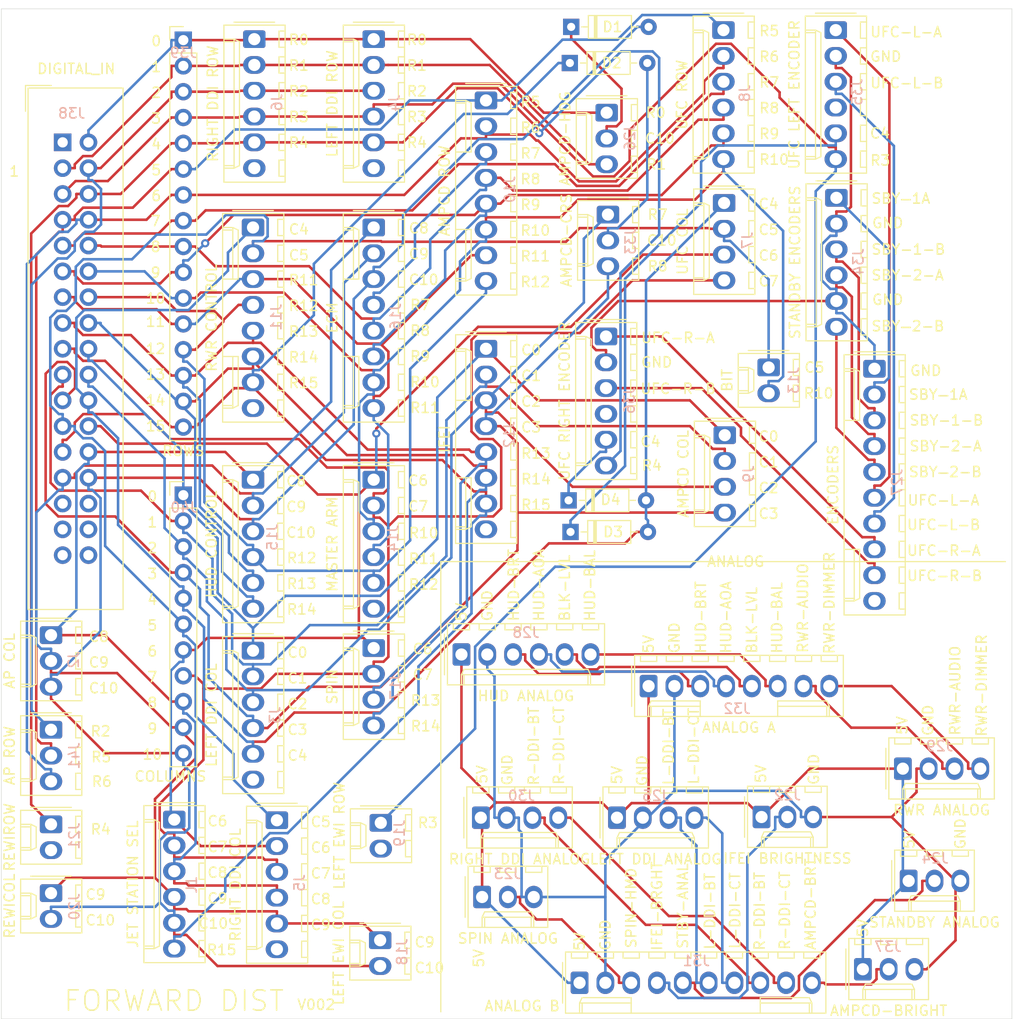
<source format=kicad_pcb>
(kicad_pcb (version 20171130) (host pcbnew "(5.1.5-0-10_14)")
  (layers (0 F.Cu signal) (31 B.Cu signal) (34 B.Paste user) (35 F.Paste user) (36 B.SilkS user) (37 F.SilkS user) (38 B.Mask user) (39 F.Mask user) (44 Edge.Cuts user))
  (net 0 "")
  (net 1 /ANALOG_GND)
  (net 2 /ANALOG_5V)
  (net 3 /COL10)
  (net 4 /COL9)
  (net 5 /ROW1)
  (net 6 /ROW0)
  (net 7 /COL8)
  (net 8 /COL7)
  (net 9 /COL6)
  (net 10 /COL5)
  (net 11 /COL4)
  (net 12 /COL3)
  (net 13 /ROW3)
  (net 14 /ROW2)
  (net 15 /ROW5)
  (net 16 /ROW4)
  (net 17 /COL2)
  (net 18 /COL1)
  (net 19 /COL0)
  (net 20 /ROW9)
  (net 21 /ROW8)
  (net 22 /ROW7)
  (net 23 /ROW6)
  (net 24 /ROW13)
  (net 25 /ROW12)
  (net 26 /ROW11)
  (net 27 /ROW10)
  (net 28 /ROW15)
  (net 29 /ROW14)
  (net 30 /IFEI-BRIGHTNESS)
  (net 31 /SPIN-ANALOG)
  (net 32 /STANDBY-ANALOG)
  (net 33 /HUD-BAL)
  (net 34 /BLK-LVL)
  (net 35 /HUD-AOA)
  (net 36 /HUD-BRT)
  (net 37 /RWR-DIMMER)
  (net 38 /RWR-AUDIO)
  (net 39 "Net-(D1-Pad1)")
  (net 40 /UFC-RIGHT-ENCODER-B)
  (net 41 /UFC-RIGHT-ENCODER-A)
  (net 42 /UFC-LEFT-ENCODER-B)
  (net 43 /UFC-LEFT-ENCODER-A)
  (net 44 /STDBY-ENC-2-B)
  (net 45 /STDBY-ENC-2-A)
  (net 46 /STDBY-ENC-1-B)
  (net 47 /STDBY-ENC-1-A)
  (net 48 /ENCODER-GND)
  (net 49 "Net-(D3-Pad1)")
  (net 50 "Net-(D4-Pad1)")
  (net 51 /LEFT-DDI-CONT)
  (net 52 /LEFT-DDI-BRIGHT)
  (net 53 /RIGHT-DDI-CONT)
  (net 54 /RIGHT-DDI-BRIGHT)
  (net 55 /AMPCD-BRIGHTNESS)
  (net 56 "Net-(D2-Pad2)")
  (module PT_Library_v001:Molex_1x03_P2.54mm_Vertical (layer F.Cu) (at 134.81 107.929 270)
    (fp_text reference J41 (at 2.561334 -2.2865 90) (layer B.SilkS) (effects (justify mirror)))
    (fp_text value "AP ROW" (at 2.54 4.08 90) (layer F.SilkS))
    (pad 3 thru_hole oval (at 5.08 0 270) (size 1.74 2.2) (drill 1.2) (layers *.Cu *.Mask) (net 23 /ROW6))
    (pad 2 thru_hole oval (at 2.54 0 270) (size 1.74 2.2) (drill 1.2) (layers *.Cu *.Mask) (net 15 /ROW5))
    (pad 1 thru_hole roundrect (at 0 0 270) (size 1.74 2.2) (drill 1.2) (layers *.Cu *.Mask) (roundrect_rratio 0.143678) (net 14 /ROW2))
  )
  (module PT_Library_v001:Molex_1x03_P2.54mm_Vertical (layer F.Cu) (at 134.81 98.6155 270)
    (fp_text reference J2 (at 2.413 -2.223 90) (layer B.SilkS) (effects (justify mirror)))
    (fp_text value "AP COL" (at 2.54 4.08 90) (layer F.SilkS))
    (pad 3 thru_hole oval (at 5.08 0 270) (size 1.74 2.2) (drill 1.2) (layers *.Cu *.Mask) (net 3 /COL10))
    (pad 2 thru_hole oval (at 2.54 0 270) (size 1.74 2.2) (drill 1.2) (layers *.Cu *.Mask) (net 4 /COL9))
    (pad 1 thru_hole roundrect (at 0 0 270) (size 1.74 2.2) (drill 1.2) (layers *.Cu *.Mask) (roundrect_rratio 0.143678) (net 7 /COL8))
  )
  (module PT_Library_v001:Molex_1x06_P2.54mm_Vertical (layer F.Cu) (at 146.939 116.776 270)
    (fp_text reference J1 (at 6.4135 -1.7145 90) (layer B.SilkS))
    (fp_text value "JET STATION SEL" (at 6.35 4.08 90) (layer F.SilkS))
    (pad 6 thru_hole oval (at 12.7 0 270) (size 1.74 2.2) (drill 1.2) (layers *.Cu *.Mask) (net 28 /ROW15))
    (pad 5 thru_hole oval (at 10.16 0 270) (size 1.74 2.2) (drill 1.2) (layers *.Cu *.Mask) (net 3 /COL10))
    (pad 4 thru_hole oval (at 7.62 0 270) (size 1.74 2.2) (drill 1.2) (layers *.Cu *.Mask) (net 4 /COL9))
    (pad 3 thru_hole oval (at 5.08 0 270) (size 1.74 2.2) (drill 1.2) (layers *.Cu *.Mask) (net 7 /COL8))
    (pad 2 thru_hole oval (at 2.54 0 270) (size 1.74 2.2) (drill 1.2) (layers *.Cu *.Mask) (net 8 /COL7))
    (pad 1 thru_hole roundrect (at 0 0 270) (size 1.74 2.2) (drill 1.2) (layers *.Cu *.Mask) (roundrect_rratio 0.143678) (net 9 /COL6))
  )
  (module PT_Library_v001:Molex_1x03_P2.54mm_Vertical (layer F.Cu) (at 214.694 131.508)
    (fp_text reference J37 (at 2.4765 -2.2225) (layer B.SilkS) (effects (justify mirror)))
    (fp_text value AMPCD-BRIGHT (at 2.54 4.08) (layer F.SilkS))
    (pad 3 thru_hole oval (at 5.08 0) (size 1.74 2.2) (drill 1.2) (layers *.Cu *.Mask) (net 1 /ANALOG_GND))
    (pad 2 thru_hole oval (at 2.54 0) (size 1.74 2.2) (drill 1.2) (layers *.Cu *.Mask) (net 55 /AMPCD-BRIGHTNESS))
    (pad 1 thru_hole roundrect (at 0 0) (size 1.74 2.2) (drill 1.2) (layers *.Cu *.Mask) (roundrect_rratio 0.143678) (net 2 /ANALOG_5V))
  )
  (module PT_Library_v001:Molex_1x03_P2.54mm_Vertical (layer F.Cu) (at 189.611 57.2135 270)
    (fp_text reference J33 (at 2.6035 -2.2225 90) (layer B.SilkS) (effects (justify mirror)))
    (fp_text value AMPCD-CRS (at 2.54 4.08 90) (layer F.SilkS))
    (pad 3 thru_hole oval (at 5.08 0 270) (size 1.74 2.2) (drill 1.2) (layers *.Cu *.Mask) (net 12 /COL3))
    (pad 2 thru_hole oval (at 2.54 0 270) (size 1.74 2.2) (drill 1.2) (layers *.Cu *.Mask) (net 56 "Net-(D2-Pad2)"))
    (pad 1 thru_hole roundrect (at 0 0 270) (size 1.74 2.2) (drill 1.2) (layers *.Cu *.Mask) (roundrect_rratio 0.143678) (net 17 /COL2))
  )
  (module PT_Library_v001:Molex_1x10_P2.54mm_Vertical (layer F.Cu) (at 186.817 132.842)
    (fp_text reference J31 (at 11.4935 -2.159) (layer B.SilkS) (effects (justify mirror)))
    (fp_text value "ANALOG B" (at -5.651 2.2855) (layer F.SilkS))
    (pad 10 thru_hole oval (at 22.86 0) (size 1.74 2.2) (drill 1.2) (layers *.Cu *.Mask) (net 55 /AMPCD-BRIGHTNESS))
    (pad 9 thru_hole oval (at 20.32 0) (size 1.74 2.2) (drill 1.2) (layers *.Cu *.Mask) (net 53 /RIGHT-DDI-CONT))
    (pad 8 thru_hole oval (at 17.78 0) (size 1.74 2.2) (drill 1.2) (layers *.Cu *.Mask) (net 54 /RIGHT-DDI-BRIGHT))
    (pad 7 thru_hole oval (at 15.24 0) (size 1.74 2.2) (drill 1.2) (layers *.Cu *.Mask) (net 51 /LEFT-DDI-CONT))
    (pad 6 thru_hole oval (at 12.7 0) (size 1.74 2.2) (drill 1.2) (layers *.Cu *.Mask) (net 52 /LEFT-DDI-BRIGHT))
    (pad 5 thru_hole oval (at 10.16 0) (size 1.74 2.2) (drill 1.2) (layers *.Cu *.Mask) (net 32 /STANDBY-ANALOG))
    (pad 4 thru_hole oval (at 7.62 0) (size 1.74 2.2) (drill 1.2) (layers *.Cu *.Mask) (net 30 /IFEI-BRIGHTNESS))
    (pad 3 thru_hole oval (at 5.08 0) (size 1.74 2.2) (drill 1.2) (layers *.Cu *.Mask) (net 31 /SPIN-ANALOG))
    (pad 2 thru_hole oval (at 2.54 0) (size 1.74 2.2) (drill 1.2) (layers *.Cu *.Mask) (net 1 /ANALOG_GND))
    (pad 1 thru_hole roundrect (at 0 0) (size 1.74 2.2) (drill 1.2) (layers *.Cu *.Mask) (roundrect_rratio 0.143678) (net 2 /ANALOG_5V))
  )
  (module PT_Library_v001:Molex_1x04_P2.54mm_Vertical (layer F.Cu) (at 177.102 116.586)
    (fp_text reference J30 (at 4.0005 -2.159) (layer B.SilkS) (effects (justify mirror)))
    (fp_text value "RIGHT DDI ANALOG" (at 3.81 4.08) (layer F.SilkS))
    (pad 4 thru_hole oval (at 7.62 0) (size 1.74 2.2) (drill 1.2) (layers *.Cu *.Mask) (net 53 /RIGHT-DDI-CONT))
    (pad 3 thru_hole oval (at 5.08 0) (size 1.74 2.2) (drill 1.2) (layers *.Cu *.Mask) (net 54 /RIGHT-DDI-BRIGHT))
    (pad 2 thru_hole oval (at 2.54 0) (size 1.74 2.2) (drill 1.2) (layers *.Cu *.Mask) (net 1 /ANALOG_GND))
    (pad 1 thru_hole roundrect (at 0 0) (size 1.74 2.2) (drill 1.2) (layers *.Cu *.Mask) (roundrect_rratio 0.143678) (net 2 /ANALOG_5V))
  )
  (module PT_Library_v001:Molex_1x03_P2.54mm_Vertical (layer F.Cu) (at 189.484 47.1805 270)
    (fp_text reference J26 (at 2.413 -2.286 90) (layer B.SilkS) (effects (justify mirror)))
    (fp_text value AMPCD-HDG (at 2.54 4.08 90) (layer F.SilkS))
    (pad 3 thru_hole oval (at 5.08 0 270) (size 1.74 2.2) (drill 1.2) (layers *.Cu *.Mask) (net 5 /ROW1))
    (pad 2 thru_hole oval (at 2.54 0 270) (size 1.74 2.2) (drill 1.2) (layers *.Cu *.Mask) (net 39 "Net-(D1-Pad1)"))
    (pad 1 thru_hole roundrect (at 0 0 270) (size 1.74 2.2) (drill 1.2) (layers *.Cu *.Mask) (roundrect_rratio 0.143678) (net 6 /ROW0))
  )
  (module PT_Library_v001:Molex_1x04_P2.54mm_Vertical (layer F.Cu) (at 190.5 116.586)
    (fp_text reference J25 (at 3.81 -2.159) (layer B.SilkS) (effects (justify mirror)))
    (fp_text value "LEFT DDI ANALOG" (at 3.81 4.08) (layer F.SilkS))
    (pad 4 thru_hole oval (at 7.62 0) (size 1.74 2.2) (drill 1.2) (layers *.Cu *.Mask) (net 51 /LEFT-DDI-CONT))
    (pad 3 thru_hole oval (at 5.08 0) (size 1.74 2.2) (drill 1.2) (layers *.Cu *.Mask) (net 52 /LEFT-DDI-BRIGHT))
    (pad 2 thru_hole oval (at 2.54 0) (size 1.74 2.2) (drill 1.2) (layers *.Cu *.Mask) (net 1 /ANALOG_GND))
    (pad 1 thru_hole roundrect (at 0 0) (size 1.74 2.2) (drill 1.2) (layers *.Cu *.Mask) (roundrect_rratio 0.143678) (net 2 /ANALOG_5V))
  )
  (module PT_Library_v001:D_Signal_P7.62mm_Horizontal (layer F.Cu) (at 185.864 42.291)
    (fp_text reference D2 (at 4.1275 0) (layer F.SilkS))
    (fp_text value D)
    (pad 2 thru_hole oval (at 7.62 0) (size 1.6 1.6) (drill 0.8) (layers *.Cu *.Mask) (net 56 "Net-(D2-Pad2)"))
    (pad 1 thru_hole rect (at 0 0) (size 1.6 1.6) (drill 0.8) (layers *.Cu *.Mask) (net 28 /ROW15))
  )
  (module PT_Library_v001:D_Signal_P7.62mm_Horizontal (layer F.Cu) (at 185.992 38.735)
    (fp_text reference D1 (at 4.064 0) (layer F.SilkS))
    (fp_text value D)
    (pad 2 thru_hole oval (at 7.62 0) (size 1.6 1.6) (drill 0.8) (layers *.Cu *.Mask) (net 3 /COL10))
    (pad 1 thru_hole rect (at 0 0) (size 1.6 1.6) (drill 0.8) (layers *.Cu *.Mask) (net 39 "Net-(D1-Pad1)"))
  )
  (module PT_Library_v001:Molex_1x06_P2.54mm_Vertical (layer F.Cu) (at 189.42 69.215 270)
    (fp_text reference J36 (at 6.283 -2.3125 90) (layer B.SilkS) (effects (justify mirror)))
    (fp_text value "UFC RIGHT ENCODER" (at 6.35 4.08 90) (layer F.SilkS))
    (pad 6 thru_hole oval (at 12.7 0 270) (size 1.74 2.2) (drill 1.2) (layers *.Cu *.Mask) (net 16 /ROW4))
    (pad 5 thru_hole oval (at 10.16 0 270) (size 1.74 2.2) (drill 1.2) (layers *.Cu *.Mask) (net 50 "Net-(D4-Pad1)"))
    (pad 4 thru_hole oval (at 7.62 0 270) (size 1.74 2.2) (drill 1.2) (layers *.Cu *.Mask))
    (pad 3 thru_hole oval (at 5.08 0 270) (size 1.74 2.2) (drill 1.2) (layers *.Cu *.Mask) (net 40 /UFC-RIGHT-ENCODER-B))
    (pad 2 thru_hole oval (at 2.54 0 270) (size 1.74 2.2) (drill 1.2) (layers *.Cu *.Mask) (net 48 /ENCODER-GND))
    (pad 1 thru_hole roundrect (at 0 0 270) (size 1.74 2.2) (drill 1.2) (layers *.Cu *.Mask) (roundrect_rratio 0.143678) (net 41 /UFC-RIGHT-ENCODER-A))
  )
  (module PT_Library_v001:Molex_1x06_P2.54mm_Vertical (layer F.Cu) (at 212.026 39.0525 270)
    (fp_text reference J35 (at 6.096 -2.0955 90) (layer B.SilkS) (effects (justify mirror)))
    (fp_text value "UFC LEFT ENCODER" (at 6.35 4.08 90) (layer F.SilkS))
    (pad 6 thru_hole oval (at 12.7 0 270) (size 1.74 2.2) (drill 1.2) (layers *.Cu *.Mask) (net 13 /ROW3))
    (pad 5 thru_hole oval (at 10.16 0 270) (size 1.74 2.2) (drill 1.2) (layers *.Cu *.Mask) (net 49 "Net-(D3-Pad1)"))
    (pad 4 thru_hole oval (at 7.62 0 270) (size 1.74 2.2) (drill 1.2) (layers *.Cu *.Mask))
    (pad 3 thru_hole oval (at 5.08 0 270) (size 1.74 2.2) (drill 1.2) (layers *.Cu *.Mask) (net 42 /UFC-LEFT-ENCODER-B))
    (pad 2 thru_hole oval (at 2.54 0 270) (size 1.74 2.2) (drill 1.2) (layers *.Cu *.Mask) (net 48 /ENCODER-GND))
    (pad 1 thru_hole roundrect (at 0 0 270) (size 1.74 2.2) (drill 1.2) (layers *.Cu *.Mask) (roundrect_rratio 0.143678) (net 43 /UFC-LEFT-ENCODER-A))
  )
  (module PT_Library_v001:Molex_1x06_P2.54mm_Vertical (layer F.Cu) (at 212.09 55.5625 270)
    (fp_text reference J34 (at 6.2865 -2.159 90) (layer B.SilkS) (effects (justify mirror)))
    (fp_text value "STANDBY ENCODERS" (at 6.35 4.08 90) (layer F.SilkS))
    (pad 6 thru_hole oval (at 12.7 0 270) (size 1.74 2.2) (drill 1.2) (layers *.Cu *.Mask) (net 44 /STDBY-ENC-2-B))
    (pad 5 thru_hole oval (at 10.16 0 270) (size 1.74 2.2) (drill 1.2) (layers *.Cu *.Mask) (net 48 /ENCODER-GND))
    (pad 4 thru_hole oval (at 7.62 0 270) (size 1.74 2.2) (drill 1.2) (layers *.Cu *.Mask) (net 45 /STDBY-ENC-2-A))
    (pad 3 thru_hole oval (at 5.08 0 270) (size 1.74 2.2) (drill 1.2) (layers *.Cu *.Mask) (net 46 /STDBY-ENC-1-B))
    (pad 2 thru_hole oval (at 2.54 0 270) (size 1.74 2.2) (drill 1.2) (layers *.Cu *.Mask) (net 48 /ENCODER-GND))
    (pad 1 thru_hole roundrect (at 0 0 270) (size 1.74 2.2) (drill 1.2) (layers *.Cu *.Mask) (roundrect_rratio 0.143678) (net 47 /STDBY-ENC-1-A))
  )
  (module PT_Library_v001:Molex_1x10_P2.54mm_Vertical (layer F.Cu) (at 215.836 72.39 270)
    (fp_text reference J27 (at 11.176 -2.2225 90) (layer B.SilkS) (effects (justify mirror)))
    (fp_text value ENCODERS (at 11.43 4.08 90) (layer F.SilkS))
    (pad 10 thru_hole oval (at 22.86 0 270) (size 1.74 2.2) (drill 1.2) (layers *.Cu *.Mask))
    (pad 9 thru_hole oval (at 20.32 0 270) (size 1.74 2.2) (drill 1.2) (layers *.Cu *.Mask) (net 40 /UFC-RIGHT-ENCODER-B))
    (pad 8 thru_hole oval (at 17.78 0 270) (size 1.74 2.2) (drill 1.2) (layers *.Cu *.Mask) (net 41 /UFC-RIGHT-ENCODER-A))
    (pad 7 thru_hole oval (at 15.24 0 270) (size 1.74 2.2) (drill 1.2) (layers *.Cu *.Mask) (net 42 /UFC-LEFT-ENCODER-B))
    (pad 6 thru_hole oval (at 12.7 0 270) (size 1.74 2.2) (drill 1.2) (layers *.Cu *.Mask) (net 43 /UFC-LEFT-ENCODER-A))
    (pad 5 thru_hole oval (at 10.16 0 270) (size 1.74 2.2) (drill 1.2) (layers *.Cu *.Mask) (net 44 /STDBY-ENC-2-B))
    (pad 4 thru_hole oval (at 7.62 0 270) (size 1.74 2.2) (drill 1.2) (layers *.Cu *.Mask) (net 45 /STDBY-ENC-2-A))
    (pad 3 thru_hole oval (at 5.08 0 270) (size 1.74 2.2) (drill 1.2) (layers *.Cu *.Mask) (net 46 /STDBY-ENC-1-B))
    (pad 2 thru_hole oval (at 2.54 0 270) (size 1.74 2.2) (drill 1.2) (layers *.Cu *.Mask) (net 47 /STDBY-ENC-1-A))
    (pad 1 thru_hole roundrect (at 0 0 270) (size 1.74 2.2) (drill 1.2) (layers *.Cu *.Mask) (roundrect_rratio 0.143678) (net 48 /ENCODER-GND))
  )
  (module PT_Library_v001:D_Signal_P7.62mm_Horizontal (layer F.Cu) (at 185.738 85.344)
    (fp_text reference D4 (at 4.1275 -0.0635) (layer F.SilkS))
    (fp_text value D)
    (pad 2 thru_hole oval (at 7.62 0) (size 1.6 1.6) (drill 0.8) (layers *.Cu *.Mask) (net 11 /COL4))
    (pad 1 thru_hole rect (at 0 0) (size 1.6 1.6) (drill 0.8) (layers *.Cu *.Mask) (net 50 "Net-(D4-Pad1)"))
  )
  (module PT_Library_v001:D_Signal_P7.62mm_Horizontal (layer F.Cu) (at 185.928 88.4555)
    (fp_text reference D3 (at 4.191 0) (layer F.SilkS))
    (fp_text value D)
    (pad 2 thru_hole oval (at 7.62 0) (size 1.6 1.6) (drill 0.8) (layers *.Cu *.Mask) (net 11 /COL4))
    (pad 1 thru_hole rect (at 0 0) (size 1.6 1.6) (drill 0.8) (layers *.Cu *.Mask) (net 49 "Net-(D3-Pad1)"))
  )
  (module PT_Library_v001:Molex_1x04_P2.54mm_Vertical (layer F.Cu) (at 218.63 111.76)
    (fp_text reference J29 (at 3.6195 -2.2225) (layer B.SilkS) (effects (justify mirror)))
    (fp_text value "RWR ANALOG" (at 3.81 4.08) (layer F.SilkS))
    (pad 4 thru_hole oval (at 7.62 0) (size 1.74 2.2) (drill 1.2) (layers *.Cu *.Mask) (net 37 /RWR-DIMMER))
    (pad 3 thru_hole oval (at 5.08 0) (size 1.74 2.2) (drill 1.2) (layers *.Cu *.Mask) (net 38 /RWR-AUDIO))
    (pad 2 thru_hole oval (at 2.54 0) (size 1.74 2.2) (drill 1.2) (layers *.Cu *.Mask) (net 1 /ANALOG_GND))
    (pad 1 thru_hole roundrect (at 0 0) (size 1.74 2.2) (drill 1.2) (layers *.Cu *.Mask) (roundrect_rratio 0.143678) (net 2 /ANALOG_5V))
  )
  (module PT_Library_v001:Molex_1x06_P2.54mm_Vertical (layer F.Cu) (at 175.196 100.52)
    (fp_text reference J28 (at 6.35 -2.159) (layer B.SilkS) (effects (justify mirror)))
    (fp_text value "HUD ANALOG" (at 6.35 4.08) (layer F.SilkS))
    (pad 6 thru_hole oval (at 12.7 0) (size 1.74 2.2) (drill 1.2) (layers *.Cu *.Mask) (net 33 /HUD-BAL))
    (pad 5 thru_hole oval (at 10.16 0) (size 1.74 2.2) (drill 1.2) (layers *.Cu *.Mask) (net 34 /BLK-LVL))
    (pad 4 thru_hole oval (at 7.62 0) (size 1.74 2.2) (drill 1.2) (layers *.Cu *.Mask) (net 35 /HUD-AOA))
    (pad 3 thru_hole oval (at 5.08 0) (size 1.74 2.2) (drill 1.2) (layers *.Cu *.Mask) (net 36 /HUD-BRT))
    (pad 2 thru_hole oval (at 2.54 0) (size 1.74 2.2) (drill 1.2) (layers *.Cu *.Mask) (net 1 /ANALOG_GND))
    (pad 1 thru_hole roundrect (at 0 0) (size 1.74 2.2) (drill 1.2) (layers *.Cu *.Mask) (roundrect_rratio 0.143678) (net 2 /ANALOG_5V))
  )
  (module PT_Library_v001:Molex_1x03_P2.54mm_Vertical (layer F.Cu) (at 219.202 122.809)
    (fp_text reference J24 (at 2.6035 -2.2225) (layer B.SilkS) (effects (justify mirror)))
    (fp_text value "STANDBY ANALOG" (at 2.54 4.08) (layer F.SilkS))
    (pad 3 thru_hole oval (at 5.08 0) (size 1.74 2.2) (drill 1.2) (layers *.Cu *.Mask) (net 1 /ANALOG_GND))
    (pad 2 thru_hole oval (at 2.54 0) (size 1.74 2.2) (drill 1.2) (layers *.Cu *.Mask) (net 32 /STANDBY-ANALOG))
    (pad 1 thru_hole roundrect (at 0 0) (size 1.74 2.2) (drill 1.2) (layers *.Cu *.Mask) (roundrect_rratio 0.143678) (net 2 /ANALOG_5V))
  )
  (module PT_Library_v001:Molex_1x03_P2.54mm_Vertical (layer F.Cu) (at 177.228 124.396)
    (fp_text reference J23 (at 2.4765 -2.286) (layer B.SilkS) (effects (justify mirror)))
    (fp_text value "SPIN ANALOG" (at 2.54 4.08) (layer F.SilkS))
    (pad 3 thru_hole oval (at 5.08 0) (size 1.74 2.2) (drill 1.2) (layers *.Cu *.Mask) (net 1 /ANALOG_GND))
    (pad 2 thru_hole oval (at 2.54 0) (size 1.74 2.2) (drill 1.2) (layers *.Cu *.Mask) (net 31 /SPIN-ANALOG))
    (pad 1 thru_hole roundrect (at 0 0) (size 1.74 2.2) (drill 1.2) (layers *.Cu *.Mask) (roundrect_rratio 0.143678) (net 2 /ANALOG_5V))
  )
  (module PT_Library_v001:Molex_1x03_P2.54mm_Vertical (layer F.Cu) (at 204.724 116.522)
    (fp_text reference J22 (at 2.54 -2.159) (layer B.SilkS) (effects (justify mirror)))
    (fp_text value "IFEI BRIGHTNESS" (at 2.54 4.08) (layer F.SilkS))
    (pad 3 thru_hole oval (at 5.08 0) (size 1.74 2.2) (drill 1.2) (layers *.Cu *.Mask) (net 1 /ANALOG_GND))
    (pad 2 thru_hole oval (at 2.54 0) (size 1.74 2.2) (drill 1.2) (layers *.Cu *.Mask) (net 30 /IFEI-BRIGHTNESS))
    (pad 1 thru_hole roundrect (at 0 0) (size 1.74 2.2) (drill 1.2) (layers *.Cu *.Mask) (roundrect_rratio 0.143678) (net 2 /ANALOG_5V))
  )
  (module PT_Library_v001:Molex_1x02_P2.54mm_Vertical (layer F.Cu) (at 134.81 117.242 270)
    (fp_text reference J21 (at 1.143 -2.286 90) (layer B.SilkS) (effects (justify mirror)))
    (fp_text value REWIROW (at 1.27 4.08 90) (layer F.SilkS))
    (pad 2 thru_hole oval (at 2.54 0 270) (size 1.74 2.2) (drill 1.2) (layers *.Cu *.Mask))
    (pad 1 thru_hole roundrect (at 0 0 270) (size 1.74 2.2) (drill 1.2) (layers *.Cu *.Mask) (roundrect_rratio 0.143678) (net 16 /ROW4))
  )
  (module PT_Library_v001:Molex_1x02_P2.54mm_Vertical (layer F.Cu) (at 134.81 124.015 270)
    (fp_text reference J20 (at 1.3335 -2.286 90) (layer B.SilkS) (effects (justify mirror)))
    (fp_text value REWICOL (at 1.27 4.08 90) (layer F.SilkS))
    (pad 2 thru_hole oval (at 2.54 0 270) (size 1.74 2.2) (drill 1.2) (layers *.Cu *.Mask) (net 3 /COL10))
    (pad 1 thru_hole roundrect (at 0 0 270) (size 1.74 2.2) (drill 1.2) (layers *.Cu *.Mask) (roundrect_rratio 0.143678) (net 4 /COL9))
  )
  (module PT_Library_v001:Molex_1x02_P2.54mm_Vertical (layer F.Cu) (at 167.259 117.094 270)
    (fp_text reference J19 (at 1.016 -1.8415 90) (layer B.SilkS) (effects (justify mirror)))
    (fp_text value "LEFT EWI ROW" (at 1.27 4.08 90) (layer F.SilkS))
    (pad 2 thru_hole oval (at 2.54 0 270) (size 1.74 2.2) (drill 1.2) (layers *.Cu *.Mask))
    (pad 1 thru_hole roundrect (at 0 0 270) (size 1.74 2.2) (drill 1.2) (layers *.Cu *.Mask) (roundrect_rratio 0.143678) (net 13 /ROW3))
  )
  (module PT_Library_v001:Molex_1x02_P2.54mm_Vertical (layer F.Cu) (at 167.196 128.651 270)
    (fp_text reference J18 (at 1.143 -2.159 90) (layer B.SilkS) (effects (justify mirror)))
    (fp_text value "LEFT EWI COL" (at 1.27 4.08 90) (layer F.SilkS))
    (pad 2 thru_hole oval (at 2.54 0 270) (size 1.74 2.2) (drill 1.2) (layers *.Cu *.Mask) (net 3 /COL10))
    (pad 1 thru_hole roundrect (at 0 0 270) (size 1.74 2.2) (drill 1.2) (layers *.Cu *.Mask) (roundrect_rratio 0.143678) (net 4 /COL9))
  )
  (module PT_Library_v001:Molex_1x04_P2.54mm_Vertical (layer F.Cu) (at 166.56 99.8855 270)
    (fp_text reference J17 (at 3.7465 -2.159 90) (layer B.SilkS) (effects (justify mirror)))
    (fp_text value SPIN (at 3.81 4.08 90) (layer F.SilkS))
    (pad 4 thru_hole oval (at 7.62 0 270) (size 1.74 2.2) (drill 1.2) (layers *.Cu *.Mask) (net 29 /ROW14))
    (pad 3 thru_hole oval (at 5.08 0 270) (size 1.74 2.2) (drill 1.2) (layers *.Cu *.Mask) (net 24 /ROW13))
    (pad 2 thru_hole oval (at 2.54 0 270) (size 1.74 2.2) (drill 1.2) (layers *.Cu *.Mask) (net 8 /COL7))
    (pad 1 thru_hole roundrect (at 0 0 270) (size 1.74 2.2) (drill 1.2) (layers *.Cu *.Mask) (roundrect_rratio 0.143678) (net 9 /COL6))
  )
  (module PT_Library_v001:Molex_1x08_P2.54mm_Vertical (layer F.Cu) (at 166.56 58.4835 270)
    (fp_text reference J16 (at 8.763 -2.159 90) (layer B.SilkS) (effects (justify mirror)))
    (fp_text value ECM (at 8.89 4.08 90) (layer F.SilkS))
    (pad 8 thru_hole oval (at 17.78 0 270) (size 1.74 2.2) (drill 1.2) (layers *.Cu *.Mask) (net 26 /ROW11))
    (pad 7 thru_hole oval (at 15.24 0 270) (size 1.74 2.2) (drill 1.2) (layers *.Cu *.Mask) (net 27 /ROW10))
    (pad 6 thru_hole oval (at 12.7 0 270) (size 1.74 2.2) (drill 1.2) (layers *.Cu *.Mask) (net 20 /ROW9))
    (pad 5 thru_hole oval (at 10.16 0 270) (size 1.74 2.2) (drill 1.2) (layers *.Cu *.Mask) (net 21 /ROW8))
    (pad 4 thru_hole oval (at 7.62 0 270) (size 1.74 2.2) (drill 1.2) (layers *.Cu *.Mask) (net 22 /ROW7))
    (pad 3 thru_hole oval (at 5.08 0 270) (size 1.74 2.2) (drill 1.2) (layers *.Cu *.Mask) (net 3 /COL10))
    (pad 2 thru_hole oval (at 2.54 0 270) (size 1.74 2.2) (drill 1.2) (layers *.Cu *.Mask) (net 4 /COL9))
    (pad 1 thru_hole roundrect (at 0 0 270) (size 1.74 2.2) (drill 1.2) (layers *.Cu *.Mask) (roundrect_rratio 0.143678) (net 7 /COL8))
  )
  (module PT_Library_v001:Molex_1x06_P2.54mm_Vertical (layer F.Cu) (at 154.686 83.312 270)
    (fp_text reference J15 (at 5.6515 -1.905 90) (layer B.SilkS) (effects (justify mirror)))
    (fp_text value "HUD CONTROL" (at 6.35 4.08 90) (layer F.SilkS))
    (pad 6 thru_hole oval (at 12.7 0 270) (size 1.74 2.2) (drill 1.2) (layers *.Cu *.Mask) (net 29 /ROW14))
    (pad 5 thru_hole oval (at 10.16 0 270) (size 1.74 2.2) (drill 1.2) (layers *.Cu *.Mask) (net 24 /ROW13))
    (pad 4 thru_hole oval (at 7.62 0 270) (size 1.74 2.2) (drill 1.2) (layers *.Cu *.Mask) (net 25 /ROW12))
    (pad 3 thru_hole oval (at 5.08 0 270) (size 1.74 2.2) (drill 1.2) (layers *.Cu *.Mask) (net 3 /COL10))
    (pad 2 thru_hole oval (at 2.54 0 270) (size 1.74 2.2) (drill 1.2) (layers *.Cu *.Mask) (net 4 /COL9))
    (pad 1 thru_hole roundrect (at 0 0 270) (size 1.74 2.2) (drill 1.2) (layers *.Cu *.Mask) (roundrect_rratio 0.143678) (net 7 /COL8))
  )
  (module PT_Library_v001:Molex_1x06_P2.54mm_Vertical (layer F.Cu) (at 166.56 83.312 270)
    (fp_text reference J14 (at 5.7785 -1.905 90) (layer B.SilkS) (effects (justify mirror)))
    (fp_text value "MASTER ARM" (at 6.35 4.08 90) (layer F.SilkS))
    (pad 6 thru_hole oval (at 12.7 0 270) (size 1.74 2.2) (drill 1.2) (layers *.Cu *.Mask))
    (pad 5 thru_hole oval (at 10.16 0 270) (size 1.74 2.2) (drill 1.2) (layers *.Cu *.Mask) (net 25 /ROW12))
    (pad 4 thru_hole oval (at 7.62 0 270) (size 1.74 2.2) (drill 1.2) (layers *.Cu *.Mask) (net 26 /ROW11))
    (pad 3 thru_hole oval (at 5.08 0 270) (size 1.74 2.2) (drill 1.2) (layers *.Cu *.Mask) (net 27 /ROW10))
    (pad 2 thru_hole oval (at 2.54 0 270) (size 1.74 2.2) (drill 1.2) (layers *.Cu *.Mask) (net 8 /COL7))
    (pad 1 thru_hole roundrect (at 0 0 270) (size 1.74 2.2) (drill 1.2) (layers *.Cu *.Mask) (roundrect_rratio 0.143678) (net 9 /COL6))
  )
  (module PT_Library_v001:Molex_1x02_P2.54mm_Vertical (layer F.Cu) (at 205.422 72.263 270)
    (fp_text reference J13 (at 1.27 -2.4765 90) (layer B.SilkS) (effects (justify mirror)))
    (fp_text value BIT (at 1.27 4.08 90) (layer F.SilkS))
    (pad 2 thru_hole oval (at 2.54 0 270) (size 1.74 2.2) (drill 1.2) (layers *.Cu *.Mask) (net 27 /ROW10))
    (pad 1 thru_hole roundrect (at 0 0 270) (size 1.74 2.2) (drill 1.2) (layers *.Cu *.Mask) (roundrect_rratio 0.143678) (net 10 /COL5))
  )
  (module PT_Library_v001:Molex_1x08_P2.54mm_Vertical (layer F.Cu) (at 177.61 70.4215 270)
    (fp_text reference J12 (at 8.4455 -2.286 90) (layer B.SilkS) (effects (justify mirror)))
    (fp_text value IFEI (at 8.89 4.08 90) (layer F.SilkS))
    (pad 8 thru_hole oval (at 17.78 0 270) (size 1.74 2.2) (drill 1.2) (layers *.Cu *.Mask))
    (pad 7 thru_hole oval (at 15.24 0 270) (size 1.74 2.2) (drill 1.2) (layers *.Cu *.Mask) (net 28 /ROW15))
    (pad 6 thru_hole oval (at 12.7 0 270) (size 1.74 2.2) (drill 1.2) (layers *.Cu *.Mask) (net 29 /ROW14))
    (pad 5 thru_hole oval (at 10.16 0 270) (size 1.74 2.2) (drill 1.2) (layers *.Cu *.Mask) (net 24 /ROW13))
    (pad 4 thru_hole oval (at 7.62 0 270) (size 1.74 2.2) (drill 1.2) (layers *.Cu *.Mask) (net 12 /COL3))
    (pad 3 thru_hole oval (at 5.08 0 270) (size 1.74 2.2) (drill 1.2) (layers *.Cu *.Mask) (net 17 /COL2))
    (pad 2 thru_hole oval (at 2.54 0 270) (size 1.74 2.2) (drill 1.2) (layers *.Cu *.Mask) (net 18 /COL1))
    (pad 1 thru_hole roundrect (at 0 0 270) (size 1.74 2.2) (drill 1.2) (layers *.Cu *.Mask) (roundrect_rratio 0.143678) (net 19 /COL0))
  )
  (module PT_Library_v001:Molex_1x08_P2.54mm_Vertical (layer F.Cu) (at 154.686 58.4835 270)
    (fp_text reference J11 (at 8.8265 -2.286 90) (layer B.SilkS) (effects (justify mirror)))
    (fp_text value "RWR CONTROL" (at 8.89 4.08 90) (layer F.SilkS))
    (pad 8 thru_hole oval (at 17.78 0 270) (size 1.74 2.2) (drill 1.2) (layers *.Cu *.Mask))
    (pad 7 thru_hole oval (at 15.24 0 270) (size 1.74 2.2) (drill 1.2) (layers *.Cu *.Mask) (net 28 /ROW15))
    (pad 6 thru_hole oval (at 12.7 0 270) (size 1.74 2.2) (drill 1.2) (layers *.Cu *.Mask) (net 29 /ROW14))
    (pad 5 thru_hole oval (at 10.16 0 270) (size 1.74 2.2) (drill 1.2) (layers *.Cu *.Mask) (net 24 /ROW13))
    (pad 4 thru_hole oval (at 7.62 0 270) (size 1.74 2.2) (drill 1.2) (layers *.Cu *.Mask) (net 25 /ROW12))
    (pad 3 thru_hole oval (at 5.08 0 270) (size 1.74 2.2) (drill 1.2) (layers *.Cu *.Mask) (net 26 /ROW11))
    (pad 2 thru_hole oval (at 2.54 0 270) (size 1.74 2.2) (drill 1.2) (layers *.Cu *.Mask) (net 10 /COL5))
    (pad 1 thru_hole roundrect (at 0 0 270) (size 1.74 2.2) (drill 1.2) (layers *.Cu *.Mask) (roundrect_rratio 0.143678) (net 11 /COL4))
  )
  (module PT_Library_v001:Molex_1x08_P2.54mm_Vertical (layer F.Cu) (at 177.61 45.974 270)
    (fp_text reference J10 (at 8.763 -2.3495 90) (layer B.SilkS) (effects (justify mirror)))
    (fp_text value "AMPCD ROW" (at 8.89 4.08 90) (layer F.SilkS))
    (pad 8 thru_hole oval (at 17.78 0 270) (size 1.74 2.2) (drill 1.2) (layers *.Cu *.Mask) (net 25 /ROW12))
    (pad 7 thru_hole oval (at 15.24 0 270) (size 1.74 2.2) (drill 1.2) (layers *.Cu *.Mask) (net 26 /ROW11))
    (pad 6 thru_hole oval (at 12.7 0 270) (size 1.74 2.2) (drill 1.2) (layers *.Cu *.Mask) (net 27 /ROW10))
    (pad 5 thru_hole oval (at 10.16 0 270) (size 1.74 2.2) (drill 1.2) (layers *.Cu *.Mask) (net 20 /ROW9))
    (pad 4 thru_hole oval (at 7.62 0 270) (size 1.74 2.2) (drill 1.2) (layers *.Cu *.Mask) (net 21 /ROW8))
    (pad 3 thru_hole oval (at 5.08 0 270) (size 1.74 2.2) (drill 1.2) (layers *.Cu *.Mask) (net 22 /ROW7))
    (pad 2 thru_hole oval (at 2.54 0 270) (size 1.74 2.2) (drill 1.2) (layers *.Cu *.Mask) (net 23 /ROW6))
    (pad 1 thru_hole roundrect (at 0 0 270) (size 1.74 2.2) (drill 1.2) (layers *.Cu *.Mask) (roundrect_rratio 0.143678) (net 15 /ROW5))
  )
  (module PT_Library_v001:Molex_1x04_P2.54mm_Vertical (layer F.Cu) (at 201.104 78.9305 270)
    (fp_text reference J9 (at 3.81 -2.3495 90) (layer B.SilkS) (effects (justify mirror)))
    (fp_text value "AMPCD COL" (at 3.81 4.08 90) (layer F.SilkS))
    (pad 4 thru_hole oval (at 7.62 0 270) (size 1.74 2.2) (drill 1.2) (layers *.Cu *.Mask) (net 12 /COL3))
    (pad 3 thru_hole oval (at 5.08 0 270) (size 1.74 2.2) (drill 1.2) (layers *.Cu *.Mask) (net 17 /COL2))
    (pad 2 thru_hole oval (at 2.54 0 270) (size 1.74 2.2) (drill 1.2) (layers *.Cu *.Mask) (net 18 /COL1))
    (pad 1 thru_hole roundrect (at 0 0 270) (size 1.74 2.2) (drill 1.2) (layers *.Cu *.Mask) (roundrect_rratio 0.143678) (net 19 /COL0))
  )
  (module PT_Library_v001:Molex_1x06_P2.54mm_Vertical (layer F.Cu) (at 200.978 39.0525 270)
    (fp_text reference J8 (at 6.223 -2.0955 90) (layer B.SilkS) (effects (justify mirror)))
    (fp_text value "UFC ROW" (at 6.35 4.08 90) (layer F.SilkS))
    (pad 6 thru_hole oval (at 12.7 0 270) (size 1.74 2.2) (drill 1.2) (layers *.Cu *.Mask) (net 27 /ROW10))
    (pad 5 thru_hole oval (at 10.16 0 270) (size 1.74 2.2) (drill 1.2) (layers *.Cu *.Mask) (net 20 /ROW9))
    (pad 4 thru_hole oval (at 7.62 0 270) (size 1.74 2.2) (drill 1.2) (layers *.Cu *.Mask) (net 21 /ROW8))
    (pad 3 thru_hole oval (at 5.08 0 270) (size 1.74 2.2) (drill 1.2) (layers *.Cu *.Mask) (net 22 /ROW7))
    (pad 2 thru_hole oval (at 2.54 0 270) (size 1.74 2.2) (drill 1.2) (layers *.Cu *.Mask) (net 23 /ROW6))
    (pad 1 thru_hole roundrect (at 0 0 270) (size 1.74 2.2) (drill 1.2) (layers *.Cu *.Mask) (roundrect_rratio 0.143678) (net 15 /ROW5))
  )
  (module PT_Library_v001:Molex_1x04_P2.54mm_Vertical (layer F.Cu) (at 201.04 56.0705 270)
    (fp_text reference J7 (at 3.683 -2.286 90) (layer B.SilkS) (effects (justify mirror)))
    (fp_text value "UFC COL" (at 3.81 4.08 90) (layer F.SilkS))
    (pad 4 thru_hole oval (at 7.62 0 270) (size 1.74 2.2) (drill 1.2) (layers *.Cu *.Mask) (net 8 /COL7))
    (pad 3 thru_hole oval (at 5.08 0 270) (size 1.74 2.2) (drill 1.2) (layers *.Cu *.Mask) (net 9 /COL6))
    (pad 2 thru_hole oval (at 2.54 0 270) (size 1.74 2.2) (drill 1.2) (layers *.Cu *.Mask) (net 10 /COL5))
    (pad 1 thru_hole roundrect (at 0 0 270) (size 1.74 2.2) (drill 1.2) (layers *.Cu *.Mask) (roundrect_rratio 0.143678) (net 11 /COL4))
  )
  (module PT_Library_v001:Molex_1x06_P2.54mm_Vertical (layer F.Cu) (at 154.813 39.9415 270)
    (fp_text reference J6 (at 6.223 -2.2225 90) (layer B.SilkS) (effects (justify mirror)))
    (fp_text value "RIGHT DDI ROW" (at 6.35 4.08 90) (layer F.SilkS))
    (pad 6 thru_hole oval (at 12.7 0 270) (size 1.74 2.2) (drill 1.2) (layers *.Cu *.Mask))
    (pad 5 thru_hole oval (at 10.16 0 270) (size 1.74 2.2) (drill 1.2) (layers *.Cu *.Mask) (net 16 /ROW4))
    (pad 4 thru_hole oval (at 7.62 0 270) (size 1.74 2.2) (drill 1.2) (layers *.Cu *.Mask) (net 13 /ROW3))
    (pad 3 thru_hole oval (at 5.08 0 270) (size 1.74 2.2) (drill 1.2) (layers *.Cu *.Mask) (net 14 /ROW2))
    (pad 2 thru_hole oval (at 2.54 0 270) (size 1.74 2.2) (drill 1.2) (layers *.Cu *.Mask) (net 5 /ROW1))
    (pad 1 thru_hole roundrect (at 0 0 270) (size 1.74 2.2) (drill 1.2) (layers *.Cu *.Mask) (roundrect_rratio 0.143678) (net 6 /ROW0))
  )
  (module PT_Library_v001:Molex_1x06_P2.54mm_Vertical (layer F.Cu) (at 157.036 116.84 270)
    (fp_text reference J5 (at 6.1595 -2.2225 90) (layer B.SilkS) (effects (justify mirror)))
    (fp_text value "RIGHT DDI COL" (at 6.35 4.08 90) (layer F.SilkS))
    (pad 6 thru_hole oval (at 12.7 0 270) (size 1.74 2.2) (drill 1.2) (layers *.Cu *.Mask))
    (pad 5 thru_hole oval (at 10.16 0 270) (size 1.74 2.2) (drill 1.2) (layers *.Cu *.Mask) (net 4 /COL9))
    (pad 4 thru_hole oval (at 7.62 0 270) (size 1.74 2.2) (drill 1.2) (layers *.Cu *.Mask) (net 7 /COL8))
    (pad 3 thru_hole oval (at 5.08 0 270) (size 1.74 2.2) (drill 1.2) (layers *.Cu *.Mask) (net 8 /COL7))
    (pad 2 thru_hole oval (at 2.54 0 270) (size 1.74 2.2) (drill 1.2) (layers *.Cu *.Mask) (net 9 /COL6))
    (pad 1 thru_hole roundrect (at 0 0 270) (size 1.74 2.2) (drill 1.2) (layers *.Cu *.Mask) (roundrect_rratio 0.143678) (net 10 /COL5))
  )
  (module PT_Library_v001:Molex_1x06_P2.54mm_Vertical (layer F.Cu) (at 166.56 39.9415 270)
    (fp_text reference J4 (at 6.2865 -2.032 90) (layer B.SilkS) (effects (justify mirror)))
    (fp_text value "LEFT DDI ROW" (at 6.35 4.08 90) (layer F.SilkS))
    (pad 6 thru_hole oval (at 12.7 0 270) (size 1.74 2.2) (drill 1.2) (layers *.Cu *.Mask))
    (pad 5 thru_hole oval (at 10.16 0 270) (size 1.74 2.2) (drill 1.2) (layers *.Cu *.Mask) (net 16 /ROW4))
    (pad 4 thru_hole oval (at 7.62 0 270) (size 1.74 2.2) (drill 1.2) (layers *.Cu *.Mask) (net 13 /ROW3))
    (pad 3 thru_hole oval (at 5.08 0 270) (size 1.74 2.2) (drill 1.2) (layers *.Cu *.Mask) (net 14 /ROW2))
    (pad 2 thru_hole oval (at 2.54 0 270) (size 1.74 2.2) (drill 1.2) (layers *.Cu *.Mask) (net 5 /ROW1))
    (pad 1 thru_hole roundrect (at 0 0 270) (size 1.74 2.2) (drill 1.2) (layers *.Cu *.Mask) (roundrect_rratio 0.143678) (net 6 /ROW0))
  )
  (module PT_Library_v001:Molex_1x06_P2.54mm_Vertical (layer F.Cu) (at 154.686 100.14 270)
    (fp_text reference J3 (at 6.35 -2.159 90) (layer B.SilkS) (effects (justify mirror)))
    (fp_text value "LEFT DDI COL" (at 6.35 4.08 90) (layer F.SilkS))
    (pad 6 thru_hole oval (at 12.7 0 270) (size 1.74 2.2) (drill 1.2) (layers *.Cu *.Mask))
    (pad 5 thru_hole oval (at 10.16 0 270) (size 1.74 2.2) (drill 1.2) (layers *.Cu *.Mask) (net 11 /COL4))
    (pad 4 thru_hole oval (at 7.62 0 270) (size 1.74 2.2) (drill 1.2) (layers *.Cu *.Mask) (net 12 /COL3))
    (pad 3 thru_hole oval (at 5.08 0 270) (size 1.74 2.2) (drill 1.2) (layers *.Cu *.Mask) (net 17 /COL2))
    (pad 2 thru_hole oval (at 2.54 0 270) (size 1.74 2.2) (drill 1.2) (layers *.Cu *.Mask) (net 18 /COL1))
    (pad 1 thru_hole roundrect (at 0 0 270) (size 1.74 2.2) (drill 1.2) (layers *.Cu *.Mask) (roundrect_rratio 0.143678) (net 19 /COL0))
  )
  (module MountingHole:MountingHole_3.2mm_M3 (layer F.Cu) (at 225.35 40.386)
    (fp_text reference H8)
    (fp_text value MountingHole)
    (pad 1 np_thru_hole circle (at 0 0) (size 3.2 3.2) (drill 3.2) (layers *.Cu *.Mask))
  )
  (module MountingHole:MountingHole_3.2mm_M3 (layer F.Cu) (at 193.35 96.386)
    (fp_text reference H7)
    (fp_text value MountingHole)
    (pad 1 np_thru_hole circle (at 0 0) (size 3.2 3.2) (drill 3.2) (layers *.Cu *.Mask))
  )
  (module Connector_IDC:IDC-Header_2x17_P2.54mm_Vertical (layer F.Cu) (at 135.954 50.1015)
    (fp_text reference J38 (at 0.889 -2.8575) (layer B.SilkS) (effects (justify mirror)))
    (fp_text value DIGITAL_IN (at 1.3335 -7.239) (layer F.SilkS))
    (pad 34 thru_hole oval (at 2.54 40.64) (size 1.7272 1.7272) (drill 1.016) (layers *.Cu *.Mask))
    (pad 33 thru_hole oval (at 0 40.64) (size 1.7272 1.7272) (drill 1.016) (layers *.Cu *.Mask))
    (pad 32 thru_hole oval (at 2.54 38.1) (size 1.7272 1.7272) (drill 1.016) (layers *.Cu *.Mask))
    (pad 31 thru_hole oval (at 0 38.1) (size 1.7272 1.7272) (drill 1.016) (layers *.Cu *.Mask))
    (pad 30 thru_hole oval (at 2.54 35.56) (size 1.7272 1.7272) (drill 1.016) (layers *.Cu *.Mask))
    (pad 29 thru_hole oval (at 0 35.56) (size 1.7272 1.7272) (drill 1.016) (layers *.Cu *.Mask))
    (pad 28 thru_hole oval (at 2.54 33.02) (size 1.7272 1.7272) (drill 1.016) (layers *.Cu *.Mask) (net 3 /COL10))
    (pad 27 thru_hole oval (at 0 33.02) (size 1.7272 1.7272) (drill 1.016) (layers *.Cu *.Mask) (net 4 /COL9))
    (pad 26 thru_hole oval (at 2.54 30.48) (size 1.7272 1.7272) (drill 1.016) (layers *.Cu *.Mask) (net 7 /COL8))
    (pad 25 thru_hole oval (at 0 30.48) (size 1.7272 1.7272) (drill 1.016) (layers *.Cu *.Mask) (net 8 /COL7))
    (pad 24 thru_hole oval (at 2.54 27.94) (size 1.7272 1.7272) (drill 1.016) (layers *.Cu *.Mask) (net 9 /COL6))
    (pad 23 thru_hole oval (at 0 27.94) (size 1.7272 1.7272) (drill 1.016) (layers *.Cu *.Mask) (net 10 /COL5))
    (pad 22 thru_hole oval (at 2.54 25.4) (size 1.7272 1.7272) (drill 1.016) (layers *.Cu *.Mask) (net 11 /COL4))
    (pad 21 thru_hole oval (at 0 25.4) (size 1.7272 1.7272) (drill 1.016) (layers *.Cu *.Mask) (net 12 /COL3))
    (pad 20 thru_hole oval (at 2.54 22.86) (size 1.7272 1.7272) (drill 1.016) (layers *.Cu *.Mask) (net 17 /COL2))
    (pad 19 thru_hole oval (at 0 22.86) (size 1.7272 1.7272) (drill 1.016) (layers *.Cu *.Mask) (net 18 /COL1))
    (pad 18 thru_hole oval (at 2.54 20.32) (size 1.7272 1.7272) (drill 1.016) (layers *.Cu *.Mask) (net 19 /COL0))
    (pad 17 thru_hole oval (at 0 20.32) (size 1.7272 1.7272) (drill 1.016) (layers *.Cu *.Mask) (net 28 /ROW15))
    (pad 16 thru_hole oval (at 2.54 17.78) (size 1.7272 1.7272) (drill 1.016) (layers *.Cu *.Mask) (net 29 /ROW14))
    (pad 15 thru_hole oval (at 0 17.78) (size 1.7272 1.7272) (drill 1.016) (layers *.Cu *.Mask) (net 24 /ROW13))
    (pad 14 thru_hole oval (at 2.54 15.24) (size 1.7272 1.7272) (drill 1.016) (layers *.Cu *.Mask) (net 25 /ROW12))
    (pad 13 thru_hole oval (at 0 15.24) (size 1.7272 1.7272) (drill 1.016) (layers *.Cu *.Mask) (net 26 /ROW11))
    (pad 12 thru_hole oval (at 2.54 12.7) (size 1.7272 1.7272) (drill 1.016) (layers *.Cu *.Mask) (net 27 /ROW10))
    (pad 11 thru_hole oval (at 0 12.7) (size 1.7272 1.7272) (drill 1.016) (layers *.Cu *.Mask) (net 20 /ROW9))
    (pad 10 thru_hole oval (at 2.54 10.16) (size 1.7272 1.7272) (drill 1.016) (layers *.Cu *.Mask) (net 21 /ROW8))
    (pad 9 thru_hole oval (at 0 10.16) (size 1.7272 1.7272) (drill 1.016) (layers *.Cu *.Mask) (net 22 /ROW7))
    (pad 8 thru_hole oval (at 2.54 7.62) (size 1.7272 1.7272) (drill 1.016) (layers *.Cu *.Mask) (net 23 /ROW6))
    (pad 7 thru_hole oval (at 0 7.62) (size 1.7272 1.7272) (drill 1.016) (layers *.Cu *.Mask) (net 15 /ROW5))
    (pad 6 thru_hole oval (at 2.54 5.08) (size 1.7272 1.7272) (drill 1.016) (layers *.Cu *.Mask) (net 16 /ROW4))
    (pad 5 thru_hole oval (at 0 5.08) (size 1.7272 1.7272) (drill 1.016) (layers *.Cu *.Mask) (net 13 /ROW3))
    (pad 4 thru_hole oval (at 2.54 2.54) (size 1.7272 1.7272) (drill 1.016) (layers *.Cu *.Mask) (net 14 /ROW2))
    (pad 3 thru_hole oval (at 0 2.54) (size 1.7272 1.7272) (drill 1.016) (layers *.Cu *.Mask) (net 5 /ROW1))
    (pad 2 thru_hole oval (at 2.54 0) (size 1.7272 1.7272) (drill 1.016) (layers *.Cu *.Mask) (net 6 /ROW0))
    (pad 1 thru_hole rect (at 0 0) (size 1.7272 1.7272) (drill 1.016) (layers *.Cu *.Mask))
  )
  (module PT_Library_v001:Molex_1x08_P2.54mm_Vertical (layer F.Cu) (at 193.612 103.632)
    (fp_text reference J32 (at 8.6995 2.2225) (layer B.SilkS) (effects (justify mirror)))
    (fp_text value "ANALOG A" (at 8.89 4.08) (layer F.SilkS))
    (pad 8 thru_hole oval (at 17.78 0) (size 1.74 2.2) (drill 1.2) (layers *.Cu *.Mask) (net 37 /RWR-DIMMER))
    (pad 7 thru_hole oval (at 15.24 0) (size 1.74 2.2) (drill 1.2) (layers *.Cu *.Mask) (net 38 /RWR-AUDIO))
    (pad 6 thru_hole oval (at 12.7 0) (size 1.74 2.2) (drill 1.2) (layers *.Cu *.Mask) (net 33 /HUD-BAL))
    (pad 5 thru_hole oval (at 10.16 0) (size 1.74 2.2) (drill 1.2) (layers *.Cu *.Mask) (net 34 /BLK-LVL))
    (pad 4 thru_hole oval (at 7.62 0) (size 1.74 2.2) (drill 1.2) (layers *.Cu *.Mask) (net 35 /HUD-AOA))
    (pad 3 thru_hole oval (at 5.08 0) (size 1.74 2.2) (drill 1.2) (layers *.Cu *.Mask) (net 36 /HUD-BRT))
    (pad 2 thru_hole oval (at 2.54 0) (size 1.74 2.2) (drill 1.2) (layers *.Cu *.Mask) (net 1 /ANALOG_GND))
    (pad 1 thru_hole roundrect (at 0 0) (size 1.74 2.2) (drill 1.2) (layers *.Cu *.Mask) (roundrect_rratio 0.143678) (net 2 /ANALOG_5V))
  )
  (module Connector_PinHeader_2.54mm:PinHeader_1x16_P2.54mm_Vertical (layer F.Cu) (at 147.828 40.035)
    (fp_text reference J39 (at 0 1.24) (layer B.SilkS) (effects (justify mirror)))
    (fp_text value ROWS (at 0 40.43) (layer F.SilkS))
    (pad 16 thru_hole oval (at 0 38.1) (size 1.7 1.7) (drill 1) (layers *.Cu *.Mask) (net 28 /ROW15))
    (pad 15 thru_hole oval (at 0 35.56) (size 1.7 1.7) (drill 1) (layers *.Cu *.Mask) (net 29 /ROW14))
    (pad 14 thru_hole oval (at 0 33.02) (size 1.7 1.7) (drill 1) (layers *.Cu *.Mask) (net 24 /ROW13))
    (pad 13 thru_hole oval (at 0 30.48) (size 1.7 1.7) (drill 1) (layers *.Cu *.Mask) (net 25 /ROW12))
    (pad 12 thru_hole oval (at 0 27.94) (size 1.7 1.7) (drill 1) (layers *.Cu *.Mask) (net 26 /ROW11))
    (pad 11 thru_hole oval (at 0 25.4) (size 1.7 1.7) (drill 1) (layers *.Cu *.Mask) (net 27 /ROW10))
    (pad 10 thru_hole oval (at 0 22.86) (size 1.7 1.7) (drill 1) (layers *.Cu *.Mask) (net 20 /ROW9))
    (pad 9 thru_hole oval (at 0 20.32) (size 1.7 1.7) (drill 1) (layers *.Cu *.Mask) (net 21 /ROW8))
    (pad 8 thru_hole oval (at 0 17.78) (size 1.7 1.7) (drill 1) (layers *.Cu *.Mask) (net 22 /ROW7))
    (pad 7 thru_hole oval (at 0 15.24) (size 1.7 1.7) (drill 1) (layers *.Cu *.Mask) (net 23 /ROW6))
    (pad 6 thru_hole oval (at 0 12.7) (size 1.7 1.7) (drill 1) (layers *.Cu *.Mask) (net 15 /ROW5))
    (pad 5 thru_hole oval (at 0 10.16) (size 1.7 1.7) (drill 1) (layers *.Cu *.Mask) (net 16 /ROW4))
    (pad 4 thru_hole oval (at 0 7.62) (size 1.7 1.7) (drill 1) (layers *.Cu *.Mask) (net 13 /ROW3))
    (pad 3 thru_hole oval (at 0 5.08) (size 1.7 1.7) (drill 1) (layers *.Cu *.Mask) (net 14 /ROW2))
    (pad 2 thru_hole oval (at 0 2.54) (size 1.7 1.7) (drill 1) (layers *.Cu *.Mask) (net 5 /ROW1))
    (pad 1 thru_hole rect (at 0 0) (size 1.7 1.7) (drill 1) (layers *.Cu *.Mask) (net 6 /ROW0))
  )
  (module Connector_PinHeader_2.54mm:PinHeader_1x11_P2.54mm_Vertical (layer F.Cu) (at 147.828 84.836)
    (fp_text reference J40 (at 0.0635 1.2065) (layer B.SilkS) (effects (justify mirror)))
    (fp_text value COLUMNS (at -1.27 27.686) (layer F.SilkS))
    (pad 11 thru_hole oval (at 0 25.4) (size 1.7 1.7) (drill 1) (layers *.Cu *.Mask) (net 3 /COL10))
    (pad 10 thru_hole oval (at 0 22.86) (size 1.7 1.7) (drill 1) (layers *.Cu *.Mask) (net 4 /COL9))
    (pad 9 thru_hole oval (at 0 20.32) (size 1.7 1.7) (drill 1) (layers *.Cu *.Mask) (net 7 /COL8))
    (pad 8 thru_hole oval (at 0 17.78) (size 1.7 1.7) (drill 1) (layers *.Cu *.Mask) (net 8 /COL7))
    (pad 7 thru_hole oval (at 0 15.24) (size 1.7 1.7) (drill 1) (layers *.Cu *.Mask) (net 9 /COL6))
    (pad 6 thru_hole oval (at 0 12.7) (size 1.7 1.7) (drill 1) (layers *.Cu *.Mask) (net 10 /COL5))
    (pad 5 thru_hole oval (at 0 10.16) (size 1.7 1.7) (drill 1) (layers *.Cu *.Mask) (net 11 /COL4))
    (pad 4 thru_hole oval (at 0 7.62) (size 1.7 1.7) (drill 1) (layers *.Cu *.Mask) (net 12 /COL3))
    (pad 3 thru_hole oval (at 0 5.08) (size 1.7 1.7) (drill 1) (layers *.Cu *.Mask) (net 17 /COL2))
    (pad 2 thru_hole oval (at 0 2.54) (size 1.7 1.7) (drill 1) (layers *.Cu *.Mask) (net 18 /COL1))
    (pad 1 thru_hole rect (at 0 0) (size 1.7 1.7) (drill 1) (layers *.Cu *.Mask) (net 19 /COL0))
  )
  (module MountingHole:MountingHole_3.2mm_M3 (layer F.Cu) (at 133.35 40.386)
    (fp_text reference H6)
    (fp_text value MountingHole)
    (pad 1 np_thru_hole circle (at 0 0) (size 3.2 3.2) (drill 3.2) (layers *.Cu *.Mask))
  )
  (module MountingHole:MountingHole_3.2mm_M3 (layer F.Cu) (at 181.35 40.386)
    (fp_text reference H5)
    (fp_text value MountingHole)
    (pad 1 np_thru_hole circle (at 0 0) (size 3.2 3.2) (drill 3.2) (layers *.Cu *.Mask))
  )
  (module MountingHole:MountingHole_3.2mm_M3 (layer F.Cu) (at 181.35 132.386)
    (fp_text reference H4)
    (fp_text value MountingHole)
    (pad 1 np_thru_hole circle (at 0 0) (size 3.2 3.2) (drill 3.2) (layers *.Cu *.Mask))
  )
  (module MountingHole:MountingHole_3.2mm_M3 (layer F.Cu) (at 133.35 132.386)
    (fp_text reference H3)
    (fp_text value MountingHole)
    (pad 1 np_thru_hole circle (at 0 0) (size 3.2 3.2) (drill 3.2) (layers *.Cu *.Mask))
  )
  (module MountingHole:MountingHole_3.2mm_M3 (layer F.Cu) (at 225.35 96.386)
    (fp_text reference H2)
    (fp_text value MountingHole)
    (pad 1 np_thru_hole circle (at 0 0) (size 3.2 3.2) (drill 3.2) (layers *.Cu *.Mask))
  )
  (module MountingHole:MountingHole_3.2mm_M3 (layer F.Cu) (at 225.35 132.386)
    (fp_text reference H1)
    (fp_text value MountingHole)
    (pad 1 np_thru_hole circle (at 0 0) (size 3.2 3.2) (drill 3.2) (layers *.Cu *.Mask))
  )
  (gr_text R6 (at 138.7348 113.03) (layer F.SilkS) (effects (font (size 1 1)) (justify left)))
  (gr_text R5 (at 138.6713 110.617) (layer F.SilkS) (effects (font (size 1 1)) (justify left)))
  (gr_text R2 (at 138.6078 108.077) (layer F.SilkS) (effects (font (size 1 1)) (justify left)))
  (gr_text C10 (at 138.4427 103.8352) (layer F.SilkS) (effects (font (size 1 1)) (justify left)))
  (gr_text C9 (at 138.4427 101.30155) (layer F.SilkS) (effects (font (size 1 1)) (justify left)))
  (gr_text C8 (at 138.4427 98.7679) (layer F.SilkS) (effects (font (size 1 1)) (justify left)))
  (gr_text R15 (at 150.0505 129.6035) (layer F.SilkS) (effects (font (size 1 1)) (justify left)))
  (gr_text C10 (at 149.225 127) (layer F.SilkS) (effects (font (size 1 1)) (justify left)))
  (gr_text C6 (at 150.114 116.9289) (layer F.SilkS) (effects (font (size 1 1)) (justify left)))
  (gr_text C7 (at 150.114 119.46255) (layer F.SilkS) (effects (font (size 1 1)) (justify left)))
  (gr_text C9 (at 150.114 124.52985) (layer F.SilkS) (effects (font (size 1 1)) (justify left)))
  (gr_text C8 (at 150.114 121.9962) (layer F.SilkS) (effects (font (size 1 1)) (justify left)))
  (gr_text UFC-R-B (at 218.948 92.7735) (layer F.SilkS) (effects (font (size 1 1)) (justify left)))
  (gr_text UFC-R-A (at 218.948 90.297) (layer F.SilkS) (effects (font (size 1 1)) (justify left)))
  (gr_text UFC-L-B (at 218.948 87.757) (layer F.SilkS) (effects (font (size 1 1)) (justify left)))
  (gr_text UFC-L-A (at 219.0115 85.344) (layer F.SilkS) (effects (font (size 1 1)) (justify left)))
  (gr_text SBY—1A (at 219.1385 74.93) (layer F.SilkS) (effects (font (size 1 1)) (justify left)))
  (gr_text SBY-1-B (at 219.202 77.47) (layer F.SilkS) (effects (font (size 1 1)) (justify left)))
  (gr_text SBY—2-B (at 219.1385 82.55) (layer F.SilkS) (effects (font (size 1 1)) (justify left)))
  (gr_text SBY-2-A (at 219.202 80.01) (layer F.SilkS) (effects (font (size 1 1)) (justify left)))
  (gr_text GND (at 219.2655 72.5805) (layer F.SilkS) (effects (font (size 1 1)) (justify left)))
  (gr_text RWR-DIMMER (at 211.3915 95.4405 90) (layer F.SilkS) (effects (font (size 1 1))))
  (gr_text RWR-AUDIO (at 208.788 95.9485 90) (layer F.SilkS) (effects (font (size 1 1))))
  (gr_text AMPCD-BRT (at 209.55 125.095 90) (layer F.SilkS) (effects (font (size 1 1))))
  (gr_text R-DDI-BT (at 204.5335 125.7935 90) (layer F.SilkS) (effects (font (size 1 1))))
  (gr_text R-DDI-CT (at 207.01 125.73 90) (layer F.SilkS) (effects (font (size 1 1))))
  (gr_text L-DDI-BT (at 199.644 125.7935 90) (layer F.SilkS) (effects (font (size 1 1))))
  (gr_text L-DDI-CT (at 202.1205 125.73 90) (layer F.SilkS) (effects (font (size 1 1))))
  (gr_text STBY-ANAL (at 196.977 125.2855 90) (layer F.SilkS) (effects (font (size 1 1))))
  (gr_text IFEI-BRGHT (at 194.437 125.2855 90) (layer F.SilkS) (effects (font (size 1 1))))
  (gr_text SPIN-HMD (at 191.897 125.476 90) (layer F.SilkS) (effects (font (size 1 1))))
  (gr_text GND (at 189.357 128.143 90) (layer F.SilkS) (effects (font (size 1 1))))
  (gr_text 5V (at 186.817 128.778 90) (layer F.SilkS) (effects (font (size 1 1))))
  (gr_text 5V (at 176.911 130.429 90) (layer F.SilkS) (effects (font (size 1 1))))
  (gr_text RWR-DIMMER (at 226.3775 103.5685 90) (layer F.SilkS) (effects (font (size 1 1))))
  (gr_text RWR-AUDIO (at 223.774 104.0765 90) (layer F.SilkS) (effects (font (size 1 1))))
  (gr_text 5V (at 218.567 107.5055 90) (layer F.SilkS) (effects (font (size 1 1))))
  (gr_text GND (at 221.107 106.9975 90) (layer F.SilkS) (effects (font (size 1 1))))
  (gr_text GND (at 209.8675 111.8235 90) (layer F.SilkS) (effects (font (size 1 1))))
  (gr_text 5V (at 214.6935 127.4445 90) (layer F.SilkS) (effects (font (size 1 1))))
  (gr_text L-DDI-CT (at 198.0565 109.5375 90) (layer F.SilkS) (effects (font (size 1 1))))
  (gr_text L-DDI-BT (at 195.58 109.601 90) (layer F.SilkS) (effects (font (size 1 1))))
  (gr_text GND (at 192.9765 111.9505 90) (layer F.SilkS) (effects (font (size 1 1))))
  (gr_text 5V (at 190.5 112.395 90) (layer F.SilkS) (effects (font (size 1 1))))
  (gr_text R-DDI-CT (at 184.785 109.474 90) (layer F.SilkS) (effects (font (size 1 1))))
  (gr_text R-DDI-BT (at 182.3085 109.5375 90) (layer F.SilkS) (effects (font (size 1 1))))
  (gr_text 5V (at 177.2285 112.3315 90) (layer F.SilkS) (effects (font (size 1 1))))
  (gr_text GND (at 179.705 111.887 90) (layer F.SilkS) (effects (font (size 1 1))))
  (gr_text HUD-BRT (at 198.755 96.861643 90) (layer F.SilkS) (effects (font (size 1 1))))
  (gr_text HUD-AOA (at 201.2315 96.861643 90) (layer F.SilkS) (effects (font (size 1 1))))
  (gr_text HUD-BAL (at 206.248 96.909262 90) (layer F.SilkS) (effects (font (size 1 1))))
  (gr_text 5V (at 193.6115 99.5045 90) (layer F.SilkS) (effects (font (size 1 1))))
  (gr_text GND (at 196.1515 98.885453 90) (layer F.SilkS) (effects (font (size 1 1))))
  (gr_text BLK-LVL (at 203.7715 97.147357 90) (layer F.SilkS) (effects (font (size 1 1))))
  (gr_text HUD-BAL (at 187.833 93.734262 90) (layer F.SilkS) (effects (font (size 1 1))))
  (gr_text BLK-LVL (at 185.3565 93.972357 90) (layer F.SilkS) (effects (font (size 1 1))))
  (gr_text HUD-AOA (at 182.8165 93.686643 90) (layer F.SilkS) (effects (font (size 1 1))))
  (gr_text HUD-BRT (at 180.34 93.686643 90) (layer F.SilkS) (effects (font (size 1 1))))
  (gr_text 5V (at 175.1965 96.3295 90) (layer F.SilkS) (effects (font (size 1 1))))
  (gr_text GND (at 177.7365 95.710453 90) (layer F.SilkS) (effects (font (size 1 1))))
  (gr_text SBY-2-A (at 215.4555 63.1825) (layer F.SilkS) (effects (font (size 1 1)) (justify left)))
  (gr_text GND (at 215.519 65.5955) (layer F.SilkS) (effects (font (size 1 1)) (justify left)))
  (gr_text SBY—2-B (at 215.4555 68.199) (layer F.SilkS) (effects (font (size 1 1)) (justify left)))
  (gr_text SBY-1-B (at 215.4555 60.6425) (layer F.SilkS) (effects (font (size 1 1)) (justify left)))
  (gr_text GND (at 215.519 58.039) (layer F.SilkS) (effects (font (size 1 1)) (justify left)))
  (gr_text SBY—1A (at 215.4555 55.626) (layer F.SilkS) (effects (font (size 1 1)) (justify left)))
  (gr_text C4 (at 216.37969 49.2125) (layer F.SilkS) (effects (font (size 1 1))))
  (gr_text R3 (at 215.3285 51.8795) (layer F.SilkS) (effects (font (size 1 1)) (justify left)))
  (gr_text UFC-L-A (at 215.3285 39.243) (layer F.SilkS) (effects (font (size 1 1)) (justify left)))
  (gr_text GND (at 215.3285 41.656) (layer F.SilkS) (effects (font (size 1 1)) (justify left)))
  (gr_text UFC-L-B (at 215.3285 44.2595) (layer F.SilkS) (effects (font (size 1 1)) (justify left)))
  (gr_text C7 (at 204.343 63.77305) (layer F.SilkS) (effects (font (size 1 1)) (justify left)))
  (gr_text C6 (at 204.343 61.2394) (layer F.SilkS) (effects (font (size 1 1)) (justify left)))
  (gr_text C5 (at 204.343 58.70575) (layer F.SilkS) (effects (font (size 1 1)) (justify left)))
  (gr_text C4 (at 204.343 56.1721) (layer F.SilkS) (effects (font (size 1 1)) (justify left)))
  (gr_text R6 (at 204.4065 41.668698) (layer F.SilkS) (effects (font (size 1 1)) (justify left)))
  (gr_text R7 (at 204.4065 44.200231) (layer F.SilkS) (effects (font (size 1 1)) (justify left)))
  (gr_text R5 (at 204.4065 39.137165) (layer F.SilkS) (effects (font (size 1 1)) (justify left)))
  (gr_text R9 (at 204.4065 49.263297) (layer F.SilkS) (effects (font (size 1 1)) (justify left)))
  (gr_text R10 (at 204.4065 51.79483) (layer F.SilkS) (effects (font (size 1 1)) (justify left)))
  (gr_text R8 (at 204.4065 46.731764) (layer F.SilkS) (effects (font (size 1 1)) (justify left)))
  (gr_text C4 (at 192.7225 79.5655) (layer F.SilkS) (effects (font (size 1 1)) (justify left)))
  (gr_text R4 (at 192.8495 81.915) (layer F.SilkS) (effects (font (size 1 1)) (justify left)))
  (gr_text UFC-R-B (at 192.7225 74.3585) (layer F.SilkS) (effects (font (size 1 1)) (justify left)))
  (gr_text UFC-R-A (at 192.786 69.342) (layer F.SilkS) (effects (font (size 1 1)) (justify left)))
  (gr_text GND (at 192.786 71.755) (layer F.SilkS) (effects (font (size 1 1)) (justify left)))
  (gr_text R8 (at 193.421 62.2935) (layer F.SilkS) (effects (font (size 1 1)) (justify left)))
  (gr_text R7 (at 193.421 57.2135) (layer F.SilkS) (effects (font (size 1 1)) (justify left)))
  (gr_text C10 (at 193.3575 59.7535) (layer F.SilkS) (effects (font (size 1 1)) (justify left)))
  (gr_text R1 (at 193.294 52.2605) (layer F.SilkS) (effects (font (size 1 1)) (justify left)))
  (gr_text R0 (at 193.2305 47.1805) (layer F.SilkS) (effects (font (size 1 1)) (justify left)))
  (gr_text C10 (at 193.167 49.7205) (layer F.SilkS) (effects (font (size 1 1)) (justify left)))
  (gr_text C3 (at 204.343 86.65845) (layer F.SilkS) (effects (font (size 1 1)) (justify left)))
  (gr_text C0 (at 204.343 79.0575) (layer F.SilkS) (effects (font (size 1 1)) (justify left)))
  (gr_text C1 (at 204.343 81.59115) (layer F.SilkS) (effects (font (size 1 1)) (justify left)))
  (gr_text C2 (at 204.343 84.1248) (layer F.SilkS) (effects (font (size 1 1)) (justify left)))
  (gr_text R13 (at 170.1165 105.045929) (layer F.SilkS) (effects (font (size 1 1)) (justify left)))
  (gr_text R14 (at 170.1165 107.577462) (layer F.SilkS) (effects (font (size 1 1)) (justify left)))
  (gr_text C6 (at 170.307 99.9744) (layer F.SilkS) (effects (font (size 1 1)) (justify left)))
  (gr_text C7 (at 170.307 102.50805) (layer F.SilkS) (effects (font (size 1 1)) (justify left)))
  (gr_text R10 (at 208.788 74.803) (layer F.SilkS) (effects (font (size 1 1)) (justify left)))
  (gr_text C5 (at 208.8515 72.263) (layer F.SilkS) (effects (font (size 1 1)) (justify left)))
  (gr_text C10 (at 170.4975 131.3815) (layer F.SilkS) (effects (font (size 1 1)) (justify left)))
  (gr_text C9 (at 170.4975 128.84785) (layer F.SilkS) (effects (font (size 1 1)) (justify left)))
  (gr_text R3 (at 170.815 117.094) (layer F.SilkS) (effects (font (size 1 1)) (justify left)))
  (gr_text R13 (at 180.975 80.725429) (layer F.SilkS) (effects (font (size 1 1)) (justify left)))
  (gr_text R14 (at 180.975 83.256962) (layer F.SilkS) (effects (font (size 1 1)) (justify left)))
  (gr_text R15 (at 180.975 85.7885) (layer F.SilkS) (effects (font (size 1 1)) (justify left)))
  (gr_text C3 (at 180.975 78.14945) (layer F.SilkS) (effects (font (size 1 1)) (justify left)))
  (gr_text C0 (at 180.975 70.5485) (layer F.SilkS) (effects (font (size 1 1)) (justify left)))
  (gr_text C1 (at 180.975 73.08215) (layer F.SilkS) (effects (font (size 1 1)) (justify left)))
  (gr_text C2 (at 180.975 75.6158) (layer F.SilkS) (effects (font (size 1 1)) (justify left)))
  (gr_text R12 (at 180.9115 63.842896) (layer F.SilkS) (effects (font (size 1 1)) (justify left)))
  (gr_text R11 (at 180.9115 61.311363) (layer F.SilkS) (effects (font (size 1 1)) (justify left)))
  (gr_text R6 (at 180.9115 48.653698) (layer F.SilkS) (effects (font (size 1 1)) (justify left)))
  (gr_text R7 (at 180.9115 51.185231) (layer F.SilkS) (effects (font (size 1 1)) (justify left)))
  (gr_text R5 (at 180.9115 46.122165) (layer F.SilkS) (effects (font (size 1 1)) (justify left)))
  (gr_text R9 (at 180.9115 56.248297) (layer F.SilkS) (effects (font (size 1 1)) (justify left)))
  (gr_text R10 (at 180.9115 58.77983) (layer F.SilkS) (effects (font (size 1 1)) (justify left)))
  (gr_text R8 (at 180.9115 53.716764) (layer F.SilkS) (effects (font (size 1 1)) (justify left)))
  (gr_text C10 (at 138.1125 126.6825) (layer F.SilkS) (effects (font (size 1 1)) (justify left)))
  (gr_text C9 (at 138.1125 124.14885) (layer F.SilkS) (effects (font (size 1 1)) (justify left)))
  (gr_text R4 (at 138.6205 117.729) (layer F.SilkS) (effects (font (size 1 1)) (justify left)))
  (gr_text R11 (at 169.926 91.092863) (layer F.SilkS) (effects (font (size 1 1)) (justify left)))
  (gr_text R12 (at 169.926 93.624396) (layer F.SilkS) (effects (font (size 1 1)) (justify left)))
  (gr_text R10 (at 169.926 88.56133) (layer F.SilkS) (effects (font (size 1 1)) (justify left)))
  (gr_text C6 (at 169.8625 83.4009) (layer F.SilkS) (effects (font (size 1 1)) (justify left)))
  (gr_text C7 (at 169.8625 85.93455) (layer F.SilkS) (effects (font (size 1 1)) (justify left)))
  (gr_text R11 (at 170.053 76.233863) (layer F.SilkS) (effects (font (size 1 1)) (justify left)))
  (gr_text R7 (at 170.053 66.107731) (layer F.SilkS) (effects (font (size 1 1)) (justify left)))
  (gr_text R9 (at 170.053 71.170797) (layer F.SilkS) (effects (font (size 1 1)) (justify left)))
  (gr_text R10 (at 170.053 73.70233) (layer F.SilkS) (effects (font (size 1 1)) (justify left)))
  (gr_text R8 (at 170.053 68.639264) (layer F.SilkS) (effects (font (size 1 1)) (justify left)))
  (gr_text C10 (at 169.926 63.627) (layer F.SilkS) (effects (font (size 1 1)) (justify left)))
  (gr_text C8 (at 169.926 58.5597) (layer F.SilkS) (effects (font (size 1 1)) (justify left)))
  (gr_text C9 (at 169.926 61.09335) (layer F.SilkS) (effects (font (size 1 1)) (justify left)))
  (gr_text C8 (at 160.274 124.5997) (layer F.SilkS) (effects (font (size 1 1)) (justify left)))
  (gr_text C9 (at 160.274 127.13335) (layer F.SilkS) (effects (font (size 1 1)) (justify left)))
  (gr_text C5 (at 160.274 116.99875) (layer F.SilkS) (effects (font (size 1 1)) (justify left)))
  (gr_text C7 (at 160.274 122.06605) (layer F.SilkS) (effects (font (size 1 1)) (justify left)))
  (gr_text C6 (at 160.274 119.5324) (layer F.SilkS) (effects (font (size 1 1)) (justify left)))
  (gr_text C4 (at 157.988 110.4646) (layer F.SilkS) (effects (font (size 1 1)) (justify left)))
  (gr_text C1 (at 157.988 102.86365) (layer F.SilkS) (effects (font (size 1 1)) (justify left)))
  (gr_text C3 (at 157.988 107.93095) (layer F.SilkS) (effects (font (size 1 1)) (justify left)))
  (gr_text C2 (at 157.988 105.3973) (layer F.SilkS) (effects (font (size 1 1)) (justify left)))
  (gr_text C0 (at 157.988 100.33) (layer F.SilkS) (effects (font (size 1 1)) (justify left)))
  (gr_text R14 (at 157.9245 96.083962) (layer F.SilkS) (effects (font (size 1 1)) (justify left)))
  (gr_text R12 (at 157.9245 91.020896) (layer F.SilkS) (effects (font (size 1 1)) (justify left)))
  (gr_text R13 (at 157.9245 93.552429) (layer F.SilkS) (effects (font (size 1 1)) (justify left)))
  (gr_text C8 (at 157.861 83.4517) (layer F.SilkS) (effects (font (size 1 1)) (justify left)))
  (gr_text C9 (at 157.861 85.98535) (layer F.SilkS) (effects (font (size 1 1)) (justify left)))
  (gr_text C10 (at 157.861 88.519) (layer F.SilkS) (effects (font (size 1 1)) (justify left)))
  (gr_text R14 (at 158.115 71.255462) (layer F.SilkS) (effects (font (size 1 1)) (justify left)))
  (gr_text R15 (at 158.115 73.787) (layer F.SilkS) (effects (font (size 1 1)) (justify left)))
  (gr_text R12 (at 158.115 66.192396) (layer F.SilkS) (effects (font (size 1 1)) (justify left)))
  (gr_text R11 (at 158.115 63.660863) (layer F.SilkS) (effects (font (size 1 1)) (justify left)))
  (gr_text R13 (at 158.115 68.723929) (layer F.SilkS) (effects (font (size 1 1)) (justify left)))
  (gr_text R0 (at 169.7355 40.005) (layer F.SilkS) (effects (font (size 1 1)) (justify left)))
  (gr_text R2 (at 169.7355 45.068066) (layer F.SilkS) (effects (font (size 1 1)) (justify left)))
  (gr_text R3 (at 169.7355 47.599599) (layer F.SilkS) (effects (font (size 1 1)) (justify left)))
  (gr_text R1 (at 169.7355 42.536533) (layer F.SilkS) (effects (font (size 1 1)) (justify left)))
  (gr_text R4 (at 169.7355 50.131132) (layer F.SilkS) (effects (font (size 1 1)) (justify left)))
  (gr_text R3 (at 158.115 47.599599) (layer F.SilkS) (effects (font (size 1 1)) (justify left)))
  (gr_text R2 (at 158.115 45.068066) (layer F.SilkS) (effects (font (size 1 1)) (justify left)))
  (gr_text R0 (at 158.115 40.005) (layer F.SilkS) (effects (font (size 1 1)) (justify left)))
  (gr_text R1 (at 158.115 42.536533) (layer F.SilkS) (effects (font (size 1 1)) (justify left)))
  (gr_text R4 (at 158.115 50.131132) (layer F.SilkS) (effects (font (size 1 1)) (justify left)))
  (gr_text C4 (at 159.1945 58.674) (layer F.SilkS) (effects (font (size 1 1))))
  (gr_text C5 (at 159.1945 61.214) (layer F.SilkS) (effects (font (size 1 1))))
  (gr_text 10 (at 145.0975 65.4685) (layer F.SilkS) (effects (font (size 1 1))))
  (gr_text 7 (at 145.0975 57.8485) (layer F.SilkS) (effects (font (size 1 1))))
  (gr_text 9 (at 145.0975 62.9285) (layer F.SilkS) (effects (font (size 1 1))))
  (gr_text 8 (at 145.0975 60.3885) (layer F.SilkS) (effects (font (size 1 1))))
  (gr_text 11 (at 145.0975 67.7545) (layer F.SilkS) (effects (font (size 1 1))))
  (gr_text 12 (at 145.0975 70.4215) (layer F.SilkS) (effects (font (size 1 1))))
  (gr_text 13 (at 145.0975 72.9615) (layer F.SilkS) (effects (font (size 1 1))))
  (gr_text 14 (at 145.0975 75.5015) (layer F.SilkS) (effects (font (size 1 1))))
  (gr_text 15 (at 145.0975 78.0415) (layer F.SilkS) (effects (font (size 1 1))))
  (gr_text 0 (at 145.161 40.132) (layer F.SilkS) (effects (font (size 1 1))))
  (gr_text 1 (at 145.161 42.672) (layer F.SilkS) (effects (font (size 1 1))))
  (gr_text 3 (at 145.161 47.752) (layer F.SilkS) (effects (font (size 1 1))))
  (gr_text 2 (at 145.161 45.212) (layer F.SilkS) (effects (font (size 1 1))))
  (gr_text 5 (at 145.161 52.832) (layer F.SilkS) (effects (font (size 1 1))))
  (gr_text 4 (at 145.161 50.292) (layer F.SilkS) (effects (font (size 1 1))))
  (gr_text 6 (at 145.161 55.372) (layer F.SilkS) (effects (font (size 1 1))))
  (gr_text GND (at 224.282 118.1735 90) (layer F.SilkS) (effects (font (size 1 1))))
  (gr_text 5V (at 219.2655 118.745 90) (layer F.SilkS) (effects (font (size 1 1))))
  (gr_text 5V (at 204.6605 112.268 90) (layer F.SilkS) (effects (font (size 1 1))))
  (gr_text 10 (at 144.78 110.363) (layer F.SilkS) (effects (font (size 1 1))))
  (gr_text 9 (at 144.78 107.823) (layer F.SilkS) (effects (font (size 1 1))))
  (gr_text 8 (at 144.78 105.283) (layer F.SilkS) (effects (font (size 1 1))))
  (gr_text 7 (at 144.78 102.743) (layer F.SilkS) (effects (font (size 1 1))))
  (gr_text 6 (at 144.78 100.203) (layer F.SilkS) (effects (font (size 1 1))))
  (gr_text 5 (at 144.78 97.663) (layer F.SilkS) (effects (font (size 1 1))))
  (gr_text 4 (at 144.78 95.123) (layer F.SilkS) (effects (font (size 1 1))))
  (gr_text 3 (at 144.78 92.583) (layer F.SilkS) (effects (font (size 1 1))))
  (gr_text 2 (at 144.78 90.043) (layer F.SilkS) (effects (font (size 1 1))))
  (gr_text 1 (at 144.78 87.503) (layer F.SilkS) (effects (font (size 1 1))))
  (gr_text 0 (at 144.78 84.963) (layer F.SilkS) (effects (font (size 1 1))))
  (gr_text 1 (at 131.191 52.959) (layer F.SilkS) (effects (font (size 1 1))))
  (gr_text ANALOG (at 202.184 91.3765) (layer F.SilkS) (effects (font (size 1 1))))
  (gr_line (start 173.1645 91.3765) (end 228.727 91.3765) (layer F.SilkS) (width 0.12))
  (gr_line (start 173.1645 91.3765) (end 173.1645 135.6995) (layer F.SilkS) (width 0.12))
  (gr_text V002 (at 160.909 135.001) (layer F.SilkS) (effects (font (size 1 1))))
  (gr_text "FORWARD DIST" (at 135.9535 134.62) (layer F.SilkS) (effects (font (size 2 2)) (justify left)))
  (gr_line (start 129.921 36.957) (end 129.921 136.398) (layer Edge.Cuts) (width 0.05))
  (gr_line (start 229.362 136.398) (end 129.921 136.398) (layer Edge.Cuts) (width 0.05))
  (gr_line (start 229.362 36.957) (end 229.362 136.398) (layer Edge.Cuts) (width 0.05))
  (gr_line (start 129.921 36.957) (end 229.362 36.957) (layer Edge.Cuts) (width 0.05))
  (segment (start 221.17 111.76) (end 219.9747 111.76) (width 0.25) (layer F.Cu) (net 1))
  (segment (start 217.526 116.522) (end 223.813 122.809) (width 0.25) (layer F.Cu) (net 1))
  (segment (start 209.804 116.522) (end 217.526 116.522) (width 0.25) (layer F.Cu) (net 1))
  (segment (start 219.9747 111.76) (end 219.9747 114.0733) (width 0.25) (layer F.Cu) (net 1))
  (segment (start 219.9747 114.0733) (end 217.526 116.522) (width 0.25) (layer F.Cu) (net 1))
  (segment (start 224.282 122.809) (end 223.813 122.809) (width 0.25) (layer F.Cu) (net 1))
  (segment (start 219.774 131.508) (end 220.9693 131.508) (width 0.25) (layer F.Cu) (net 1))
  (segment (start 223.813 122.809) (end 223.813 128.6643) (width 0.25) (layer F.Cu) (net 1))
  (segment (start 223.813 128.6643) (end 220.9693 131.508) (width 0.25) (layer F.Cu) (net 1))
  (segment (start 196.152 113.943) (end 193.509 116.586) (width 0.25) (layer B.Cu) (net 1))
  (segment (start 196.152 103.632) (end 196.152 113.943) (width 0.25) (layer B.Cu) (net 1))
  (segment (start 196.152 113.943) (end 206.6273 113.943) (width 0.25) (layer B.Cu) (net 1))
  (segment (start 206.6273 113.943) (end 208.6087 115.9244) (width 0.25) (layer B.Cu) (net 1))
  (segment (start 208.6087 115.9244) (end 208.6087 116.522) (width 0.25) (layer B.Cu) (net 1))
  (segment (start 209.804 116.522) (end 208.6087 116.522) (width 0.25) (layer B.Cu) (net 1))
  (segment (start 189.357 124.396) (end 189.357 120.738) (width 0.25) (layer B.Cu) (net 1))
  (segment (start 189.357 120.738) (end 193.509 116.586) (width 0.25) (layer B.Cu) (net 1))
  (segment (start 189.357 132.842) (end 189.357 124.396) (width 0.25) (layer B.Cu) (net 1))
  (segment (start 189.357 124.396) (end 183.5033 124.396) (width 0.25) (layer B.Cu) (net 1))
  (segment (start 182.308 124.396) (end 183.5033 124.396) (width 0.25) (layer B.Cu) (net 1))
  (segment (start 177.736 100.52) (end 177.736 101.9453) (width 0.25) (layer B.Cu) (net 1))
  (segment (start 179.642 116.586) (end 178.4467 116.586) (width 0.25) (layer B.Cu) (net 1))
  (segment (start 177.736 101.9453) (end 178.4467 102.656) (width 0.25) (layer B.Cu) (net 1))
  (segment (start 178.4467 102.656) (end 178.4467 116.586) (width 0.25) (layer B.Cu) (net 1))
  (segment (start 179.642 116.586) (end 180.8373 116.586) (width 0.25) (layer B.Cu) (net 1))
  (segment (start 182.308 124.396) (end 181.1127 124.396) (width 0.25) (layer B.Cu) (net 1))
  (segment (start 180.8373 116.586) (end 180.8373 117.7813) (width 0.25) (layer B.Cu) (net 1))
  (segment (start 180.8373 117.7813) (end 181.1127 118.0567) (width 0.25) (layer B.Cu) (net 1))
  (segment (start 181.1127 118.0567) (end 181.1127 124.396) (width 0.25) (layer B.Cu) (net 1))
  (segment (start 193.04 116.586) (end 193.509 116.586) (width 0.25) (layer B.Cu) (net 1))
  (segment (start 177.228 124.396) (end 185.674 132.842) (width 0.25) (layer B.Cu) (net 2))
  (segment (start 185.674 132.842) (end 186.817 132.842) (width 0.25) (layer B.Cu) (net 2))
  (segment (start 178.5953 115.0927) (end 175.196 111.6934) (width 0.25) (layer F.Cu) (net 2))
  (segment (start 175.196 111.6934) (end 175.196 100.52) (width 0.25) (layer F.Cu) (net 2))
  (segment (start 190.5 116.586) (end 189.0067 115.0927) (width 0.25) (layer F.Cu) (net 2))
  (segment (start 189.0067 115.0927) (end 178.5953 115.0927) (width 0.25) (layer F.Cu) (net 2))
  (segment (start 178.5953 115.0927) (end 177.102 116.586) (width 0.25) (layer F.Cu) (net 2))
  (segment (start 190.5 116.586) (end 191.9331 115.1529) (width 0.25) (layer F.Cu) (net 2))
  (segment (start 191.9331 115.1529) (end 193.612 115.1529) (width 0.25) (layer F.Cu) (net 2))
  (segment (start 177.102 116.586) (end 177.228 116.712) (width 0.25) (layer F.Cu) (net 2))
  (segment (start 177.228 116.712) (end 177.228 124.396) (width 0.25) (layer F.Cu) (net 2))
  (segment (start 204.724 116.522) (end 209.486 111.76) (width 0.25) (layer F.Cu) (net 2))
  (segment (start 209.486 111.76) (end 218.63 111.76) (width 0.25) (layer F.Cu) (net 2))
  (segment (start 193.612 115.1529) (end 203.3549 115.1529) (width 0.25) (layer F.Cu) (net 2))
  (segment (start 203.3549 115.1529) (end 204.724 116.522) (width 0.25) (layer F.Cu) (net 2))
  (segment (start 193.612 103.632) (end 193.612 115.1529) (width 0.25) (layer F.Cu) (net 2))
  (segment (start 219.202 122.809) (end 214.694 127.317) (width 0.25) (layer B.Cu) (net 2))
  (segment (start 214.694 127.317) (end 214.694 131.508) (width 0.25) (layer B.Cu) (net 2))
  (segment (start 218.63 111.76) (end 218.63 122.237) (width 0.25) (layer B.Cu) (net 2))
  (segment (start 218.63 122.237) (end 219.202 122.809) (width 0.25) (layer B.Cu) (net 2))
  (segment (start 154.686 88.392) (end 154.686 87.1967) (width 0.25) (layer B.Cu) (net 3))
  (segment (start 154.686 87.1967) (end 155.2836 87.1967) (width 0.25) (layer B.Cu) (net 3))
  (segment (start 155.2836 87.1967) (end 164.596 77.8843) (width 0.25) (layer B.Cu) (net 3))
  (segment (start 164.596 77.8843) (end 164.596 65.5275) (width 0.25) (layer B.Cu) (net 3))
  (segment (start 164.596 65.5275) (end 166.56 63.5635) (width 0.25) (layer B.Cu) (net 3))
  (segment (start 192.4867 38.735) (end 182.7497 48.472) (width 0.25) (layer B.Cu) (net 3))
  (segment (start 182.7497 48.472) (end 182.5537 48.472) (width 0.25) (layer B.Cu) (net 3))
  (segment (start 182.5537 48.472) (end 181.2417 49.784) (width 0.25) (layer B.Cu) (net 3))
  (segment (start 181.2417 49.784) (end 176.8996 49.784) (width 0.25) (layer B.Cu) (net 3))
  (segment (start 176.8996 49.784) (end 169.4563 57.2273) (width 0.25) (layer B.Cu) (net 3))
  (segment (start 169.4563 57.2273) (end 169.4563 60.0695) (width 0.25) (layer B.Cu) (net 3))
  (segment (start 169.4563 60.0695) (end 167.1576 62.3682) (width 0.25) (layer B.Cu) (net 3))
  (segment (start 167.1576 62.3682) (end 166.56 62.3682) (width 0.25) (layer B.Cu) (net 3))
  (segment (start 145.5136 124.9129) (end 146.3414 125.7407) (width 0.25) (layer B.Cu) (net 3))
  (segment (start 146.3414 125.7407) (end 146.939 125.7407) (width 0.25) (layer B.Cu) (net 3))
  (segment (start 147.828 111.4113) (end 148.4152 111.9985) (width 0.25) (layer B.Cu) (net 3))
  (segment (start 148.4152 111.9985) (end 148.4152 117.6019) (width 0.25) (layer B.Cu) (net 3))
  (segment (start 148.4152 117.6019) (end 147.9706 118.0465) (width 0.25) (layer B.Cu) (net 3))
  (segment (start 147.9706 118.0465) (end 146.2872 118.0465) (width 0.25) (layer B.Cu) (net 3))
  (segment (start 146.2872 118.0465) (end 145.5136 118.8201) (width 0.25) (layer B.Cu) (net 3))
  (segment (start 145.5136 118.8201) (end 145.5136 124.9129) (width 0.25) (layer B.Cu) (net 3))
  (segment (start 145.5136 124.9129) (end 145.0668 125.3597) (width 0.25) (layer B.Cu) (net 3))
  (segment (start 145.0668 125.3597) (end 134.81 125.3597) (width 0.25) (layer B.Cu) (net 3))
  (segment (start 134.81 126.555) (end 134.81 125.3597) (width 0.25) (layer B.Cu) (net 3))
  (segment (start 146.939 126.936) (end 146.939 125.7407) (width 0.25) (layer B.Cu) (net 3))
  (segment (start 147.828 110.236) (end 147.828 111.4113) (width 0.25) (layer B.Cu) (net 3))
  (segment (start 193.612 38.735) (end 192.4867 38.735) (width 0.25) (layer B.Cu) (net 3))
  (segment (start 166.56 63.5635) (end 166.56 62.3682) (width 0.25) (layer B.Cu) (net 3))
  (segment (start 138.494 83.1215) (end 149.3387 83.1215) (width 0.25) (layer F.Cu) (net 3))
  (segment (start 149.3387 83.1215) (end 153.4139 87.1967) (width 0.25) (layer F.Cu) (net 3))
  (segment (start 153.4139 87.1967) (end 154.686 87.1967) (width 0.25) (layer F.Cu) (net 3))
  (segment (start 154.686 88.392) (end 154.686 87.1967) (width 0.25) (layer F.Cu) (net 3))
  (segment (start 134.81 103.6955) (end 134.81 104.8908) (width 0.25) (layer F.Cu) (net 3))
  (segment (start 147.828 110.236) (end 140.1552 110.236) (width 0.25) (layer F.Cu) (net 3))
  (segment (start 140.1552 110.236) (end 134.81 104.8908) (width 0.25) (layer F.Cu) (net 3))
  (segment (start 138.494 83.1215) (end 138.494 84.3104) (width 0.25) (layer B.Cu) (net 3))
  (segment (start 134.81 103.6955) (end 134.81 102.5002) (width 0.25) (layer B.Cu) (net 3))
  (segment (start 134.81 102.5002) (end 135.4076 102.5002) (width 0.25) (layer B.Cu) (net 3))
  (segment (start 135.4076 102.5002) (end 139.6829 98.2249) (width 0.25) (layer B.Cu) (net 3))
  (segment (start 139.6829 98.2249) (end 139.6829 85.1277) (width 0.25) (layer B.Cu) (net 3))
  (segment (start 139.6829 85.1277) (end 138.8656 84.3104) (width 0.25) (layer B.Cu) (net 3))
  (segment (start 138.8656 84.3104) (end 138.494 84.3104) (width 0.25) (layer B.Cu) (net 3))
  (segment (start 146.939 126.936) (end 146.939 128.1313) (width 0.25) (layer F.Cu) (net 3))
  (segment (start 167.196 131.191) (end 151.194 131.191) (width 0.25) (layer F.Cu) (net 3))
  (segment (start 151.194 131.191) (end 148.1343 128.1313) (width 0.25) (layer F.Cu) (net 3))
  (segment (start 148.1343 128.1313) (end 146.939 128.1313) (width 0.25) (layer F.Cu) (net 3))
  (segment (start 146.939 124.396) (end 146.939 125.5913) (width 0.25) (layer F.Cu) (net 4))
  (segment (start 146.939 125.5913) (end 148.1343 125.5913) (width 0.25) (layer F.Cu) (net 4))
  (segment (start 148.1343 125.5913) (end 148.3477 125.8047) (width 0.25) (layer F.Cu) (net 4))
  (segment (start 148.3477 125.8047) (end 157.036 125.8047) (width 0.25) (layer F.Cu) (net 4))
  (segment (start 145.041 122.498) (end 146.939 124.396) (width 0.25) (layer F.Cu) (net 4))
  (segment (start 157.036 127) (end 157.036 125.8047) (width 0.25) (layer F.Cu) (net 4))
  (segment (start 166.56 61.0235) (end 163.6259 63.9576) (width 0.25) (layer B.Cu) (net 4))
  (segment (start 163.6259 63.9576) (end 163.6259 76.688) (width 0.25) (layer B.Cu) (net 4))
  (segment (start 163.6259 76.688) (end 155.6572 84.6567) (width 0.25) (layer B.Cu) (net 4))
  (segment (start 155.6572 84.6567) (end 154.686 84.6567) (width 0.25) (layer B.Cu) (net 4))
  (segment (start 154.686 85.852) (end 154.686 84.6567) (width 0.25) (layer B.Cu) (net 4))
  (segment (start 137.1429 83.1215) (end 137.1429 82.75) (width 0.25) (layer F.Cu) (net 4))
  (segment (start 137.1429 82.75) (end 137.9761 81.9168) (width 0.25) (layer F.Cu) (net 4))
  (segment (start 137.9761 81.9168) (end 150.674 81.9168) (width 0.25) (layer F.Cu) (net 4))
  (segment (start 150.674 81.9168) (end 153.4139 84.6567) (width 0.25) (layer F.Cu) (net 4))
  (segment (start 153.4139 84.6567) (end 154.686 84.6567) (width 0.25) (layer F.Cu) (net 4))
  (segment (start 154.686 85.852) (end 154.686 84.6567) (width 0.25) (layer F.Cu) (net 4))
  (segment (start 135.954 83.1215) (end 137.1429 83.1215) (width 0.25) (layer F.Cu) (net 4))
  (segment (start 147.2404 107.696) (end 149.0406 109.4962) (width 0.25) (layer F.Cu) (net 4))
  (segment (start 149.0406 109.4962) (end 149.0406 110.7473) (width 0.25) (layer F.Cu) (net 4))
  (segment (start 149.0406 110.7473) (end 145.041 114.7469) (width 0.25) (layer F.Cu) (net 4))
  (segment (start 145.041 114.7469) (end 145.041 122.498) (width 0.25) (layer F.Cu) (net 4))
  (segment (start 145.041 122.498) (end 136.327 122.498) (width 0.25) (layer F.Cu) (net 4))
  (segment (start 136.327 122.498) (end 134.81 124.015) (width 0.25) (layer F.Cu) (net 4))
  (segment (start 147.2404 107.696) (end 146.6527 107.696) (width 0.25) (layer F.Cu) (net 4))
  (segment (start 147.828 107.696) (end 147.2404 107.696) (width 0.25) (layer F.Cu) (net 4))
  (segment (start 134.81 101.1555) (end 134.81 102.3508) (width 0.25) (layer F.Cu) (net 4))
  (segment (start 146.6527 107.696) (end 141.3075 102.3508) (width 0.25) (layer F.Cu) (net 4))
  (segment (start 141.3075 102.3508) (end 134.81 102.3508) (width 0.25) (layer F.Cu) (net 4))
  (segment (start 135.954 83.1215) (end 135.954 84.3104) (width 0.25) (layer B.Cu) (net 4))
  (segment (start 134.81 101.1555) (end 134.81 99.9602) (width 0.25) (layer B.Cu) (net 4))
  (segment (start 134.81 99.9602) (end 133.8388 99.9602) (width 0.25) (layer B.Cu) (net 4))
  (segment (start 133.8388 99.9602) (end 133.3642 99.4856) (width 0.25) (layer B.Cu) (net 4))
  (segment (start 133.3642 99.4856) (end 133.3642 86.5287) (width 0.25) (layer B.Cu) (net 4))
  (segment (start 133.3642 86.5287) (end 135.5825 84.3104) (width 0.25) (layer B.Cu) (net 4))
  (segment (start 135.5825 84.3104) (end 135.954 84.3104) (width 0.25) (layer B.Cu) (net 4))
  (segment (start 167.196 128.651) (end 165.545 127) (width 0.25) (layer F.Cu) (net 4))
  (segment (start 165.545 127) (end 157.036 127) (width 0.25) (layer F.Cu) (net 4))
  (segment (start 189.484 52.2605) (end 187.7467 52.2605) (width 0.25) (layer F.Cu) (net 5))
  (segment (start 187.7467 52.2605) (end 177.9677 42.4815) (width 0.25) (layer F.Cu) (net 5))
  (segment (start 177.9677 42.4815) (end 167.9853 42.4815) (width 0.25) (layer F.Cu) (net 5))
  (segment (start 135.954 52.6415) (end 137.1429 52.6415) (width 0.25) (layer F.Cu) (net 5))
  (segment (start 147.828 42.575) (end 146.6527 42.575) (width 0.25) (layer F.Cu) (net 5))
  (segment (start 146.6527 42.575) (end 146.6527 43.6768) (width 0.25) (layer F.Cu) (net 5))
  (segment (start 146.6527 43.6768) (end 138.8769 51.4526) (width 0.25) (layer F.Cu) (net 5))
  (segment (start 138.8769 51.4526) (end 137.9602 51.4526) (width 0.25) (layer F.Cu) (net 5))
  (segment (start 137.9602 51.4526) (end 137.1429 52.2699) (width 0.25) (layer F.Cu) (net 5))
  (segment (start 137.1429 52.2699) (end 137.1429 52.6415) (width 0.25) (layer F.Cu) (net 5))
  (segment (start 153.3877 42.4815) (end 153.2942 42.575) (width 0.25) (layer F.Cu) (net 5))
  (segment (start 153.2942 42.575) (end 147.828 42.575) (width 0.25) (layer F.Cu) (net 5))
  (segment (start 166.56 42.4815) (end 167.9853 42.4815) (width 0.25) (layer F.Cu) (net 5))
  (segment (start 166.56 42.4815) (end 154.813 42.4815) (width 0.25) (layer F.Cu) (net 5))
  (segment (start 154.813 42.4815) (end 153.3877 42.4815) (width 0.25) (layer F.Cu) (net 5))
  (segment (start 189.484 47.1805) (end 183.3036 47.1805) (width 0.25) (layer F.Cu) (net 6))
  (segment (start 183.3036 47.1805) (end 176.0646 39.9415) (width 0.25) (layer F.Cu) (net 6))
  (segment (start 176.0646 39.9415) (end 166.56 39.9415) (width 0.25) (layer F.Cu) (net 6))
  (segment (start 154.813 39.9415) (end 166.56 39.9415) (width 0.25) (layer F.Cu) (net 6))
  (segment (start 147.828 40.035) (end 154.7195 40.035) (width 0.25) (layer F.Cu) (net 6))
  (segment (start 154.7195 40.035) (end 154.813 39.9415) (width 0.25) (layer F.Cu) (net 6))
  (segment (start 147.828 40.035) (end 146.6527 40.035) (width 0.25) (layer B.Cu) (net 6))
  (segment (start 138.494 50.1015) (end 138.494 48.9126) (width 0.25) (layer B.Cu) (net 6))
  (segment (start 138.494 48.9126) (end 146.6527 40.7539) (width 0.25) (layer B.Cu) (net 6))
  (segment (start 146.6527 40.7539) (end 146.6527 40.035) (width 0.25) (layer B.Cu) (net 6))
  (segment (start 139.6829 80.5815) (end 151.9555 80.5815) (width 0.25) (layer F.Cu) (net 7))
  (segment (start 151.9555 80.5815) (end 154.686 83.312) (width 0.25) (layer F.Cu) (net 7))
  (segment (start 146.939 121.856) (end 146.939 123.0513) (width 0.25) (layer F.Cu) (net 7))
  (segment (start 157.036 124.46) (end 157.036 123.2647) (width 0.25) (layer F.Cu) (net 7))
  (segment (start 146.939 123.0513) (end 148.1343 123.0513) (width 0.25) (layer F.Cu) (net 7))
  (segment (start 148.1343 123.0513) (end 148.3477 123.2647) (width 0.25) (layer F.Cu) (net 7))
  (segment (start 148.3477 123.2647) (end 157.036 123.2647) (width 0.25) (layer F.Cu) (net 7))
  (segment (start 146.939 121.856) (end 146.939 120.6607) (width 0.25) (layer B.Cu) (net 7))
  (segment (start 147.828 105.156) (end 147.828 106.3313) (width 0.25) (layer B.Cu) (net 7))
  (segment (start 147.828 106.3313) (end 148.1443 106.3313) (width 0.25) (layer B.Cu) (net 7))
  (segment (start 148.1443 106.3313) (end 149.0298 107.2168) (width 0.25) (layer B.Cu) (net 7))
  (segment (start 149.0298 107.2168) (end 149.0298 119.1675) (width 0.25) (layer B.Cu) (net 7))
  (segment (start 149.0298 119.1675) (end 147.5366 120.6607) (width 0.25) (layer B.Cu) (net 7))
  (segment (start 147.5366 120.6607) (end 146.939 120.6607) (width 0.25) (layer B.Cu) (net 7))
  (segment (start 154.686 83.312) (end 162.371 75.627) (width 0.25) (layer B.Cu) (net 7))
  (segment (start 162.371 75.627) (end 162.371 62.6725) (width 0.25) (layer B.Cu) (net 7))
  (segment (start 162.371 62.6725) (end 166.56 58.4835) (width 0.25) (layer B.Cu) (net 7))
  (segment (start 138.494 80.5815) (end 139.6829 80.5815) (width 0.25) (layer F.Cu) (net 7))
  (segment (start 147.828 105.156) (end 146.6527 105.156) (width 0.25) (layer F.Cu) (net 7))
  (segment (start 146.6527 105.156) (end 140.1122 98.6155) (width 0.25) (layer F.Cu) (net 7))
  (segment (start 140.1122 98.6155) (end 134.81 98.6155) (width 0.25) (layer F.Cu) (net 7))
  (segment (start 138.494 80.5815) (end 138.494 81.7704) (width 0.25) (layer B.Cu) (net 7))
  (segment (start 138.494 81.7704) (end 138.1224 81.7704) (width 0.25) (layer B.Cu) (net 7))
  (segment (start 138.1224 81.7704) (end 137.3051 82.5877) (width 0.25) (layer B.Cu) (net 7))
  (segment (start 137.3051 82.5877) (end 137.3051 96.1204) (width 0.25) (layer B.Cu) (net 7))
  (segment (start 137.3051 96.1204) (end 134.81 98.6155) (width 0.25) (layer B.Cu) (net 7))
  (segment (start 168.0048 87.8945) (end 167.1576 87.0473) (width 0.25) (layer F.Cu) (net 8))
  (segment (start 167.1576 87.0473) (end 166.56 87.0473) (width 0.25) (layer F.Cu) (net 8))
  (segment (start 166.56 101.2302) (end 167.5312 101.2302) (width 0.25) (layer F.Cu) (net 8))
  (segment (start 167.5312 101.2302) (end 168.0048 100.7566) (width 0.25) (layer F.Cu) (net 8))
  (segment (start 168.0048 100.7566) (end 168.0048 87.8945) (width 0.25) (layer F.Cu) (net 8))
  (segment (start 201.04 63.6905) (end 192.0209 63.6905) (width 0.25) (layer F.Cu) (net 8))
  (segment (start 192.0209 63.6905) (end 186.8397 68.8717) (width 0.25) (layer F.Cu) (net 8))
  (segment (start 186.8397 68.8717) (end 176.8621 68.8717) (width 0.25) (layer F.Cu) (net 8))
  (segment (start 176.8621 68.8717) (end 176.1827 69.5511) (width 0.25) (layer F.Cu) (net 8))
  (segment (start 176.1827 69.5511) (end 176.1827 78.5635) (width 0.25) (layer F.Cu) (net 8))
  (segment (start 176.1827 78.5635) (end 176.9307 79.3115) (width 0.25) (layer F.Cu) (net 8))
  (segment (start 176.9307 79.3115) (end 178.2873 79.3115) (width 0.25) (layer F.Cu) (net 8))
  (segment (start 178.2873 79.3115) (end 179.1069 80.1311) (width 0.25) (layer F.Cu) (net 8))
  (segment (start 179.1069 80.1311) (end 179.1069 86.1416) (width 0.25) (layer F.Cu) (net 8))
  (segment (start 179.1069 86.1416) (end 178.317 86.9315) (width 0.25) (layer F.Cu) (net 8))
  (segment (start 178.317 86.9315) (end 168.9678 86.9315) (width 0.25) (layer F.Cu) (net 8))
  (segment (start 168.9678 86.9315) (end 168.0048 87.8945) (width 0.25) (layer F.Cu) (net 8))
  (segment (start 166.56 85.852) (end 166.56 87.0473) (width 0.25) (layer F.Cu) (net 8))
  (segment (start 166.56 102.4255) (end 166.56 101.2302) (width 0.25) (layer F.Cu) (net 8))
  (segment (start 149.801 103.8821) (end 155.4754 103.8821) (width 0.25) (layer F.Cu) (net 8))
  (segment (start 155.4754 103.8821) (end 156.932 102.4255) (width 0.25) (layer F.Cu) (net 8))
  (segment (start 156.932 102.4255) (end 166.56 102.4255) (width 0.25) (layer F.Cu) (net 8))
  (segment (start 166.56 85.852) (end 166.56 84.6567) (width 0.25) (layer F.Cu) (net 8))
  (segment (start 166.56 84.6567) (end 167.5312 84.6567) (width 0.25) (layer F.Cu) (net 8))
  (segment (start 167.5312 84.6567) (end 168.0036 84.1843) (width 0.25) (layer F.Cu) (net 8))
  (segment (start 168.0036 84.1843) (end 168.0036 82.443) (width 0.25) (layer F.Cu) (net 8))
  (segment (start 168.0036 82.443) (end 167.6762 82.1156) (width 0.25) (layer F.Cu) (net 8))
  (segment (start 167.6762 82.1156) (end 161.9722 82.1156) (width 0.25) (layer F.Cu) (net 8))
  (segment (start 161.9722 82.1156) (end 159.1696 79.313) (width 0.25) (layer F.Cu) (net 8))
  (segment (start 159.1696 79.313) (end 146.5476 79.313) (width 0.25) (layer F.Cu) (net 8))
  (segment (start 146.5476 79.313) (end 144.0871 76.8525) (width 0.25) (layer F.Cu) (net 8))
  (segment (start 144.0871 76.8525) (end 137.9797 76.8525) (width 0.25) (layer F.Cu) (net 8))
  (segment (start 137.9797 76.8525) (end 137.1429 77.6893) (width 0.25) (layer F.Cu) (net 8))
  (segment (start 137.1429 77.6893) (end 137.1429 78.5753) (width 0.25) (layer F.Cu) (net 8))
  (segment (start 137.1429 78.5753) (end 136.3256 79.3926) (width 0.25) (layer F.Cu) (net 8))
  (segment (start 136.3256 79.3926) (end 135.954 79.3926) (width 0.25) (layer F.Cu) (net 8))
  (segment (start 135.954 80.5815) (end 135.954 79.3926) (width 0.25) (layer F.Cu) (net 8))
  (segment (start 149.801 103.8821) (end 149.801 110.9017) (width 0.25) (layer F.Cu) (net 8))
  (segment (start 149.801 110.9017) (end 145.5021 115.2006) (width 0.25) (layer F.Cu) (net 8))
  (segment (start 145.5021 115.2006) (end 145.5021 117.655) (width 0.25) (layer F.Cu) (net 8))
  (segment (start 145.5021 117.655) (end 145.9678 118.1207) (width 0.25) (layer F.Cu) (net 8))
  (segment (start 145.9678 118.1207) (end 146.939 118.1207) (width 0.25) (layer F.Cu) (net 8))
  (segment (start 149.0033 102.616) (end 149.801 103.4137) (width 0.25) (layer F.Cu) (net 8))
  (segment (start 149.801 103.4137) (end 149.801 103.8821) (width 0.25) (layer F.Cu) (net 8))
  (segment (start 146.939 119.316) (end 146.939 118.1207) (width 0.25) (layer F.Cu) (net 8))
  (segment (start 147.828 102.616) (end 149.0033 102.616) (width 0.25) (layer F.Cu) (net 8))
  (segment (start 157.036 121.92) (end 157.036 120.7247) (width 0.25) (layer F.Cu) (net 8))
  (segment (start 146.939 119.316) (end 146.939 120.5113) (width 0.25) (layer F.Cu) (net 8))
  (segment (start 157.036 120.7247) (end 155.8407 120.7247) (width 0.25) (layer F.Cu) (net 8))
  (segment (start 155.8407 120.7247) (end 155.6273 120.5113) (width 0.25) (layer F.Cu) (net 8))
  (segment (start 155.6273 120.5113) (end 146.939 120.5113) (width 0.25) (layer F.Cu) (net 8))
  (segment (start 138.494 78.0415) (end 139.6829 78.0415) (width 0.25) (layer F.Cu) (net 9))
  (segment (start 165.1012 84.7708) (end 166.56 83.312) (width 0.25) (layer F.Cu) (net 9))
  (segment (start 165.1012 98.89) (end 165.1012 84.7708) (width 0.25) (layer F.Cu) (net 9))
  (segment (start 139.6829 78.0415) (end 141.4048 79.7634) (width 0.25) (layer F.Cu) (net 9))
  (segment (start 141.4048 79.7634) (end 156.0545 79.7634) (width 0.25) (layer F.Cu) (net 9))
  (segment (start 156.0545 79.7634) (end 161.0619 84.7708) (width 0.25) (layer F.Cu) (net 9))
  (segment (start 161.0619 84.7708) (end 165.1012 84.7708) (width 0.25) (layer F.Cu) (net 9))
  (segment (start 165.1012 98.89) (end 165.5645 98.89) (width 0.25) (layer F.Cu) (net 9))
  (segment (start 165.5645 98.89) (end 166.56 99.8855) (width 0.25) (layer F.Cu) (net 9))
  (segment (start 149.0033 100.076) (end 150.1893 98.89) (width 0.25) (layer F.Cu) (net 9))
  (segment (start 150.1893 98.89) (end 165.1012 98.89) (width 0.25) (layer F.Cu) (net 9))
  (segment (start 147.828 100.076) (end 149.0033 100.076) (width 0.25) (layer F.Cu) (net 9))
  (segment (start 146.939 116.776) (end 149.543 119.38) (width 0.25) (layer F.Cu) (net 9))
  (segment (start 149.543 119.38) (end 157.036 119.38) (width 0.25) (layer F.Cu) (net 9))
  (segment (start 201.04 61.1505) (end 193.074 61.1505) (width 0.25) (layer F.Cu) (net 9))
  (segment (start 193.074 61.1505) (end 185.9621 68.2624) (width 0.25) (layer F.Cu) (net 9))
  (segment (start 185.9621 68.2624) (end 176.8345 68.2624) (width 0.25) (layer F.Cu) (net 9))
  (segment (start 176.8345 68.2624) (end 166.8181 78.2788) (width 0.25) (layer F.Cu) (net 9))
  (segment (start 166.8181 78.2788) (end 166.8181 78.7638) (width 0.25) (layer F.Cu) (net 9))
  (segment (start 166.56 83.312) (end 166.8181 83.0539) (width 0.25) (layer B.Cu) (net 9))
  (segment (start 166.8181 83.0539) (end 166.8181 78.7638) (width 0.25) (layer B.Cu) (net 9))
  (segment (start 147.828 100.076) (end 147.828 101.2513) (width 0.25) (layer B.Cu) (net 9))
  (segment (start 147.828 101.2513) (end 147.4607 101.2513) (width 0.25) (layer B.Cu) (net 9))
  (segment (start 147.4607 101.2513) (end 146.595 102.117) (width 0.25) (layer B.Cu) (net 9))
  (segment (start 146.595 102.117) (end 146.595 116.432) (width 0.25) (layer B.Cu) (net 9))
  (segment (start 146.595 116.432) (end 146.939 116.776) (width 0.25) (layer B.Cu) (net 9))
  (via (at 166.8181 78.7638) (size 0.8) (layers F.Cu B.Cu) (net 9))
  (segment (start 157.036 116.84) (end 156.7627 116.84) (width 0.25) (layer B.Cu) (net 10))
  (segment (start 156.7627 116.84) (end 152.7577 112.835) (width 0.25) (layer B.Cu) (net 10))
  (segment (start 152.7577 112.835) (end 152.7577 110.307) (width 0.25) (layer B.Cu) (net 10))
  (segment (start 152.7577 110.307) (end 149.0436 106.5929) (width 0.25) (layer B.Cu) (net 10))
  (segment (start 149.0436 106.5929) (end 149.0436 99.6293) (width 0.25) (layer B.Cu) (net 10))
  (segment (start 149.0436 99.6293) (end 148.1256 98.7113) (width 0.25) (layer B.Cu) (net 10))
  (segment (start 148.1256 98.7113) (end 147.828 98.7113) (width 0.25) (layer B.Cu) (net 10))
  (segment (start 147.828 97.536) (end 147.828 98.7113) (width 0.25) (layer B.Cu) (net 10))
  (segment (start 147.828 97.536) (end 140.1333 89.8413) (width 0.25) (layer B.Cu) (net 10))
  (segment (start 140.1333 89.8413) (end 140.1333 80.4982) (width 0.25) (layer B.Cu) (net 10))
  (segment (start 140.1333 80.4982) (end 138.8655 79.2304) (width 0.25) (layer B.Cu) (net 10))
  (segment (start 138.8655 79.2304) (end 137.9602 79.2304) (width 0.25) (layer B.Cu) (net 10))
  (segment (start 137.9602 79.2304) (end 137.1429 78.4131) (width 0.25) (layer B.Cu) (net 10))
  (segment (start 137.1429 78.4131) (end 137.1429 78.0415) (width 0.25) (layer B.Cu) (net 10))
  (segment (start 135.954 78.0415) (end 137.1429 78.0415) (width 0.25) (layer B.Cu) (net 10))
  (segment (start 154.686 61.0235) (end 154.686 59.8282) (width 0.25) (layer B.Cu) (net 10))
  (segment (start 135.954 78.0415) (end 135.954 76.8526) (width 0.25) (layer B.Cu) (net 10))
  (segment (start 135.954 76.8526) (end 135.5825 76.8526) (width 0.25) (layer B.Cu) (net 10))
  (segment (start 135.5825 76.8526) (end 134.7348 76.0049) (width 0.25) (layer B.Cu) (net 10))
  (segment (start 134.7348 76.0049) (end 134.7348 67.3554) (width 0.25) (layer B.Cu) (net 10))
  (segment (start 134.7348 67.3554) (end 135.3977 66.6925) (width 0.25) (layer B.Cu) (net 10))
  (segment (start 135.3977 66.6925) (end 136.3071 66.6925) (width 0.25) (layer B.Cu) (net 10))
  (segment (start 136.3071 66.6925) (end 137.247 65.7526) (width 0.25) (layer B.Cu) (net 10))
  (segment (start 137.247 65.7526) (end 137.247 62.3484) (width 0.25) (layer B.Cu) (net 10))
  (segment (start 137.247 62.3484) (end 137.9829 61.6125) (width 0.25) (layer B.Cu) (net 10))
  (segment (start 137.9829 61.6125) (end 142.7803 61.6125) (width 0.25) (layer B.Cu) (net 10))
  (segment (start 142.7803 61.6125) (end 145.2132 59.1796) (width 0.25) (layer B.Cu) (net 10))
  (segment (start 145.2132 59.1796) (end 150.0864 59.1796) (width 0.25) (layer B.Cu) (net 10))
  (segment (start 150.0864 59.1796) (end 152.0111 57.2549) (width 0.25) (layer B.Cu) (net 10))
  (segment (start 152.0111 57.2549) (end 155.7635 57.2549) (width 0.25) (layer B.Cu) (net 10))
  (segment (start 155.7635 57.2549) (end 156.125 57.6164) (width 0.25) (layer B.Cu) (net 10))
  (segment (start 156.125 57.6164) (end 156.125 59.3604) (width 0.25) (layer B.Cu) (net 10))
  (segment (start 156.125 59.3604) (end 155.6572 59.8282) (width 0.25) (layer B.Cu) (net 10))
  (segment (start 155.6572 59.8282) (end 154.686 59.8282) (width 0.25) (layer B.Cu) (net 10))
  (segment (start 201.04 58.6105) (end 201.04 59.8058) (width 0.25) (layer B.Cu) (net 10))
  (segment (start 201.04 59.8058) (end 201.6376 59.8058) (width 0.25) (layer B.Cu) (net 10))
  (segment (start 201.6376 59.8058) (end 205.422 63.5902) (width 0.25) (layer B.Cu) (net 10))
  (segment (start 205.422 63.5902) (end 205.422 72.263) (width 0.25) (layer B.Cu) (net 10))
  (segment (start 201.04 58.6105) (end 199.6147 58.6105) (width 0.25) (layer F.Cu) (net 10))
  (segment (start 154.686 61.0235) (end 154.686 59.8282) (width 0.25) (layer F.Cu) (net 10))
  (segment (start 154.686 59.8282) (end 167.2853 59.8282) (width 0.25) (layer F.Cu) (net 10))
  (segment (start 167.2853 59.8282) (end 167.3432 59.8861) (width 0.25) (layer F.Cu) (net 10))
  (segment (start 167.3432 59.8861) (end 185.4821 59.8861) (width 0.25) (layer F.Cu) (net 10))
  (segment (start 185.4821 59.8861) (end 186.8268 58.5414) (width 0.25) (layer F.Cu) (net 10))
  (segment (start 186.8268 58.5414) (end 199.5456 58.5414) (width 0.25) (layer F.Cu) (net 10))
  (segment (start 199.5456 58.5414) (end 199.6147 58.6105) (width 0.25) (layer F.Cu) (net 10))
  (segment (start 193.358 85.344) (end 193.358 63.7525) (width 0.25) (layer B.Cu) (net 11))
  (segment (start 193.358 63.7525) (end 201.04 56.0705) (width 0.25) (layer B.Cu) (net 11))
  (segment (start 193.548 88.4555) (end 192.4227 88.4555) (width 0.25) (layer F.Cu) (net 11))
  (segment (start 154.686 110.3) (end 154.686 109.1047) (width 0.25) (layer F.Cu) (net 11))
  (segment (start 154.686 109.1047) (end 155.8813 109.1047) (width 0.25) (layer F.Cu) (net 11))
  (segment (start 155.8813 109.1047) (end 158.7505 106.2355) (width 0.25) (layer F.Cu) (net 11))
  (segment (start 158.7505 106.2355) (end 167.2181 106.2355) (width 0.25) (layer F.Cu) (net 11))
  (segment (start 167.2181 106.2355) (end 173.2001 100.2535) (width 0.25) (layer F.Cu) (net 11))
  (segment (start 173.2001 100.2535) (end 173.2001 100.181) (width 0.25) (layer F.Cu) (net 11))
  (segment (start 173.2001 100.181) (end 183.8003 89.5808) (width 0.25) (layer F.Cu) (net 11))
  (segment (start 183.8003 89.5808) (end 191.2974 89.5808) (width 0.25) (layer F.Cu) (net 11))
  (segment (start 191.2974 89.5808) (end 192.4227 88.4555) (width 0.25) (layer F.Cu) (net 11))
  (segment (start 138.494 75.5015) (end 137.3051 74.3126) (width 0.25) (layer B.Cu) (net 11))
  (segment (start 137.3051 74.3126) (end 137.3051 67.3805) (width 0.25) (layer B.Cu) (net 11))
  (segment (start 137.3051 67.3805) (end 138.0741 66.6115) (width 0.25) (layer B.Cu) (net 11))
  (segment (start 138.0741 66.6115) (end 148.3405 66.6115) (width 0.25) (layer B.Cu) (net 11))
  (segment (start 148.3405 66.6115) (end 152.2203 62.7317) (width 0.25) (layer B.Cu) (net 11))
  (segment (start 152.2203 62.7317) (end 152.2203 60.9492) (width 0.25) (layer B.Cu) (net 11))
  (segment (start 152.2203 60.9492) (end 154.686 58.4835) (width 0.25) (layer B.Cu) (net 11))
  (segment (start 138.494 75.5015) (end 138.494 76.0959) (width 0.25) (layer B.Cu) (net 11))
  (segment (start 154.686 109.1047) (end 154.0884 109.1047) (width 0.25) (layer B.Cu) (net 11))
  (segment (start 154.0884 109.1047) (end 149.8654 104.8817) (width 0.25) (layer B.Cu) (net 11))
  (segment (start 149.8654 104.8817) (end 149.8654 97.8432) (width 0.25) (layer B.Cu) (net 11))
  (segment (start 149.8654 97.8432) (end 148.1935 96.1713) (width 0.25) (layer B.Cu) (net 11))
  (segment (start 148.1935 96.1713) (end 147.828 96.1713) (width 0.25) (layer B.Cu) (net 11))
  (segment (start 147.828 93.8207) (end 147.4606 93.8207) (width 0.25) (layer B.Cu) (net 11))
  (segment (start 147.4606 93.8207) (end 141.4069 87.767) (width 0.25) (layer B.Cu) (net 11))
  (segment (start 141.4069 87.767) (end 141.4069 79.2315) (width 0.25) (layer B.Cu) (net 11))
  (segment (start 141.4069 79.2315) (end 138.8658 76.6904) (width 0.25) (layer B.Cu) (net 11))
  (segment (start 138.8658 76.6904) (end 138.494 76.6904) (width 0.25) (layer B.Cu) (net 11))
  (segment (start 147.828 94.996) (end 147.828 93.8207) (width 0.25) (layer B.Cu) (net 11))
  (segment (start 138.494 76.0959) (end 138.494 76.6904) (width 0.25) (layer B.Cu) (net 11))
  (segment (start 193.548 87.3302) (end 193.358 87.1402) (width 0.25) (layer B.Cu) (net 11))
  (segment (start 193.358 87.1402) (end 193.358 85.344) (width 0.25) (layer B.Cu) (net 11))
  (segment (start 193.548 88.4555) (end 193.548 87.3302) (width 0.25) (layer B.Cu) (net 11))
  (segment (start 154.686 110.3) (end 154.686 109.1047) (width 0.25) (layer B.Cu) (net 11))
  (segment (start 147.828 94.996) (end 147.828 96.1713) (width 0.25) (layer B.Cu) (net 11))
  (segment (start 154.686 107.76) (end 154.686 106.5647) (width 0.25) (layer B.Cu) (net 12))
  (segment (start 147.828 92.456) (end 149.4682 94.0962) (width 0.25) (layer B.Cu) (net 12))
  (segment (start 149.4682 94.0962) (end 149.4682 95.8386) (width 0.25) (layer B.Cu) (net 12))
  (segment (start 149.4682 95.8386) (end 150.3158 96.6862) (width 0.25) (layer B.Cu) (net 12))
  (segment (start 150.3158 96.6862) (end 150.3158 102.7921) (width 0.25) (layer B.Cu) (net 12))
  (segment (start 150.3158 102.7921) (end 154.0884 106.5647) (width 0.25) (layer B.Cu) (net 12))
  (segment (start 154.0884 106.5647) (end 154.686 106.5647) (width 0.25) (layer B.Cu) (net 12))
  (segment (start 147.828 92.456) (end 146.6527 92.456) (width 0.25) (layer F.Cu) (net 12))
  (segment (start 146.6527 92.456) (end 141.1282 86.9315) (width 0.25) (layer F.Cu) (net 12))
  (segment (start 141.1282 86.9315) (end 135.527 86.9315) (width 0.25) (layer F.Cu) (net 12))
  (segment (start 135.527 86.9315) (end 134.2809 85.6854) (width 0.25) (layer F.Cu) (net 12))
  (segment (start 134.2809 85.6854) (end 134.2809 72.8767) (width 0.25) (layer F.Cu) (net 12))
  (segment (start 134.2809 72.8767) (end 135.4334 71.7242) (width 0.25) (layer F.Cu) (net 12))
  (segment (start 135.4334 71.7242) (end 136.4035 71.7242) (width 0.25) (layer F.Cu) (net 12))
  (segment (start 136.4035 71.7242) (end 137.1727 72.4934) (width 0.25) (layer F.Cu) (net 12))
  (segment (start 137.1727 72.4934) (end 137.1727 74.2828) (width 0.25) (layer F.Cu) (net 12))
  (segment (start 137.1727 74.2828) (end 135.954 75.5015) (width 0.25) (layer F.Cu) (net 12))
  (segment (start 180.708 86.5505) (end 180.708 90.2607) (width 0.25) (layer F.Cu) (net 12))
  (segment (start 180.708 90.2607) (end 167.2732 103.6955) (width 0.25) (layer F.Cu) (net 12))
  (segment (start 167.2732 103.6955) (end 160.1758 103.6955) (width 0.25) (layer F.Cu) (net 12))
  (segment (start 160.1758 103.6955) (end 156.1113 107.76) (width 0.25) (layer F.Cu) (net 12))
  (segment (start 179.0353 78.0415) (end 180.708 79.7142) (width 0.25) (layer F.Cu) (net 12))
  (segment (start 180.708 79.7142) (end 180.708 86.5505) (width 0.25) (layer F.Cu) (net 12))
  (segment (start 180.708 86.5505) (end 201.104 86.5505) (width 0.25) (layer F.Cu) (net 12))
  (segment (start 177.61 78.0415) (end 179.0353 78.0415) (width 0.25) (layer F.Cu) (net 12))
  (segment (start 189.611 62.2935) (end 189.611 65.4428) (width 0.25) (layer B.Cu) (net 12))
  (segment (start 189.611 65.4428) (end 178.2076 76.8462) (width 0.25) (layer B.Cu) (net 12))
  (segment (start 178.2076 76.8462) (end 177.61 76.8462) (width 0.25) (layer B.Cu) (net 12))
  (segment (start 154.686 107.76) (end 156.1113 107.76) (width 0.25) (layer F.Cu) (net 12))
  (segment (start 177.61 78.0415) (end 177.61 76.8462) (width 0.25) (layer B.Cu) (net 12))
  (segment (start 212.026 50.5572) (end 211.3592 50.5572) (width 0.25) (layer F.Cu) (net 13))
  (segment (start 211.3592 50.5572) (end 206.502 45.7) (width 0.25) (layer F.Cu) (net 13))
  (segment (start 206.502 45.7) (end 206.502 45.1716) (width 0.25) (layer F.Cu) (net 13))
  (segment (start 206.502 45.1716) (end 201.7275 40.3971) (width 0.25) (layer F.Cu) (net 13))
  (segment (start 201.7275 40.3971) (end 200.2451 40.3971) (width 0.25) (layer F.Cu) (net 13))
  (segment (start 200.2451 40.3971) (end 191.7477 48.8945) (width 0.25) (layer F.Cu) (net 13))
  (segment (start 191.7477 48.8945) (end 191.7477 51.9281) (width 0.25) (layer F.Cu) (net 13))
  (segment (start 191.7477 51.9281) (end 190.2199 53.4559) (width 0.25) (layer F.Cu) (net 13))
  (segment (start 190.2199 53.4559) (end 188.1386 53.4559) (width 0.25) (layer F.Cu) (net 13))
  (segment (start 188.1386 53.4559) (end 179.01 44.3273) (width 0.25) (layer F.Cu) (net 13))
  (segment (start 179.01 44.3273) (end 174.3669 44.3273) (width 0.25) (layer F.Cu) (net 13))
  (segment (start 174.3669 44.3273) (end 172.328 46.3662) (width 0.25) (layer F.Cu) (net 13))
  (segment (start 172.328 46.3662) (end 166.56 46.3662) (width 0.25) (layer F.Cu) (net 13))
  (segment (start 212.026 51.7525) (end 212.026 52.9478) (width 0.25) (layer B.Cu) (net 13))
  (segment (start 212.026 52.9478) (end 210.0539 54.9199) (width 0.25) (layer B.Cu) (net 13))
  (segment (start 210.0539 54.9199) (end 210.0539 79.5448) (width 0.25) (layer B.Cu) (net 13))
  (segment (start 210.0539 79.5448) (end 197.72 91.8787) (width 0.25) (layer B.Cu) (net 13))
  (segment (start 197.72 91.8787) (end 184.4065 91.8787) (width 0.25) (layer B.Cu) (net 13))
  (segment (start 184.4065 91.8787) (end 176.5406 99.7446) (width 0.25) (layer B.Cu) (net 13))
  (segment (start 176.5406 99.7446) (end 176.5406 107.8124) (width 0.25) (layer B.Cu) (net 13))
  (segment (start 176.5406 107.8124) (end 167.259 117.094) (width 0.25) (layer B.Cu) (net 13))
  (segment (start 147.828 47.655) (end 146.6527 47.655) (width 0.25) (layer F.Cu) (net 13))
  (segment (start 146.6527 47.655) (end 140.3962 53.9115) (width 0.25) (layer F.Cu) (net 13))
  (segment (start 140.3962 53.9115) (end 137.224 53.9115) (width 0.25) (layer F.Cu) (net 13))
  (segment (start 137.224 53.9115) (end 135.954 55.1815) (width 0.25) (layer F.Cu) (net 13))
  (segment (start 153.3877 47.5615) (end 153.2942 47.655) (width 0.25) (layer F.Cu) (net 13))
  (segment (start 153.2942 47.655) (end 147.828 47.655) (width 0.25) (layer F.Cu) (net 13))
  (segment (start 212.026 51.7525) (end 212.026 50.5572) (width 0.25) (layer F.Cu) (net 13))
  (segment (start 166.56 47.5615) (end 166.56 46.3662) (width 0.25) (layer F.Cu) (net 13))
  (segment (start 154.813 47.5615) (end 166.56 47.5615) (width 0.25) (layer F.Cu) (net 13))
  (segment (start 154.813 47.5615) (end 153.3877 47.5615) (width 0.25) (layer F.Cu) (net 13))
  (segment (start 147.828 45.115) (end 146.6527 45.115) (width 0.25) (layer F.Cu) (net 14))
  (segment (start 138.494 52.6415) (end 139.6829 52.6415) (width 0.25) (layer F.Cu) (net 14))
  (segment (start 146.6527 45.115) (end 146.6527 45.6717) (width 0.25) (layer F.Cu) (net 14))
  (segment (start 146.6527 45.6717) (end 139.6829 52.6415) (width 0.25) (layer F.Cu) (net 14))
  (segment (start 153.3877 45.0215) (end 153.2942 45.115) (width 0.25) (layer F.Cu) (net 14))
  (segment (start 153.2942 45.115) (end 147.828 45.115) (width 0.25) (layer F.Cu) (net 14))
  (segment (start 134.81 107.929) (end 132.8943 106.0133) (width 0.25) (layer B.Cu) (net 14))
  (segment (start 132.8943 106.0133) (end 132.8943 64.1119) (width 0.25) (layer B.Cu) (net 14))
  (segment (start 132.8943 64.1119) (end 135.4747 61.5315) (width 0.25) (layer B.Cu) (net 14))
  (segment (start 135.4747 61.5315) (end 136.3873 61.5315) (width 0.25) (layer B.Cu) (net 14))
  (segment (start 136.3873 61.5315) (end 137.143 60.7758) (width 0.25) (layer B.Cu) (net 14))
  (segment (start 137.143 60.7758) (end 137.143 59.9301) (width 0.25) (layer B.Cu) (net 14))
  (segment (start 137.143 59.9301) (end 138.1627 58.9104) (width 0.25) (layer B.Cu) (net 14))
  (segment (start 138.1627 58.9104) (end 139.0095 58.9104) (width 0.25) (layer B.Cu) (net 14))
  (segment (start 139.0095 58.9104) (end 139.7278 58.1921) (width 0.25) (layer B.Cu) (net 14))
  (segment (start 139.7278 58.1921) (end 139.7278 54.6927) (width 0.25) (layer B.Cu) (net 14))
  (segment (start 139.7278 54.6927) (end 138.8655 53.8304) (width 0.25) (layer B.Cu) (net 14))
  (segment (start 138.8655 53.8304) (end 138.494 53.8304) (width 0.25) (layer B.Cu) (net 14))
  (segment (start 166.56 45.0215) (end 154.813 45.0215) (width 0.25) (layer F.Cu) (net 14))
  (segment (start 154.813 45.0215) (end 153.3877 45.0215) (width 0.25) (layer F.Cu) (net 14))
  (segment (start 138.494 52.6415) (end 138.494 53.8304) (width 0.25) (layer B.Cu) (net 14))
  (segment (start 147.828 52.735) (end 149.0033 52.735) (width 0.25) (layer B.Cu) (net 15))
  (segment (start 149.0033 52.735) (end 152.9068 48.8315) (width 0.25) (layer B.Cu) (net 15))
  (segment (start 152.9068 48.8315) (end 167.2417 48.8315) (width 0.25) (layer B.Cu) (net 15))
  (segment (start 167.2417 48.8315) (end 170.0992 45.974) (width 0.25) (layer B.Cu) (net 15))
  (segment (start 170.0992 45.974) (end 177.61 45.974) (width 0.25) (layer B.Cu) (net 15))
  (segment (start 135.954 57.7215) (end 137.1429 57.7215) (width 0.25) (layer F.Cu) (net 15))
  (segment (start 147.828 52.735) (end 146.6527 52.735) (width 0.25) (layer F.Cu) (net 15))
  (segment (start 146.6527 52.735) (end 142.8551 56.5326) (width 0.25) (layer F.Cu) (net 15))
  (segment (start 142.8551 56.5326) (end 137.9602 56.5326) (width 0.25) (layer F.Cu) (net 15))
  (segment (start 137.9602 56.5326) (end 137.1429 57.3499) (width 0.25) (layer F.Cu) (net 15))
  (segment (start 137.1429 57.3499) (end 137.1429 57.7215) (width 0.25) (layer F.Cu) (net 15))
  (segment (start 177.61 45.974) (end 179.161 45.974) (width 0.25) (layer B.Cu) (net 15))
  (segment (start 179.161 45.974) (end 185.1433 39.9917) (width 0.25) (layer B.Cu) (net 15))
  (segment (start 185.1433 39.9917) (end 190.5551 39.9917) (width 0.25) (layer B.Cu) (net 15))
  (segment (start 190.5551 39.9917) (end 192.9794 37.5674) (width 0.25) (layer B.Cu) (net 15))
  (segment (start 192.9794 37.5674) (end 199.4929 37.5674) (width 0.25) (layer B.Cu) (net 15))
  (segment (start 199.4929 37.5674) (end 200.978 39.0525) (width 0.25) (layer B.Cu) (net 15))
  (segment (start 134.81 109.2737) (end 133.8388 109.2737) (width 0.25) (layer F.Cu) (net 15))
  (segment (start 133.8388 109.2737) (end 133.3558 108.7907) (width 0.25) (layer F.Cu) (net 15))
  (segment (start 133.3558 108.7907) (end 133.3558 61.1371) (width 0.25) (layer F.Cu) (net 15))
  (segment (start 133.3558 61.1371) (end 135.5825 58.9104) (width 0.25) (layer F.Cu) (net 15))
  (segment (start 135.5825 58.9104) (end 135.954 58.9104) (width 0.25) (layer F.Cu) (net 15))
  (segment (start 134.81 110.469) (end 134.81 109.2737) (width 0.25) (layer F.Cu) (net 15))
  (segment (start 135.954 57.7215) (end 135.954 58.9104) (width 0.25) (layer F.Cu) (net 15))
  (segment (start 147.828 50.195) (end 146.6527 50.195) (width 0.25) (layer F.Cu) (net 16))
  (segment (start 146.6527 50.195) (end 141.6662 55.1815) (width 0.25) (layer F.Cu) (net 16))
  (segment (start 141.6662 55.1815) (end 138.494 55.1815) (width 0.25) (layer F.Cu) (net 16))
  (segment (start 153.3877 50.1015) (end 153.2942 50.195) (width 0.25) (layer F.Cu) (net 16))
  (segment (start 153.2942 50.195) (end 147.828 50.195) (width 0.25) (layer F.Cu) (net 16))
  (segment (start 154.813 50.1015) (end 153.3877 50.1015) (width 0.25) (layer F.Cu) (net 16))
  (segment (start 154.813 50.1015) (end 166.56 50.1015) (width 0.25) (layer F.Cu) (net 16))
  (segment (start 182.8541 49.1973) (end 190.9017 41.1497) (width 0.25) (layer B.Cu) (net 16))
  (segment (start 190.9017 41.1497) (end 194.0101 41.1497) (width 0.25) (layer B.Cu) (net 16))
  (segment (start 194.0101 41.1497) (end 194.6494 41.789) (width 0.25) (layer B.Cu) (net 16))
  (segment (start 194.6494 41.789) (end 194.6494 59.1757) (width 0.25) (layer B.Cu) (net 16))
  (segment (start 194.6494 59.1757) (end 190.8464 62.9787) (width 0.25) (layer B.Cu) (net 16))
  (segment (start 190.8464 62.9787) (end 190.8464 80.4886) (width 0.25) (layer B.Cu) (net 16))
  (segment (start 190.8464 80.4886) (end 189.42 81.915) (width 0.25) (layer B.Cu) (net 16))
  (segment (start 166.56 50.1015) (end 169.4545 50.1015) (width 0.25) (layer F.Cu) (net 16))
  (segment (start 169.4545 50.1015) (end 174.7784 44.7776) (width 0.25) (layer F.Cu) (net 16))
  (segment (start 174.7784 44.7776) (end 178.7513 44.7776) (width 0.25) (layer F.Cu) (net 16))
  (segment (start 178.7513 44.7776) (end 182.8541 48.8804) (width 0.25) (layer F.Cu) (net 16))
  (segment (start 182.8541 48.8804) (end 182.8541 49.1973) (width 0.25) (layer F.Cu) (net 16))
  (segment (start 138.494 55.1815) (end 137.3051 55.1815) (width 0.25) (layer F.Cu) (net 16))
  (segment (start 137.3051 55.1815) (end 137.3051 55.5531) (width 0.25) (layer F.Cu) (net 16))
  (segment (start 137.3051 55.5531) (end 136.4878 56.3704) (width 0.25) (layer F.Cu) (net 16))
  (segment (start 136.4878 56.3704) (end 135.5628 56.3704) (width 0.25) (layer F.Cu) (net 16))
  (segment (start 135.5628 56.3704) (end 132.8559 59.0773) (width 0.25) (layer F.Cu) (net 16))
  (segment (start 132.8559 59.0773) (end 132.8559 115.2879) (width 0.25) (layer F.Cu) (net 16))
  (segment (start 132.8559 115.2879) (end 134.81 117.242) (width 0.25) (layer F.Cu) (net 16))
  (via (at 182.8541 49.1973) (size 0.8) (layers F.Cu B.Cu) (net 16))
  (segment (start 154.686 104.0247) (end 154.0884 104.0247) (width 0.25) (layer B.Cu) (net 17))
  (segment (start 154.0884 104.0247) (end 152.0599 101.9962) (width 0.25) (layer B.Cu) (net 17))
  (segment (start 152.0599 101.9962) (end 152.0599 97.1967) (width 0.25) (layer B.Cu) (net 17))
  (segment (start 152.0599 97.1967) (end 150.1436 95.2804) (width 0.25) (layer B.Cu) (net 17))
  (segment (start 150.1436 95.2804) (end 150.1436 93.0641) (width 0.25) (layer B.Cu) (net 17))
  (segment (start 150.1436 93.0641) (end 148.1708 91.0913) (width 0.25) (layer B.Cu) (net 17))
  (segment (start 148.1708 91.0913) (end 147.828 91.0913) (width 0.25) (layer B.Cu) (net 17))
  (segment (start 177.61 75.5015) (end 174.2044 78.9071) (width 0.25) (layer B.Cu) (net 17))
  (segment (start 174.2044 78.9071) (end 174.2044 90.9786) (width 0.25) (layer B.Cu) (net 17))
  (segment (start 174.2044 90.9786) (end 167.1032 98.0798) (width 0.25) (layer B.Cu) (net 17))
  (segment (start 167.1032 98.0798) (end 166.0269 98.0798) (width 0.25) (layer B.Cu) (net 17))
  (segment (start 166.0269 98.0798) (end 160.082 104.0247) (width 0.25) (layer B.Cu) (net 17))
  (segment (start 160.082 104.0247) (end 154.686 104.0247) (width 0.25) (layer B.Cu) (net 17))
  (segment (start 189.611 57.2135) (end 187.2411 59.5834) (width 0.25) (layer B.Cu) (net 17))
  (segment (start 187.2411 59.5834) (end 187.2411 65.8704) (width 0.25) (layer B.Cu) (net 17))
  (segment (start 187.2411 65.8704) (end 177.61 75.5015) (width 0.25) (layer B.Cu) (net 17))
  (segment (start 154.686 105.22) (end 154.686 104.0247) (width 0.25) (layer B.Cu) (net 17))
  (segment (start 147.828 89.916) (end 147.828 91.0913) (width 0.25) (layer B.Cu) (net 17))
  (segment (start 138.494 74.1504) (end 138.9033 74.1504) (width 0.25) (layer B.Cu) (net 17))
  (segment (start 138.9033 74.1504) (end 145.9837 81.2308) (width 0.25) (layer B.Cu) (net 17))
  (segment (start 145.9837 81.2308) (end 145.9837 88.0717) (width 0.25) (layer B.Cu) (net 17))
  (segment (start 145.9837 88.0717) (end 147.828 89.916) (width 0.25) (layer B.Cu) (net 17))
  (segment (start 177.61 75.5015) (end 177.61 76.6968) (width 0.25) (layer F.Cu) (net 17))
  (segment (start 177.61 76.6968) (end 178.8053 76.6968) (width 0.25) (layer F.Cu) (net 17))
  (segment (start 178.8053 76.6968) (end 186.119 84.0105) (width 0.25) (layer F.Cu) (net 17))
  (segment (start 186.119 84.0105) (end 201.104 84.0105) (width 0.25) (layer F.Cu) (net 17))
  (segment (start 138.494 72.9615) (end 138.494 74.1504) (width 0.25) (layer B.Cu) (net 17))
  (segment (start 154.686 101.4847) (end 153.7148 101.4847) (width 0.25) (layer B.Cu) (net 18))
  (segment (start 153.7148 101.4847) (end 152.6324 100.4023) (width 0.25) (layer B.Cu) (net 18))
  (segment (start 152.6324 100.4023) (end 152.6324 96.5202) (width 0.25) (layer B.Cu) (net 18))
  (segment (start 152.6324 96.5202) (end 150.6986 94.5864) (width 0.25) (layer B.Cu) (net 18))
  (segment (start 150.6986 94.5864) (end 150.6986 91.088) (width 0.25) (layer B.Cu) (net 18))
  (segment (start 150.6986 91.088) (end 148.1619 88.5513) (width 0.25) (layer B.Cu) (net 18))
  (segment (start 148.1619 88.5513) (end 147.828 88.5513) (width 0.25) (layer B.Cu) (net 18))
  (segment (start 177.61 74.1568) (end 177.0124 74.1568) (width 0.25) (layer B.Cu) (net 18))
  (segment (start 177.0124 74.1568) (end 173.7158 77.4534) (width 0.25) (layer B.Cu) (net 18))
  (segment (start 173.7158 77.4534) (end 173.7158 90.8278) (width 0.25) (layer B.Cu) (net 18))
  (segment (start 173.7158 90.8278) (end 166.9142 97.6294) (width 0.25) (layer B.Cu) (net 18))
  (segment (start 166.9142 97.6294) (end 160.27 97.6294) (width 0.25) (layer B.Cu) (net 18))
  (segment (start 160.27 97.6294) (end 156.4147 101.4847) (width 0.25) (layer B.Cu) (net 18))
  (segment (start 156.4147 101.4847) (end 154.686 101.4847) (width 0.25) (layer B.Cu) (net 18))
  (segment (start 177.61 72.9615) (end 177.61 74.1568) (width 0.25) (layer B.Cu) (net 18))
  (segment (start 154.686 102.68) (end 154.686 101.4847) (width 0.25) (layer B.Cu) (net 18))
  (segment (start 147.828 87.376) (end 147.828 88.5513) (width 0.25) (layer B.Cu) (net 18))
  (segment (start 135.954 72.9615) (end 135.954 74.1504) (width 0.25) (layer F.Cu) (net 18))
  (segment (start 147.828 87.376) (end 146.6527 87.376) (width 0.25) (layer F.Cu) (net 18))
  (segment (start 146.6527 87.376) (end 143.6682 84.3915) (width 0.25) (layer F.Cu) (net 18))
  (segment (start 143.6682 84.3915) (end 135.5417 84.3915) (width 0.25) (layer F.Cu) (net 18))
  (segment (start 135.5417 84.3915) (end 134.7651 83.6149) (width 0.25) (layer F.Cu) (net 18))
  (segment (start 134.7651 83.6149) (end 134.7651 74.9677) (width 0.25) (layer F.Cu) (net 18))
  (segment (start 134.7651 74.9677) (end 135.5824 74.1504) (width 0.25) (layer F.Cu) (net 18))
  (segment (start 135.5824 74.1504) (end 135.954 74.1504) (width 0.25) (layer F.Cu) (net 18))
  (segment (start 201.104 81.4705) (end 201.104 80.2752) (width 0.25) (layer F.Cu) (net 18))
  (segment (start 177.61 72.9615) (end 177.61 74.1568) (width 0.25) (layer F.Cu) (net 18))
  (segment (start 177.61 74.1568) (end 178.8053 74.1568) (width 0.25) (layer F.Cu) (net 18))
  (segment (start 178.8053 74.1568) (end 182.6876 78.0391) (width 0.25) (layer F.Cu) (net 18))
  (segment (start 182.6876 78.0391) (end 197.6726 78.0391) (width 0.25) (layer F.Cu) (net 18))
  (segment (start 197.6726 78.0391) (end 199.9087 80.2752) (width 0.25) (layer F.Cu) (net 18))
  (segment (start 199.9087 80.2752) (end 201.104 80.2752) (width 0.25) (layer F.Cu) (net 18))
  (segment (start 177.61 70.4215) (end 172.8152 75.2163) (width 0.25) (layer B.Cu) (net 19))
  (segment (start 172.8152 75.2163) (end 172.8152 89.1392) (width 0.25) (layer B.Cu) (net 19))
  (segment (start 172.8152 89.1392) (end 167.2124 94.742) (width 0.25) (layer B.Cu) (net 19))
  (segment (start 167.2124 94.742) (end 157.8766 94.742) (width 0.25) (layer B.Cu) (net 19))
  (segment (start 157.8766 94.742) (end 154.686 97.9326) (width 0.25) (layer B.Cu) (net 19))
  (segment (start 154.686 97.9326) (end 154.686 100.14) (width 0.25) (layer B.Cu) (net 19))
  (segment (start 147.828 86.0113) (end 148.13 86.0113) (width 0.25) (layer B.Cu) (net 19))
  (segment (start 148.13 86.0113) (end 151.2035 89.0848) (width 0.25) (layer B.Cu) (net 19))
  (segment (start 151.2035 89.0848) (end 151.2035 94.4501) (width 0.25) (layer B.Cu) (net 19))
  (segment (start 151.2035 94.4501) (end 154.686 97.9326) (width 0.25) (layer B.Cu) (net 19))
  (segment (start 147.828 84.836) (end 147.828 86.0113) (width 0.25) (layer B.Cu) (net 19))
  (segment (start 138.494 71.6104) (end 138.8527 71.6104) (width 0.25) (layer B.Cu) (net 19))
  (segment (start 138.8527 71.6104) (end 147.828 80.5857) (width 0.25) (layer B.Cu) (net 19))
  (segment (start 147.828 80.5857) (end 147.828 84.836) (width 0.25) (layer B.Cu) (net 19))
  (segment (start 177.61 70.4215) (end 182.6876 75.4991) (width 0.25) (layer F.Cu) (net 19))
  (segment (start 182.6876 75.4991) (end 197.6726 75.4991) (width 0.25) (layer F.Cu) (net 19))
  (segment (start 197.6726 75.4991) (end 201.104 78.9305) (width 0.25) (layer F.Cu) (net 19))
  (segment (start 138.494 70.4215) (end 138.494 71.6104) (width 0.25) (layer B.Cu) (net 19))
  (segment (start 135.954 62.8015) (end 137.1429 62.8015) (width 0.25) (layer F.Cu) (net 20))
  (segment (start 147.828 62.895) (end 146.6527 62.895) (width 0.25) (layer F.Cu) (net 20))
  (segment (start 146.6527 62.895) (end 145.5573 63.9904) (width 0.25) (layer F.Cu) (net 20))
  (segment (start 145.5573 63.9904) (end 137.9602 63.9904) (width 0.25) (layer F.Cu) (net 20))
  (segment (start 137.9602 63.9904) (end 137.1429 63.1731) (width 0.25) (layer F.Cu) (net 20))
  (segment (start 137.1429 63.1731) (end 137.1429 62.8015) (width 0.25) (layer F.Cu) (net 20))
  (segment (start 147.828 62.895) (end 147.828 61.7197) (width 0.25) (layer B.Cu) (net 20))
  (segment (start 149.9805 60.0371) (end 152.7699 57.2477) (width 0.25) (layer F.Cu) (net 20))
  (segment (start 152.7699 57.2477) (end 176.4963 57.2477) (width 0.25) (layer F.Cu) (net 20))
  (segment (start 176.4963 57.2477) (end 177.61 56.134) (width 0.25) (layer F.Cu) (net 20))
  (segment (start 147.828 61.7197) (end 148.2979 61.7197) (width 0.25) (layer B.Cu) (net 20))
  (segment (start 148.2979 61.7197) (end 149.9805 60.0371) (width 0.25) (layer B.Cu) (net 20))
  (segment (start 177.61 56.134) (end 177.61 57.3293) (width 0.25) (layer B.Cu) (net 20))
  (segment (start 166.56 71.1835) (end 166.56 69.9882) (width 0.25) (layer B.Cu) (net 20))
  (segment (start 166.56 69.9882) (end 167.1576 69.9882) (width 0.25) (layer B.Cu) (net 20))
  (segment (start 167.1576 69.9882) (end 173.5934 63.5524) (width 0.25) (layer B.Cu) (net 20))
  (segment (start 173.5934 63.5524) (end 173.5934 60.7483) (width 0.25) (layer B.Cu) (net 20))
  (segment (start 173.5934 60.7483) (end 177.0124 57.3293) (width 0.25) (layer B.Cu) (net 20))
  (segment (start 177.0124 57.3293) (end 177.61 57.3293) (width 0.25) (layer B.Cu) (net 20))
  (segment (start 200.978 49.2125) (end 200.978 50.4078) (width 0.25) (layer F.Cu) (net 20))
  (segment (start 177.61 56.134) (end 179.0353 56.134) (width 0.25) (layer F.Cu) (net 20))
  (segment (start 179.0353 56.134) (end 179.8786 55.2907) (width 0.25) (layer F.Cu) (net 20))
  (segment (start 179.8786 55.2907) (end 194.8998 55.2907) (width 0.25) (layer F.Cu) (net 20))
  (segment (start 194.8998 55.2907) (end 199.7827 50.4078) (width 0.25) (layer F.Cu) (net 20))
  (segment (start 199.7827 50.4078) (end 200.978 50.4078) (width 0.25) (layer F.Cu) (net 20))
  (via (at 149.9805 60.0371) (size 0.8) (layers F.Cu B.Cu) (net 20))
  (segment (start 147.828 60.355) (end 149.0033 60.355) (width 0.25) (layer F.Cu) (net 21))
  (segment (start 149.0033 60.355) (end 150.9418 62.2935) (width 0.25) (layer F.Cu) (net 21))
  (segment (start 150.9418 62.2935) (end 160.21 62.2935) (width 0.25) (layer F.Cu) (net 21))
  (segment (start 160.21 62.2935) (end 165.3647 67.4482) (width 0.25) (layer F.Cu) (net 21))
  (segment (start 165.3647 67.4482) (end 166.56 67.4482) (width 0.25) (layer F.Cu) (net 21))
  (segment (start 139.6829 60.2615) (end 139.7764 60.355) (width 0.25) (layer F.Cu) (net 21))
  (segment (start 139.7764 60.355) (end 147.828 60.355) (width 0.25) (layer F.Cu) (net 21))
  (segment (start 166.56 68.6435) (end 166.56 67.4482) (width 0.25) (layer F.Cu) (net 21))
  (segment (start 179.0353 53.594) (end 180.2815 54.8402) (width 0.25) (layer F.Cu) (net 21))
  (segment (start 180.2815 54.8402) (end 191.544 54.8402) (width 0.25) (layer F.Cu) (net 21))
  (segment (start 191.544 54.8402) (end 198.5164 47.8678) (width 0.25) (layer F.Cu) (net 21))
  (segment (start 198.5164 47.8678) (end 200.978 47.8678) (width 0.25) (layer F.Cu) (net 21))
  (segment (start 177.61 53.594) (end 179.0353 53.594) (width 0.25) (layer F.Cu) (net 21))
  (segment (start 177.61 53.594) (end 177.61 54.7893) (width 0.25) (layer B.Cu) (net 21))
  (segment (start 166.56 68.6435) (end 166.56 67.4482) (width 0.25) (layer B.Cu) (net 21))
  (segment (start 166.56 67.4482) (end 167.1576 67.4482) (width 0.25) (layer B.Cu) (net 21))
  (segment (start 167.1576 67.4482) (end 172.1193 62.4865) (width 0.25) (layer B.Cu) (net 21))
  (segment (start 172.1193 62.4865) (end 172.1193 59.6824) (width 0.25) (layer B.Cu) (net 21))
  (segment (start 172.1193 59.6824) (end 177.0124 54.7893) (width 0.25) (layer B.Cu) (net 21))
  (segment (start 177.0124 54.7893) (end 177.61 54.7893) (width 0.25) (layer B.Cu) (net 21))
  (segment (start 200.978 46.6725) (end 200.978 47.8678) (width 0.25) (layer F.Cu) (net 21))
  (segment (start 138.494 60.2615) (end 139.6829 60.2615) (width 0.25) (layer F.Cu) (net 21))
  (segment (start 147.828 57.815) (end 149.0033 57.815) (width 0.25) (layer F.Cu) (net 22))
  (segment (start 149.0033 57.815) (end 150.021 56.7973) (width 0.25) (layer F.Cu) (net 22))
  (segment (start 150.021 56.7973) (end 170.3627 56.7973) (width 0.25) (layer F.Cu) (net 22))
  (segment (start 170.3627 56.7973) (end 174.9107 52.2493) (width 0.25) (layer F.Cu) (net 22))
  (segment (start 174.9107 52.2493) (end 177.61 52.2493) (width 0.25) (layer F.Cu) (net 22))
  (segment (start 147.2404 57.815) (end 147.828 57.815) (width 0.25) (layer F.Cu) (net 22))
  (segment (start 177.61 52.2493) (end 184.388 52.2493) (width 0.25) (layer F.Cu) (net 22))
  (segment (start 184.388 52.2493) (end 186.5286 54.3899) (width 0.25) (layer F.Cu) (net 22))
  (segment (start 186.5286 54.3899) (end 190.7206 54.3899) (width 0.25) (layer F.Cu) (net 22))
  (segment (start 190.7206 54.3899) (end 199.7827 45.3278) (width 0.25) (layer F.Cu) (net 22))
  (segment (start 199.7827 45.3278) (end 200.978 45.3278) (width 0.25) (layer F.Cu) (net 22))
  (segment (start 200.978 44.1325) (end 200.978 45.3278) (width 0.25) (layer F.Cu) (net 22))
  (segment (start 177.61 51.054) (end 177.61 52.2493) (width 0.25) (layer F.Cu) (net 22))
  (segment (start 166.56 66.1035) (end 166.56 64.9082) (width 0.25) (layer B.Cu) (net 22))
  (segment (start 177.61 51.054) (end 177.61 52.2493) (width 0.25) (layer B.Cu) (net 22))
  (segment (start 177.61 52.2493) (end 177.0124 52.2493) (width 0.25) (layer B.Cu) (net 22))
  (segment (start 177.0124 52.2493) (end 170.6224 58.6393) (width 0.25) (layer B.Cu) (net 22))
  (segment (start 170.6224 58.6393) (end 170.6224 61.4434) (width 0.25) (layer B.Cu) (net 22))
  (segment (start 170.6224 61.4434) (end 167.1576 64.9082) (width 0.25) (layer B.Cu) (net 22))
  (segment (start 167.1576 64.9082) (end 166.56 64.9082) (width 0.25) (layer B.Cu) (net 22))
  (segment (start 147.2404 57.815) (end 146.6527 57.815) (width 0.25) (layer F.Cu) (net 22))
  (segment (start 135.954 60.2615) (end 137.1429 60.2615) (width 0.25) (layer F.Cu) (net 22))
  (segment (start 146.6527 57.815) (end 145.3951 59.0726) (width 0.25) (layer F.Cu) (net 22))
  (segment (start 145.3951 59.0726) (end 137.9602 59.0726) (width 0.25) (layer F.Cu) (net 22))
  (segment (start 137.9602 59.0726) (end 137.1429 59.8899) (width 0.25) (layer F.Cu) (net 22))
  (segment (start 137.1429 59.8899) (end 137.1429 60.2615) (width 0.25) (layer F.Cu) (net 22))
  (segment (start 177.61 49.3347) (end 181.9658 49.3347) (width 0.25) (layer F.Cu) (net 23))
  (segment (start 181.9658 49.3347) (end 182.5537 49.9226) (width 0.25) (layer F.Cu) (net 23))
  (segment (start 182.5537 49.9226) (end 182.7367 49.9226) (width 0.25) (layer F.Cu) (net 23))
  (segment (start 182.7367 49.9226) (end 186.7537 53.9396) (width 0.25) (layer F.Cu) (net 23))
  (segment (start 186.7537 53.9396) (end 190.4134 53.9396) (width 0.25) (layer F.Cu) (net 23))
  (segment (start 190.4134 53.9396) (end 199.0721 45.2809) (width 0.25) (layer F.Cu) (net 23))
  (segment (start 199.0721 45.2809) (end 199.0721 44.0961) (width 0.25) (layer F.Cu) (net 23))
  (segment (start 199.0721 44.0961) (end 200.3804 42.7878) (width 0.25) (layer F.Cu) (net 23))
  (segment (start 200.3804 42.7878) (end 200.978 42.7878) (width 0.25) (layer F.Cu) (net 23))
  (segment (start 177.61 49.7093) (end 175.1409 49.7093) (width 0.25) (layer F.Cu) (net 23))
  (segment (start 175.1409 49.7093) (end 169.5752 55.275) (width 0.25) (layer F.Cu) (net 23))
  (segment (start 169.5752 55.275) (end 147.828 55.275) (width 0.25) (layer F.Cu) (net 23))
  (segment (start 200.978 41.5925) (end 200.978 42.7878) (width 0.25) (layer F.Cu) (net 23))
  (segment (start 177.61 49.3347) (end 177.61 49.7093) (width 0.25) (layer F.Cu) (net 23))
  (segment (start 177.61 48.514) (end 177.61 49.3347) (width 0.25) (layer F.Cu) (net 23))
  (segment (start 134.81 113.009) (end 134.81 111.8137) (width 0.25) (layer B.Cu) (net 23))
  (segment (start 138.494 57.7215) (end 137.3051 57.7215) (width 0.25) (layer B.Cu) (net 23))
  (segment (start 137.3051 57.7215) (end 137.3051 58.0931) (width 0.25) (layer B.Cu) (net 23))
  (segment (start 137.3051 58.0931) (end 136.4878 58.9104) (width 0.25) (layer B.Cu) (net 23))
  (segment (start 136.4878 58.9104) (end 135.6145 58.9104) (width 0.25) (layer B.Cu) (net 23))
  (segment (start 135.6145 58.9104) (end 132.441 62.0839) (width 0.25) (layer B.Cu) (net 23))
  (segment (start 132.441 62.0839) (end 132.441 110.0424) (width 0.25) (layer B.Cu) (net 23))
  (segment (start 132.441 110.0424) (end 134.2123 111.8137) (width 0.25) (layer B.Cu) (net 23))
  (segment (start 134.2123 111.8137) (end 134.81 111.8137) (width 0.25) (layer B.Cu) (net 23))
  (segment (start 147.828 55.275) (end 146.6527 55.275) (width 0.25) (layer F.Cu) (net 23))
  (segment (start 146.6527 55.275) (end 144.2062 57.7215) (width 0.25) (layer F.Cu) (net 23))
  (segment (start 144.2062 57.7215) (end 138.494 57.7215) (width 0.25) (layer F.Cu) (net 23))
  (segment (start 166.56 103.7702) (end 167.1359 103.7702) (width 0.25) (layer B.Cu) (net 24))
  (segment (start 167.1359 103.7702) (end 175.1051 95.801) (width 0.25) (layer B.Cu) (net 24))
  (segment (start 175.1051 95.801) (end 175.1051 83.684) (width 0.25) (layer B.Cu) (net 24))
  (segment (start 175.1051 83.684) (end 177.0123 81.7768) (width 0.25) (layer B.Cu) (net 24))
  (segment (start 177.0123 81.7768) (end 177.61 81.7768) (width 0.25) (layer B.Cu) (net 24))
  (segment (start 166.56 104.9655) (end 166.56 103.7702) (width 0.25) (layer B.Cu) (net 24))
  (segment (start 177.61 80.5815) (end 177.61 81.7768) (width 0.25) (layer B.Cu) (net 24))
  (segment (start 154.686 69.8388) (end 155.4538 69.8388) (width 0.25) (layer F.Cu) (net 24))
  (segment (start 155.4538 69.8388) (end 165.9667 80.3517) (width 0.25) (layer F.Cu) (net 24))
  (segment (start 165.9667 80.3517) (end 175.9549 80.3517) (width 0.25) (layer F.Cu) (net 24))
  (segment (start 175.9549 80.3517) (end 176.1847 80.5815) (width 0.25) (layer F.Cu) (net 24))
  (segment (start 147.828 74.2303) (end 148.1954 74.2303) (width 0.25) (layer B.Cu) (net 24))
  (segment (start 148.1954 74.2303) (end 149.4536 75.4885) (width 0.25) (layer B.Cu) (net 24))
  (segment (start 149.4536 75.4885) (end 149.4536 85.9604) (width 0.25) (layer B.Cu) (net 24))
  (segment (start 149.4536 85.9604) (end 152.3167 88.8235) (width 0.25) (layer B.Cu) (net 24))
  (segment (start 152.3167 88.8235) (end 152.3167 90.505) (width 0.25) (layer B.Cu) (net 24))
  (segment (start 152.3167 90.505) (end 154.0884 92.2767) (width 0.25) (layer B.Cu) (net 24))
  (segment (start 154.0884 92.2767) (end 154.686 92.2767) (width 0.25) (layer B.Cu) (net 24))
  (segment (start 177.61 80.5815) (end 176.1847 80.5815) (width 0.25) (layer F.Cu) (net 24))
  (segment (start 154.686 93.472) (end 154.686 92.2767) (width 0.25) (layer B.Cu) (net 24))
  (segment (start 147.828 73.055) (end 147.828 74.2303) (width 0.25) (layer B.Cu) (net 24))
  (segment (start 147.828 73.055) (end 146.6527 73.055) (width 0.25) (layer F.Cu) (net 24))
  (segment (start 135.954 67.8815) (end 137.1429 67.8815) (width 0.25) (layer F.Cu) (net 24))
  (segment (start 137.1429 67.8815) (end 137.1429 68.2531) (width 0.25) (layer F.Cu) (net 24))
  (segment (start 137.1429 68.2531) (end 137.9602 69.0704) (width 0.25) (layer F.Cu) (net 24))
  (segment (start 137.9602 69.0704) (end 142.6681 69.0704) (width 0.25) (layer F.Cu) (net 24))
  (segment (start 142.6681 69.0704) (end 146.6527 73.055) (width 0.25) (layer F.Cu) (net 24))
  (segment (start 147.828 73.055) (end 149.0033 73.055) (width 0.25) (layer F.Cu) (net 24))
  (segment (start 154.686 68.6435) (end 154.686 69.8388) (width 0.25) (layer F.Cu) (net 24))
  (segment (start 149.0033 73.055) (end 152.2195 69.8388) (width 0.25) (layer F.Cu) (net 24))
  (segment (start 152.2195 69.8388) (end 154.686 69.8388) (width 0.25) (layer F.Cu) (net 24))
  (segment (start 177.61 64.9493) (end 170.1477 72.4116) (width 0.25) (layer B.Cu) (net 25))
  (segment (start 170.1477 72.4116) (end 170.1477 89.2866) (width 0.25) (layer B.Cu) (net 25))
  (segment (start 170.1477 89.2866) (end 167.1576 92.2767) (width 0.25) (layer B.Cu) (net 25))
  (segment (start 167.1576 92.2767) (end 166.56 92.2767) (width 0.25) (layer B.Cu) (net 25))
  (segment (start 177.61 63.754) (end 177.61 64.9493) (width 0.25) (layer B.Cu) (net 25))
  (segment (start 154.686 90.932) (end 154.686 89.7367) (width 0.25) (layer B.Cu) (net 25))
  (segment (start 147.828 70.515) (end 147.828 71.6903) (width 0.25) (layer B.Cu) (net 25))
  (segment (start 147.828 71.6903) (end 148.1953 71.6903) (width 0.25) (layer B.Cu) (net 25))
  (segment (start 148.1953 71.6903) (end 149.904 73.399) (width 0.25) (layer B.Cu) (net 25))
  (segment (start 149.904 73.399) (end 149.904 85.5306) (width 0.25) (layer B.Cu) (net 25))
  (segment (start 149.904 85.5306) (end 154.1101 89.7367) (width 0.25) (layer B.Cu) (net 25))
  (segment (start 154.1101 89.7367) (end 154.686 89.7367) (width 0.25) (layer B.Cu) (net 25))
  (segment (start 151.7679 67.5963) (end 151.7679 67.5964) (width 0.25) (layer F.Cu) (net 25))
  (segment (start 151.7679 67.5964) (end 151.7679 67.7504) (width 0.25) (layer F.Cu) (net 25))
  (segment (start 151.7679 67.7504) (end 149.0033 70.515) (width 0.25) (layer F.Cu) (net 25))
  (segment (start 138.494 65.3415) (end 145.8343 65.3415) (width 0.25) (layer F.Cu) (net 25))
  (segment (start 145.8343 65.3415) (end 147.1978 66.705) (width 0.25) (layer F.Cu) (net 25))
  (segment (start 147.1978 66.705) (end 150.8765 66.705) (width 0.25) (layer F.Cu) (net 25))
  (segment (start 150.8765 66.705) (end 151.7679 67.5963) (width 0.25) (layer F.Cu) (net 25))
  (segment (start 151.7679 67.5963) (end 153.2607 66.1035) (width 0.25) (layer F.Cu) (net 25))
  (segment (start 154.686 66.1035) (end 153.2607 66.1035) (width 0.25) (layer F.Cu) (net 25))
  (segment (start 147.828 70.515) (end 149.0033 70.515) (width 0.25) (layer F.Cu) (net 25))
  (segment (start 166.56 92.2767) (end 156.0307 92.2767) (width 0.25) (layer B.Cu) (net 25))
  (segment (start 156.0307 92.2767) (end 154.686 90.932) (width 0.25) (layer B.Cu) (net 25))
  (segment (start 166.56 93.472) (end 166.56 92.2767) (width 0.25) (layer B.Cu) (net 25))
  (segment (start 166.56 90.932) (end 166.56 89.7367) (width 0.25) (layer B.Cu) (net 26))
  (segment (start 166.56 76.2635) (end 166.56 77.4588) (width 0.25) (layer B.Cu) (net 26))
  (segment (start 166.56 77.4588) (end 167.9873 78.8861) (width 0.25) (layer B.Cu) (net 26))
  (segment (start 167.9873 78.8861) (end 167.9873 88.9309) (width 0.25) (layer B.Cu) (net 26))
  (segment (start 167.9873 88.9309) (end 167.1815 89.7367) (width 0.25) (layer B.Cu) (net 26))
  (segment (start 167.1815 89.7367) (end 166.56 89.7367) (width 0.25) (layer B.Cu) (net 26))
  (segment (start 154.686 63.5635) (end 153.2607 63.5635) (width 0.25) (layer B.Cu) (net 26))
  (segment (start 147.828 67.975) (end 149.0033 67.975) (width 0.25) (layer B.Cu) (net 26))
  (segment (start 149.0033 67.975) (end 153.2607 63.7176) (width 0.25) (layer B.Cu) (net 26))
  (segment (start 153.2607 63.7176) (end 153.2607 63.5635) (width 0.25) (layer B.Cu) (net 26))
  (segment (start 154.686 63.5635) (end 158.5874 63.5635) (width 0.25) (layer F.Cu) (net 26))
  (segment (start 158.5874 63.5635) (end 164.9374 69.9135) (width 0.25) (layer F.Cu) (net 26))
  (segment (start 164.9374 69.9135) (end 167.2106 69.9135) (width 0.25) (layer F.Cu) (net 26))
  (segment (start 167.2106 69.9135) (end 167.3479 70.0508) (width 0.25) (layer F.Cu) (net 26))
  (segment (start 135.954 65.3415) (end 137.1429 65.3415) (width 0.25) (layer F.Cu) (net 26))
  (segment (start 147.828 67.975) (end 146.6527 67.975) (width 0.25) (layer F.Cu) (net 26))
  (segment (start 146.6527 67.975) (end 145.2081 66.5304) (width 0.25) (layer F.Cu) (net 26))
  (segment (start 145.2081 66.5304) (end 137.9602 66.5304) (width 0.25) (layer F.Cu) (net 26))
  (segment (start 137.9602 66.5304) (end 137.1429 65.7131) (width 0.25) (layer F.Cu) (net 26))
  (segment (start 137.1429 65.7131) (end 137.1429 65.3415) (width 0.25) (layer F.Cu) (net 26))
  (segment (start 167.3479 70.0508) (end 168.0056 70.7085) (width 0.25) (layer F.Cu) (net 26))
  (segment (start 168.0056 70.7085) (end 168.0056 74.2202) (width 0.25) (layer F.Cu) (net 26))
  (segment (start 168.0056 74.2202) (end 167.1576 75.0682) (width 0.25) (layer F.Cu) (net 26))
  (segment (start 167.1576 75.0682) (end 166.56 75.0682) (width 0.25) (layer F.Cu) (net 26))
  (segment (start 167.3479 70.0508) (end 176.1847 61.214) (width 0.25) (layer F.Cu) (net 26))
  (segment (start 177.61 61.214) (end 176.1847 61.214) (width 0.25) (layer F.Cu) (net 26))
  (segment (start 166.56 76.2635) (end 166.56 75.0682) (width 0.25) (layer F.Cu) (net 26))
  (segment (start 205.422 74.803) (end 205.422 73.6077) (width 0.25) (layer B.Cu) (net 27))
  (segment (start 200.978 51.7525) (end 200.978 52.9478) (width 0.25) (layer B.Cu) (net 27))
  (segment (start 200.978 52.9478) (end 206.8484 58.8182) (width 0.25) (layer B.Cu) (net 27))
  (segment (start 206.8484 58.8182) (end 206.8484 73.1525) (width 0.25) (layer B.Cu) (net 27))
  (segment (start 206.8484 73.1525) (end 206.3932 73.6077) (width 0.25) (layer B.Cu) (net 27))
  (segment (start 206.3932 73.6077) (end 205.422 73.6077) (width 0.25) (layer B.Cu) (net 27))
  (segment (start 166.56 74.9188) (end 165.9623 74.9188) (width 0.25) (layer B.Cu) (net 27))
  (segment (start 165.9623 74.9188) (end 165.123 75.7581) (width 0.25) (layer B.Cu) (net 27))
  (segment (start 165.123 75.7581) (end 165.123 86.3812) (width 0.25) (layer B.Cu) (net 27))
  (segment (start 165.123 86.3812) (end 165.9385 87.1967) (width 0.25) (layer B.Cu) (net 27))
  (segment (start 165.9385 87.1967) (end 166.56 87.1967) (width 0.25) (layer B.Cu) (net 27))
  (segment (start 166.56 73.7235) (end 166.56 72.5282) (width 0.25) (layer F.Cu) (net 27))
  (segment (start 147.828 65.435) (end 149.0033 65.435) (width 0.25) (layer F.Cu) (net 27))
  (segment (start 149.0033 65.435) (end 149.5532 64.8851) (width 0.25) (layer F.Cu) (net 27))
  (segment (start 149.5532 64.8851) (end 157.7216 64.8851) (width 0.25) (layer F.Cu) (net 27))
  (segment (start 157.7216 64.8851) (end 165.3647 72.5282) (width 0.25) (layer F.Cu) (net 27))
  (segment (start 165.3647 72.5282) (end 166.56 72.5282) (width 0.25) (layer F.Cu) (net 27))
  (segment (start 147.828 65.435) (end 146.6527 65.435) (width 0.25) (layer B.Cu) (net 27))
  (segment (start 146.6527 65.435) (end 144.0192 62.8015) (width 0.25) (layer B.Cu) (net 27))
  (segment (start 144.0192 62.8015) (end 138.494 62.8015) (width 0.25) (layer B.Cu) (net 27))
  (segment (start 177.61 57.4787) (end 184.9363 57.4787) (width 0.25) (layer F.Cu) (net 27))
  (segment (start 184.9363 57.4787) (end 186.6739 55.7411) (width 0.25) (layer F.Cu) (net 27))
  (segment (start 186.6739 55.7411) (end 198.1847 55.7411) (width 0.25) (layer F.Cu) (net 27))
  (segment (start 198.1847 55.7411) (end 200.978 52.9478) (width 0.25) (layer F.Cu) (net 27))
  (segment (start 166.56 73.7235) (end 166.56 72.5282) (width 0.25) (layer B.Cu) (net 27))
  (segment (start 177.61 58.674) (end 177.61 59.8693) (width 0.25) (layer B.Cu) (net 27))
  (segment (start 177.61 59.8693) (end 177.0124 59.8693) (width 0.25) (layer B.Cu) (net 27))
  (segment (start 177.0124 59.8693) (end 175.0565 61.8252) (width 0.25) (layer B.Cu) (net 27))
  (segment (start 175.0565 61.8252) (end 175.0565 64.6293) (width 0.25) (layer B.Cu) (net 27))
  (segment (start 175.0565 64.6293) (end 167.1576 72.5282) (width 0.25) (layer B.Cu) (net 27))
  (segment (start 167.1576 72.5282) (end 166.56 72.5282) (width 0.25) (layer B.Cu) (net 27))
  (segment (start 166.56 73.7235) (end 166.56 74.9188) (width 0.25) (layer B.Cu) (net 27))
  (segment (start 166.56 88.392) (end 166.56 87.1967) (width 0.25) (layer B.Cu) (net 27))
  (segment (start 177.61 58.674) (end 177.61 57.4787) (width 0.25) (layer F.Cu) (net 27))
  (segment (start 200.978 51.7525) (end 200.978 52.9478) (width 0.25) (layer F.Cu) (net 27))
  (segment (start 146.939 128.2807) (end 147.5366 128.2807) (width 0.25) (layer B.Cu) (net 28))
  (segment (start 147.5366 128.2807) (end 151.9555 123.8618) (width 0.25) (layer B.Cu) (net 28))
  (segment (start 151.9555 123.8618) (end 151.9555 122.4929) (width 0.25) (layer B.Cu) (net 28))
  (segment (start 151.9555 122.4929) (end 156.3379 118.1105) (width 0.25) (layer B.Cu) (net 28))
  (segment (start 156.3379 118.1105) (end 158.0879 118.1105) (width 0.25) (layer B.Cu) (net 28))
  (segment (start 158.0879 118.1105) (end 170.9683 105.2301) (width 0.25) (layer B.Cu) (net 28))
  (segment (start 170.9683 105.2301) (end 170.9683 101.6931) (width 0.25) (layer B.Cu) (net 28))
  (segment (start 170.9683 101.6931) (end 176.1846 96.4768) (width 0.25) (layer B.Cu) (net 28))
  (segment (start 176.1846 96.4768) (end 176.1846 87.6846) (width 0.25) (layer B.Cu) (net 28))
  (segment (start 176.1846 87.6846) (end 177.0124 86.8568) (width 0.25) (layer B.Cu) (net 28))
  (segment (start 177.0124 86.8568) (end 177.61 86.8568) (width 0.25) (layer B.Cu) (net 28))
  (segment (start 146.939 129.476) (end 146.939 128.2807) (width 0.25) (layer B.Cu) (net 28))
  (segment (start 177.61 85.6615) (end 177.61 86.8568) (width 0.25) (layer B.Cu) (net 28))
  (segment (start 154.686 72.5282) (end 155.2627 72.5282) (width 0.25) (layer B.Cu) (net 28))
  (segment (start 155.2627 72.5282) (end 160.6716 67.1193) (width 0.25) (layer B.Cu) (net 28))
  (segment (start 160.6716 67.1193) (end 160.6716 62.0613) (width 0.25) (layer B.Cu) (net 28))
  (segment (start 160.6716 62.0613) (end 175.4309 47.302) (width 0.25) (layer B.Cu) (net 28))
  (segment (start 175.4309 47.302) (end 179.7277 47.302) (width 0.25) (layer B.Cu) (net 28))
  (segment (start 179.7277 47.302) (end 184.7387 42.291) (width 0.25) (layer B.Cu) (net 28))
  (segment (start 147.828 78.135) (end 149.0033 78.135) (width 0.25) (layer F.Cu) (net 28))
  (segment (start 154.686 74.3069) (end 154.8004 74.3069) (width 0.25) (layer F.Cu) (net 28))
  (segment (start 154.8004 74.3069) (end 161.8664 81.3729) (width 0.25) (layer F.Cu) (net 28))
  (segment (start 161.8664 81.3729) (end 173.3214 81.3729) (width 0.25) (layer F.Cu) (net 28))
  (segment (start 173.3214 81.3729) (end 176.4147 84.4662) (width 0.25) (layer F.Cu) (net 28))
  (segment (start 176.4147 84.4662) (end 177.61 84.4662) (width 0.25) (layer F.Cu) (net 28))
  (segment (start 149.0033 78.135) (end 152.8314 74.3069) (width 0.25) (layer F.Cu) (net 28))
  (segment (start 152.8314 74.3069) (end 154.686 74.3069) (width 0.25) (layer F.Cu) (net 28))
  (segment (start 154.686 74.3069) (end 154.686 74.1925) (width 0.25) (layer F.Cu) (net 28))
  (segment (start 147.3048 78.135) (end 147.828 78.135) (width 0.25) (layer F.Cu) (net 28))
  (segment (start 185.864 42.291) (end 184.7387 42.291) (width 0.25) (layer B.Cu) (net 28))
  (segment (start 154.686 73.7235) (end 154.686 72.5282) (width 0.25) (layer B.Cu) (net 28))
  (segment (start 177.61 85.6615) (end 177.61 84.4662) (width 0.25) (layer F.Cu) (net 28))
  (segment (start 154.686 73.7235) (end 154.686 74.1925) (width 0.25) (layer F.Cu) (net 28))
  (segment (start 147.3048 78.135) (end 146.6527 78.135) (width 0.25) (layer F.Cu) (net 28))
  (segment (start 135.954 70.4215) (end 137.1429 70.4215) (width 0.25) (layer F.Cu) (net 28))
  (segment (start 137.1429 70.4215) (end 137.1429 70.7931) (width 0.25) (layer F.Cu) (net 28))
  (segment (start 137.1429 70.7931) (end 137.9602 71.6104) (width 0.25) (layer F.Cu) (net 28))
  (segment (start 137.9602 71.6104) (end 140.1281 71.6104) (width 0.25) (layer F.Cu) (net 28))
  (segment (start 140.1281 71.6104) (end 146.6527 78.135) (width 0.25) (layer F.Cu) (net 28))
  (segment (start 166.56 107.5055) (end 166.56 106.3102) (width 0.25) (layer B.Cu) (net 29))
  (segment (start 177.61 83.1215) (end 177.61 84.3168) (width 0.25) (layer B.Cu) (net 29))
  (segment (start 177.61 84.3168) (end 177.0123 84.3168) (width 0.25) (layer B.Cu) (net 29))
  (segment (start 177.0123 84.3168) (end 175.7342 85.5949) (width 0.25) (layer B.Cu) (net 29))
  (segment (start 175.7342 85.5949) (end 175.7342 95.8088) (width 0.25) (layer B.Cu) (net 29))
  (segment (start 175.7342 95.8088) (end 168.4281 103.1149) (width 0.25) (layer B.Cu) (net 29))
  (segment (start 168.4281 103.1149) (end 168.4281 105.0397) (width 0.25) (layer B.Cu) (net 29))
  (segment (start 168.4281 105.0397) (end 167.1576 106.3102) (width 0.25) (layer B.Cu) (net 29))
  (segment (start 167.1576 106.3102) (end 166.56 106.3102) (width 0.25) (layer B.Cu) (net 29))
  (segment (start 154.686 94.8167) (end 154.0884 94.8167) (width 0.25) (layer B.Cu) (net 29))
  (segment (start 154.0884 94.8167) (end 151.6538 92.3821) (width 0.25) (layer B.Cu) (net 29))
  (segment (start 151.6538 92.3821) (end 151.6538 88.7975) (width 0.25) (layer B.Cu) (net 29))
  (segment (start 151.6538 88.7975) (end 149.0033 86.147) (width 0.25) (layer B.Cu) (net 29))
  (segment (start 149.0033 86.147) (end 149.0033 77.3579) (width 0.25) (layer B.Cu) (net 29))
  (segment (start 149.0033 77.3579) (end 147.2404 75.595) (width 0.25) (layer B.Cu) (net 29))
  (segment (start 177.61 81.9262) (end 176.4147 81.9262) (width 0.25) (layer F.Cu) (net 29))
  (segment (start 176.4147 81.9262) (end 175.3804 80.8919) (width 0.25) (layer F.Cu) (net 29))
  (segment (start 175.3804 80.8919) (end 163.9254 80.8919) (width 0.25) (layer F.Cu) (net 29))
  (segment (start 163.9254 80.8919) (end 154.686 71.6525) (width 0.25) (layer F.Cu) (net 29))
  (segment (start 177.61 83.1215) (end 177.61 81.9262) (width 0.25) (layer F.Cu) (net 29))
  (segment (start 154.686 71.6525) (end 154.686 72.3788) (width 0.25) (layer F.Cu) (net 29))
  (segment (start 154.686 71.1835) (end 154.686 71.6525) (width 0.25) (layer F.Cu) (net 29))
  (segment (start 147.828 75.595) (end 149.0033 75.595) (width 0.25) (layer F.Cu) (net 29))
  (segment (start 149.0033 75.595) (end 152.2195 72.3788) (width 0.25) (layer F.Cu) (net 29))
  (segment (start 152.2195 72.3788) (end 154.686 72.3788) (width 0.25) (layer F.Cu) (net 29))
  (segment (start 138.494 67.8815) (end 139.6829 67.8815) (width 0.25) (layer B.Cu) (net 29))
  (segment (start 139.6829 67.8815) (end 139.6829 68.0375) (width 0.25) (layer B.Cu) (net 29))
  (segment (start 139.6829 68.0375) (end 147.2404 75.595) (width 0.25) (layer B.Cu) (net 29))
  (segment (start 154.686 96.012) (end 154.686 94.8167) (width 0.25) (layer B.Cu) (net 29))
  (segment (start 147.828 75.595) (end 147.2404 75.595) (width 0.25) (layer B.Cu) (net 29))
  (segment (start 207.264 116.522) (end 206.0687 116.522) (width 0.25) (layer B.Cu) (net 30))
  (segment (start 194.437 132.842) (end 195.6323 132.842) (width 0.25) (layer B.Cu) (net 30))
  (segment (start 195.6323 132.842) (end 195.6323 133.4397) (width 0.25) (layer B.Cu) (net 30))
  (segment (start 195.6323 133.4397) (end 196.5262 134.3336) (width 0.25) (layer B.Cu) (net 30))
  (segment (start 196.5262 134.3336) (end 202.5392 134.3336) (width 0.25) (layer B.Cu) (net 30))
  (segment (start 202.5392 134.3336) (end 203.327 133.5458) (width 0.25) (layer B.Cu) (net 30))
  (segment (start 203.327 133.5458) (end 203.327 120.459) (width 0.25) (layer B.Cu) (net 30))
  (segment (start 203.327 120.459) (end 206.0687 117.7173) (width 0.25) (layer B.Cu) (net 30))
  (segment (start 206.0687 117.7173) (end 206.0687 116.522) (width 0.25) (layer B.Cu) (net 30))
  (segment (start 179.768 124.396) (end 180.9633 124.396) (width 0.25) (layer F.Cu) (net 31))
  (segment (start 191.897 132.842) (end 190.7017 132.842) (width 0.25) (layer F.Cu) (net 31))
  (segment (start 190.7017 132.842) (end 190.7017 132.2444) (width 0.25) (layer F.Cu) (net 31))
  (segment (start 190.7017 132.2444) (end 185.065 126.6077) (width 0.25) (layer F.Cu) (net 31))
  (segment (start 185.065 126.6077) (end 182.5773 126.6077) (width 0.25) (layer F.Cu) (net 31))
  (segment (start 182.5773 126.6077) (end 180.9633 124.9937) (width 0.25) (layer F.Cu) (net 31))
  (segment (start 180.9633 124.9937) (end 180.9633 124.396) (width 0.25) (layer F.Cu) (net 31))
  (segment (start 221.742 122.809) (end 220.5467 122.809) (width 0.25) (layer F.Cu) (net 32))
  (segment (start 196.977 132.842) (end 198.1723 132.842) (width 0.25) (layer F.Cu) (net 32))
  (segment (start 198.1723 132.842) (end 198.1723 133.4397) (width 0.25) (layer F.Cu) (net 32))
  (segment (start 198.1723 133.4397) (end 199.0662 134.3336) (width 0.25) (layer F.Cu) (net 32))
  (segment (start 199.0662 134.3336) (end 207.6192 134.3336) (width 0.25) (layer F.Cu) (net 32))
  (segment (start 207.6192 134.3336) (end 208.407 133.5458) (width 0.25) (layer F.Cu) (net 32))
  (segment (start 208.407 133.5458) (end 208.407 132.1738) (width 0.25) (layer F.Cu) (net 32))
  (segment (start 208.407 132.1738) (end 215.878 124.7028) (width 0.25) (layer F.Cu) (net 32))
  (segment (start 215.878 124.7028) (end 219.6241 124.7028) (width 0.25) (layer F.Cu) (net 32))
  (segment (start 219.6241 124.7028) (end 220.5467 123.7802) (width 0.25) (layer F.Cu) (net 32))
  (segment (start 220.5467 123.7802) (end 220.5467 122.809) (width 0.25) (layer F.Cu) (net 32))
  (segment (start 206.312 103.632) (end 205.1167 103.632) (width 0.25) (layer F.Cu) (net 33))
  (segment (start 187.896 100.52) (end 202.6023 100.52) (width 0.25) (layer F.Cu) (net 33))
  (segment (start 202.6023 100.52) (end 205.1167 103.0344) (width 0.25) (layer F.Cu) (net 33))
  (segment (start 205.1167 103.0344) (end 205.1167 103.632) (width 0.25) (layer F.Cu) (net 33))
  (segment (start 185.356 100.52) (end 186.5513 100.52) (width 0.25) (layer F.Cu) (net 34))
  (segment (start 203.772 103.632) (end 202.5767 103.632) (width 0.25) (layer F.Cu) (net 34))
  (segment (start 202.5767 103.632) (end 202.5767 103.0344) (width 0.25) (layer F.Cu) (net 34))
  (segment (start 202.5767 103.0344) (end 201.2906 101.7483) (width 0.25) (layer F.Cu) (net 34))
  (segment (start 201.2906 101.7483) (end 188.7913 101.7483) (width 0.25) (layer F.Cu) (net 34))
  (segment (start 188.7913 101.7483) (end 188.5486 101.991) (width 0.25) (layer F.Cu) (net 34))
  (segment (start 188.5486 101.991) (end 187.4247 101.991) (width 0.25) (layer F.Cu) (net 34))
  (segment (start 187.4247 101.991) (end 186.5513 101.1176) (width 0.25) (layer F.Cu) (net 34))
  (segment (start 186.5513 101.1176) (end 186.5513 100.52) (width 0.25) (layer F.Cu) (net 34))
  (segment (start 182.816 100.52) (end 184.0113 100.52) (width 0.25) (layer B.Cu) (net 35))
  (segment (start 201.232 103.632) (end 200.0367 103.632) (width 0.25) (layer B.Cu) (net 35))
  (segment (start 200.0367 103.632) (end 200.0367 103.0344) (width 0.25) (layer B.Cu) (net 35))
  (segment (start 200.0367 103.0344) (end 199.2079 102.2056) (width 0.25) (layer B.Cu) (net 35))
  (segment (start 199.2079 102.2056) (end 185.0992 102.2056) (width 0.25) (layer B.Cu) (net 35))
  (segment (start 185.0992 102.2056) (end 184.0113 101.1177) (width 0.25) (layer B.Cu) (net 35))
  (segment (start 184.0113 101.1177) (end 184.0113 100.52) (width 0.25) (layer B.Cu) (net 35))
  (segment (start 181.4713 100.52) (end 181.4713 101.1177) (width 0.25) (layer F.Cu) (net 36))
  (segment (start 181.4713 101.1177) (end 182.795 102.4414) (width 0.25) (layer F.Cu) (net 36))
  (segment (start 182.795 102.4414) (end 188.7735 102.4414) (width 0.25) (layer F.Cu) (net 36))
  (segment (start 188.7735 102.4414) (end 189.0162 102.1987) (width 0.25) (layer F.Cu) (net 36))
  (segment (start 189.0162 102.1987) (end 196.661 102.1987) (width 0.25) (layer F.Cu) (net 36))
  (segment (start 196.661 102.1987) (end 197.4967 103.0344) (width 0.25) (layer F.Cu) (net 36))
  (segment (start 197.4967 103.0344) (end 197.4967 103.632) (width 0.25) (layer F.Cu) (net 36))
  (segment (start 180.276 100.52) (end 181.4713 100.52) (width 0.25) (layer F.Cu) (net 36))
  (segment (start 198.692 103.632) (end 197.4967 103.632) (width 0.25) (layer F.Cu) (net 36))
  (segment (start 226.25 111.76) (end 225.0547 111.76) (width 0.25) (layer F.Cu) (net 37))
  (segment (start 211.392 103.632) (end 217.5243 103.632) (width 0.25) (layer F.Cu) (net 37))
  (segment (start 217.5243 103.632) (end 225.0547 111.1624) (width 0.25) (layer F.Cu) (net 37))
  (segment (start 225.0547 111.1624) (end 225.0547 111.76) (width 0.25) (layer F.Cu) (net 37))
  (segment (start 210.0473 103.632) (end 210.0473 104.2296) (width 0.25) (layer F.Cu) (net 38))
  (segment (start 210.0473 104.2296) (end 213.5434 107.7257) (width 0.25) (layer F.Cu) (net 38))
  (segment (start 213.5434 107.7257) (end 219.078 107.7257) (width 0.25) (layer F.Cu) (net 38))
  (segment (start 219.078 107.7257) (end 222.5147 111.1624) (width 0.25) (layer F.Cu) (net 38))
  (segment (start 222.5147 111.1624) (end 222.5147 111.76) (width 0.25) (layer F.Cu) (net 38))
  (segment (start 223.71 111.76) (end 222.5147 111.76) (width 0.25) (layer F.Cu) (net 38))
  (segment (start 208.852 103.632) (end 210.0473 103.632) (width 0.25) (layer F.Cu) (net 38))
  (segment (start 189.484 49.7205) (end 189.484 48.5252) (width 0.25) (layer F.Cu) (net 39))
  (segment (start 185.992 38.735) (end 185.992 39.8603) (width 0.25) (layer F.Cu) (net 39))
  (segment (start 185.992 39.8603) (end 190.9451 44.8134) (width 0.25) (layer F.Cu) (net 39))
  (segment (start 190.9451 44.8134) (end 190.9451 48.0353) (width 0.25) (layer F.Cu) (net 39))
  (segment (start 190.9451 48.0353) (end 190.4552 48.5252) (width 0.25) (layer F.Cu) (net 39))
  (segment (start 190.4552 48.5252) (end 189.484 48.5252) (width 0.25) (layer F.Cu) (net 39))
  (segment (start 215.836 92.71) (end 215.836 91.5147) (width 0.25) (layer F.Cu) (net 40))
  (segment (start 215.836 91.5147) (end 215.2384 91.5147) (width 0.25) (layer F.Cu) (net 40))
  (segment (start 215.2384 91.5147) (end 202.7026 78.9789) (width 0.25) (layer F.Cu) (net 40))
  (segment (start 202.7026 78.9789) (end 202.7026 78.1947) (width 0.25) (layer F.Cu) (net 40))
  (segment (start 202.7026 78.1947) (end 198.8029 74.295) (width 0.25) (layer F.Cu) (net 40))
  (segment (start 198.8029 74.295) (end 189.42 74.295) (width 0.25) (layer F.Cu) (net 40))
  (segment (start 215.836 90.17) (end 215.836 88.9747) (width 0.25) (layer F.Cu) (net 41))
  (segment (start 215.836 88.9747) (end 214.6407 88.9747) (width 0.25) (layer F.Cu) (net 41))
  (segment (start 214.6407 88.9747) (end 194.881 69.215) (width 0.25) (layer F.Cu) (net 41))
  (segment (start 194.881 69.215) (end 189.42 69.215) (width 0.25) (layer F.Cu) (net 41))
  (segment (start 212.026 44.1325) (end 212.026 45.3278) (width 0.25) (layer B.Cu) (net 42))
  (segment (start 215.836 87.63) (end 215.836 86.4347) (width 0.25) (layer B.Cu) (net 42))
  (segment (start 215.836 86.4347) (end 216.4336 86.4347) (width 0.25) (layer B.Cu) (net 42))
  (segment (start 216.4336 86.4347) (end 217.7483 85.12) (width 0.25) (layer B.Cu) (net 42))
  (segment (start 217.7483 85.12) (end 217.7483 50.4525) (width 0.25) (layer B.Cu) (net 42))
  (segment (start 217.7483 50.4525) (end 212.6236 45.3278) (width 0.25) (layer B.Cu) (net 42))
  (segment (start 212.6236 45.3278) (end 212.026 45.3278) (width 0.25) (layer B.Cu) (net 42))
  (segment (start 215.836 85.09) (end 215.836 83.8947) (width 0.25) (layer F.Cu) (net 43))
  (segment (start 215.836 83.8947) (end 216.4336 83.8947) (width 0.25) (layer F.Cu) (net 43))
  (segment (start 216.4336 83.8947) (end 217.3034 83.0249) (width 0.25) (layer F.Cu) (net 43))
  (segment (start 217.3034 83.0249) (end 217.3034 44.3299) (width 0.25) (layer F.Cu) (net 43))
  (segment (start 217.3034 44.3299) (end 212.026 39.0525) (width 0.25) (layer F.Cu) (net 43))
  (segment (start 215.836 82.55) (end 215.836 81.3547) (width 0.25) (layer F.Cu) (net 44))
  (segment (start 215.836 81.3547) (end 215.2383 81.3547) (width 0.25) (layer F.Cu) (net 44))
  (segment (start 215.2383 81.3547) (end 212.09 78.2064) (width 0.25) (layer F.Cu) (net 44))
  (segment (start 212.09 78.2064) (end 212.09 68.2625) (width 0.25) (layer F.Cu) (net 44))
  (segment (start 212.09 63.1825) (end 212.09 64.3778) (width 0.25) (layer F.Cu) (net 45))
  (segment (start 215.836 80.01) (end 215.836 78.8147) (width 0.25) (layer F.Cu) (net 45))
  (segment (start 215.836 78.8147) (end 215.2383 78.8147) (width 0.25) (layer F.Cu) (net 45))
  (segment (start 215.2383 78.8147) (end 213.6125 77.1889) (width 0.25) (layer F.Cu) (net 45))
  (segment (start 213.6125 77.1889) (end 213.6125 65.3027) (width 0.25) (layer F.Cu) (net 45))
  (segment (start 213.6125 65.3027) (end 212.6876 64.3778) (width 0.25) (layer F.Cu) (net 45))
  (segment (start 212.6876 64.3778) (end 212.09 64.3778) (width 0.25) (layer F.Cu) (net 45))
  (segment (start 215.836 76.2747) (end 215.2384 76.2747) (width 0.25) (layer F.Cu) (net 46))
  (segment (start 215.2384 76.2747) (end 214.2879 75.3242) (width 0.25) (layer F.Cu) (net 46))
  (segment (start 214.2879 75.3242) (end 214.2879 63.4381) (width 0.25) (layer F.Cu) (net 46))
  (segment (start 214.2879 63.4381) (end 212.6876 61.8378) (width 0.25) (layer F.Cu) (net 46))
  (segment (start 212.6876 61.8378) (end 212.09 61.8378) (width 0.25) (layer F.Cu) (net 46))
  (segment (start 212.09 60.6425) (end 212.09 61.8378) (width 0.25) (layer F.Cu) (net 46))
  (segment (start 215.836 77.47) (end 215.836 76.2747) (width 0.25) (layer F.Cu) (net 46))
  (segment (start 215.836 74.93) (end 215.836 73.7347) (width 0.25) (layer B.Cu) (net 47))
  (segment (start 215.836 73.7347) (end 216.8072 73.7347) (width 0.25) (layer B.Cu) (net 47))
  (segment (start 216.8072 73.7347) (end 217.2646 73.2773) (width 0.25) (layer B.Cu) (net 47))
  (segment (start 217.2646 73.2773) (end 217.2646 60.7371) (width 0.25) (layer B.Cu) (net 47))
  (segment (start 217.2646 60.7371) (end 212.09 55.5625) (width 0.25) (layer B.Cu) (net 47))
  (segment (start 189.42 70.5597) (end 188.4488 70.5597) (width 0.25) (layer F.Cu) (net 48))
  (segment (start 188.4488 70.5597) (end 187.986 70.0969) (width 0.25) (layer F.Cu) (net 48))
  (segment (start 187.986 70.0969) (end 187.986 68.3623) (width 0.25) (layer F.Cu) (net 48))
  (segment (start 187.986 68.3623) (end 190.6258 65.7225) (width 0.25) (layer F.Cu) (net 48))
  (segment (start 190.6258 65.7225) (end 212.09 65.7225) (width 0.25) (layer F.Cu) (net 48))
  (segment (start 189.42 71.755) (end 189.42 70.5597) (width 0.25) (layer F.Cu) (net 48))
  (segment (start 212.09 65.7225) (end 212.09 64.5272) (width 0.25) (layer B.Cu) (net 48))
  (segment (start 212.09 58.1025) (end 212.09 59.2978) (width 0.25) (layer B.Cu) (net 48))
  (segment (start 212.09 59.2978) (end 211.4923 59.2978) (width 0.25) (layer B.Cu) (net 48))
  (segment (start 211.4923 59.2978) (end 210.6469 60.1432) (width 0.25) (layer B.Cu) (net 48))
  (segment (start 210.6469 60.1432) (end 210.6469 63.6817) (width 0.25) (layer B.Cu) (net 48))
  (segment (start 210.6469 63.6817) (end 211.4924 64.5272) (width 0.25) (layer B.Cu) (net 48))
  (segment (start 211.4924 64.5272) (end 212.09 64.5272) (width 0.25) (layer B.Cu) (net 48))
  (segment (start 215.836 72.39) (end 215.836 70.0662) (width 0.25) (layer B.Cu) (net 48))
  (segment (start 215.836 70.0662) (end 212.6876 66.9178) (width 0.25) (layer B.Cu) (net 48))
  (segment (start 212.6876 66.9178) (end 212.09 66.9178) (width 0.25) (layer B.Cu) (net 48))
  (segment (start 212.026 41.5925) (end 212.026 42.7878) (width 0.25) (layer F.Cu) (net 48))
  (segment (start 212.09 58.1025) (end 212.09 56.9072) (width 0.25) (layer F.Cu) (net 48))
  (segment (start 212.09 56.9072) (end 213.0612 56.9072) (width 0.25) (layer F.Cu) (net 48))
  (segment (start 213.0612 56.9072) (end 213.5209 56.4475) (width 0.25) (layer F.Cu) (net 48))
  (segment (start 213.5209 56.4475) (end 213.5209 43.6851) (width 0.25) (layer F.Cu) (net 48))
  (segment (start 213.5209 43.6851) (end 212.6236 42.7878) (width 0.25) (layer F.Cu) (net 48))
  (segment (start 212.6236 42.7878) (end 212.026 42.7878) (width 0.25) (layer F.Cu) (net 48))
  (segment (start 212.09 65.7225) (end 212.09 66.9178) (width 0.25) (layer B.Cu) (net 48))
  (segment (start 212.026 49.2125) (end 212.026 50.4078) (width 0.25) (layer B.Cu) (net 49))
  (segment (start 185.928 88.4555) (end 185.928 87.3302) (width 0.25) (layer B.Cu) (net 49))
  (segment (start 185.928 87.3302) (end 191.2968 81.9614) (width 0.25) (layer B.Cu) (net 49))
  (segment (start 191.2968 81.9614) (end 191.2968 63.53) (width 0.25) (layer B.Cu) (net 49))
  (segment (start 191.2968 63.53) (end 198.7769 56.0499) (width 0.25) (layer B.Cu) (net 49))
  (segment (start 198.7769 56.0499) (end 198.7769 52.0284) (width 0.25) (layer B.Cu) (net 49))
  (segment (start 198.7769 52.0284) (end 200.3975 50.4078) (width 0.25) (layer B.Cu) (net 49))
  (segment (start 200.3975 50.4078) (end 212.026 50.4078) (width 0.25) (layer B.Cu) (net 49))
  (segment (start 189.42 79.375) (end 189.42 80.5703) (width 0.25) (layer B.Cu) (net 50))
  (segment (start 185.738 85.344) (end 185.738 83.6547) (width 0.25) (layer B.Cu) (net 50))
  (segment (start 185.738 83.6547) (end 188.8224 80.5703) (width 0.25) (layer B.Cu) (net 50))
  (segment (start 188.8224 80.5703) (end 189.42 80.5703) (width 0.25) (layer B.Cu) (net 50))
  (segment (start 202.057 132.842) (end 200.8617 132.842) (width 0.25) (layer B.Cu) (net 51))
  (segment (start 198.12 116.586) (end 199.3153 116.586) (width 0.25) (layer B.Cu) (net 51))
  (segment (start 199.3153 116.586) (end 200.8617 118.1324) (width 0.25) (layer B.Cu) (net 51))
  (segment (start 200.8617 118.1324) (end 200.8617 132.842) (width 0.25) (layer B.Cu) (net 51))
  (segment (start 195.58 116.586) (end 196.7753 116.586) (width 0.25) (layer B.Cu) (net 52))
  (segment (start 199.517 132.842) (end 198.3217 132.842) (width 0.25) (layer B.Cu) (net 52))
  (segment (start 196.7753 116.586) (end 196.7753 117.7813) (width 0.25) (layer B.Cu) (net 52))
  (segment (start 196.7753 117.7813) (end 198.3217 119.3277) (width 0.25) (layer B.Cu) (net 52))
  (segment (start 198.3217 119.3277) (end 198.3217 132.842) (width 0.25) (layer B.Cu) (net 52))
  (segment (start 207.137 132.842) (end 205.9417 132.842) (width 0.25) (layer F.Cu) (net 53))
  (segment (start 184.722 116.586) (end 185.9173 116.586) (width 0.25) (layer F.Cu) (net 53))
  (segment (start 185.9173 116.586) (end 195.6029 126.2716) (width 0.25) (layer F.Cu) (net 53))
  (segment (start 195.6029 126.2716) (end 199.9689 126.2716) (width 0.25) (layer F.Cu) (net 53))
  (segment (start 199.9689 126.2716) (end 205.9417 132.2444) (width 0.25) (layer F.Cu) (net 53))
  (segment (start 205.9417 132.2444) (end 205.9417 132.842) (width 0.25) (layer F.Cu) (net 53))
  (segment (start 204.597 132.842) (end 203.4017 132.842) (width 0.25) (layer F.Cu) (net 54))
  (segment (start 182.182 116.586) (end 183.3773 116.586) (width 0.25) (layer F.Cu) (net 54))
  (segment (start 183.3773 116.586) (end 183.3773 117.1837) (width 0.25) (layer F.Cu) (net 54))
  (segment (start 183.3773 117.1837) (end 193.3309 127.1373) (width 0.25) (layer F.Cu) (net 54))
  (segment (start 193.3309 127.1373) (end 198.2946 127.1373) (width 0.25) (layer F.Cu) (net 54))
  (segment (start 198.2946 127.1373) (end 203.4017 132.2444) (width 0.25) (layer F.Cu) (net 54))
  (segment (start 203.4017 132.2444) (end 203.4017 132.842) (width 0.25) (layer F.Cu) (net 54))
  (segment (start 217.234 131.508) (end 216.0387 131.508) (width 0.25) (layer F.Cu) (net 55))
  (segment (start 209.677 132.842) (end 210.8723 132.842) (width 0.25) (layer F.Cu) (net 55))
  (segment (start 210.8723 132.842) (end 211.0313 133.001) (width 0.25) (layer F.Cu) (net 55))
  (segment (start 211.0313 133.001) (end 215.5169 133.001) (width 0.25) (layer F.Cu) (net 55))
  (segment (start 215.5169 133.001) (end 216.0387 132.4792) (width 0.25) (layer F.Cu) (net 55))
  (segment (start 216.0387 132.4792) (end 216.0387 131.508) (width 0.25) (layer F.Cu) (net 55))
  (segment (start 193.484 42.291) (end 193.484 55.6403) (width 0.25) (layer B.Cu) (net 56))
  (segment (start 193.484 55.6403) (end 190.5661 58.5582) (width 0.25) (layer B.Cu) (net 56))
  (segment (start 190.5661 58.5582) (end 189.611 58.5582) (width 0.25) (layer B.Cu) (net 56))
  (segment (start 189.611 59.7535) (end 189.611 58.5582) (width 0.25) (layer B.Cu) (net 56))
)
</source>
